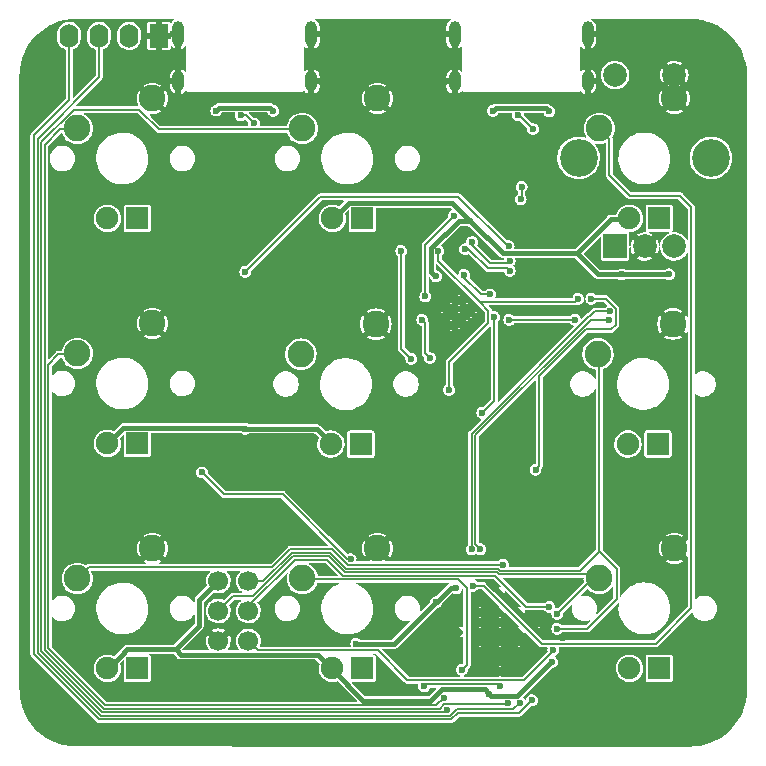
<source format=gbr>
%TF.GenerationSoftware,KiCad,Pcbnew,(5.99.0-11145-g173c9a974c)*%
%TF.CreationDate,2021-06-26T14:33:24+02:00*%
%TF.ProjectId,1337-v3.0,31333337-2d76-4332-9e30-2e6b69636164,3.0*%
%TF.SameCoordinates,Original*%
%TF.FileFunction,Copper,L1,Top*%
%TF.FilePolarity,Positive*%
%FSLAX46Y46*%
G04 Gerber Fmt 4.6, Leading zero omitted, Abs format (unit mm)*
G04 Created by KiCad (PCBNEW (5.99.0-11145-g173c9a974c)) date 2021-06-26 14:33:24*
%MOMM*%
%LPD*%
G01*
G04 APERTURE LIST*
%TA.AperFunction,ComponentPad*%
%ADD10C,2.250000*%
%TD*%
%TA.AperFunction,ComponentPad*%
%ADD11C,1.905000*%
%TD*%
%TA.AperFunction,ComponentPad*%
%ADD12R,1.905000X1.905000*%
%TD*%
%TA.AperFunction,ComponentPad*%
%ADD13R,2.000000X2.000000*%
%TD*%
%TA.AperFunction,ComponentPad*%
%ADD14C,2.000000*%
%TD*%
%TA.AperFunction,ComponentPad*%
%ADD15C,3.200000*%
%TD*%
%TA.AperFunction,ComponentPad*%
%ADD16O,1.000000X1.800000*%
%TD*%
%TA.AperFunction,ComponentPad*%
%ADD17O,1.000000X2.200000*%
%TD*%
%TA.AperFunction,ComponentPad*%
%ADD18C,0.500000*%
%TD*%
%TA.AperFunction,ComponentPad*%
%ADD19R,1.600000X2.000000*%
%TD*%
%TA.AperFunction,ComponentPad*%
%ADD20O,1.600000X2.000000*%
%TD*%
%TA.AperFunction,ComponentPad*%
%ADD21C,1.700000*%
%TD*%
%TA.AperFunction,ViaPad*%
%ADD22C,0.600000*%
%TD*%
%TA.AperFunction,Conductor*%
%ADD23C,0.200000*%
%TD*%
%TA.AperFunction,Conductor*%
%ADD24C,0.381000*%
%TD*%
G04 APERTURE END LIST*
D10*
%TO.P,MX3,1,COL*%
%TO.N,S3*%
X170190000Y-79030000D03*
%TO.P,MX3,2,ROW*%
%TO.N,GND*%
X176540000Y-76490000D03*
D11*
%TO.P,MX3,3,LED*%
%TO.N,VCC*%
X172730000Y-86650000D03*
D12*
%TO.P,MX3,4,LEDGND*%
%TO.N,Net-(MX3-Pad4)*%
X175270000Y-86650000D03*
%TD*%
D10*
%TO.P,MX5,1,COL*%
%TO.N,S5*%
X144920000Y-98140000D03*
%TO.P,MX5,2,ROW*%
%TO.N,GND*%
X151270000Y-95600000D03*
D11*
%TO.P,MX5,3,LED*%
%TO.N,VCC*%
X147460000Y-105760000D03*
D12*
%TO.P,MX5,4,LEDGND*%
%TO.N,Net-(MX5-Pad4)*%
X150000000Y-105760000D03*
%TD*%
D10*
%TO.P,MX2,1,COL*%
%TO.N,S2*%
X145040000Y-79040000D03*
%TO.P,MX2,2,ROW*%
%TO.N,GND*%
X151390000Y-76500000D03*
D11*
%TO.P,MX2,3,LED*%
%TO.N,VCC*%
X147580000Y-86660000D03*
D12*
%TO.P,MX2,4,LEDGND*%
%TO.N,Net-(MX2-Pad4)*%
X150120000Y-86660000D03*
%TD*%
D10*
%TO.P,MX6,1,COL*%
%TO.N,S6*%
X170070000Y-98130000D03*
%TO.P,MX6,2,ROW*%
%TO.N,GND*%
X176420000Y-95590000D03*
D11*
%TO.P,MX6,3,LED*%
%TO.N,VCC*%
X172610000Y-105750000D03*
D12*
%TO.P,MX6,4,LEDGND*%
%TO.N,Net-(MX6-Pad4)*%
X175150000Y-105750000D03*
%TD*%
D10*
%TO.P,MX4,1,COL*%
%TO.N,S4*%
X125990000Y-98090000D03*
%TO.P,MX4,2,ROW*%
%TO.N,GND*%
X132340000Y-95550000D03*
D11*
%TO.P,MX4,3,LED*%
%TO.N,VCC*%
X128530000Y-105710000D03*
D12*
%TO.P,MX4,4,LEDGND*%
%TO.N,Net-(MX4-Pad4)*%
X131070000Y-105710000D03*
%TD*%
D10*
%TO.P,MX1,1,COL*%
%TO.N,S1*%
X125990000Y-79040000D03*
%TO.P,MX1,2,ROW*%
%TO.N,GND*%
X132340000Y-76500000D03*
D11*
%TO.P,MX1,3,LED*%
%TO.N,VCC*%
X128530000Y-86660000D03*
D12*
%TO.P,MX1,4,LEDGND*%
%TO.N,Net-(MX1-Pad4)*%
X131070000Y-86660000D03*
%TD*%
D10*
%TO.P,MX7,1,COL*%
%TO.N,S7*%
X125990000Y-117140000D03*
%TO.P,MX7,2,ROW*%
%TO.N,GND*%
X132340000Y-114600000D03*
D11*
%TO.P,MX7,3,LED*%
%TO.N,VCC*%
X128530000Y-124760000D03*
D12*
%TO.P,MX7,4,LEDGND*%
%TO.N,Net-(MX7-Pad4)*%
X131070000Y-124760000D03*
%TD*%
D10*
%TO.P,MX8,1,COL*%
%TO.N,S8*%
X145040000Y-117140000D03*
%TO.P,MX8,2,ROW*%
%TO.N,GND*%
X151390000Y-114600000D03*
D11*
%TO.P,MX8,3,LED*%
%TO.N,VCC*%
X147580000Y-124760000D03*
D12*
%TO.P,MX8,4,LEDGND*%
%TO.N,Net-(MX8-Pad4)*%
X150120000Y-124760000D03*
%TD*%
D10*
%TO.P,MX9,1,COL*%
%TO.N,S9*%
X170190000Y-117130000D03*
%TO.P,MX9,2,ROW*%
%TO.N,GND*%
X176540000Y-114590000D03*
D11*
%TO.P,MX9,3,LED*%
%TO.N,VCC*%
X172730000Y-124750000D03*
D12*
%TO.P,MX9,4,LEDGND*%
%TO.N,Net-(MX9-Pad4)*%
X175270000Y-124750000D03*
%TD*%
D13*
%TO.P,SW2,A,A*%
%TO.N,Net-(RN2-Pad2)*%
X171528000Y-89026000D03*
D14*
%TO.P,SW2,B,B*%
%TO.N,Net-(RN2-Pad3)*%
X176528000Y-89026000D03*
%TO.P,SW2,C,C*%
%TO.N,GND*%
X174028000Y-89026000D03*
D15*
%TO.P,SW2,MP*%
%TO.N,N/C*%
X179628000Y-81526000D03*
X168428000Y-81526000D03*
D14*
%TO.P,SW2,S1,S1*%
%TO.N,GND*%
X176528000Y-74526000D03*
%TO.P,SW2,S2,S2*%
%TO.N,S3*%
X171528000Y-74526000D03*
%TD*%
D16*
%TO.P,J1,S1,SHIELD*%
%TO.N,GND*%
X157942000Y-75061500D03*
D17*
X157942000Y-71061500D03*
X169182000Y-71061500D03*
D16*
X169182000Y-75061500D03*
%TD*%
%TO.P,J3,S1,SHIELD*%
%TO.N,GND*%
X145792000Y-75054000D03*
D17*
X134552000Y-71054000D03*
D16*
X134552000Y-75054000D03*
D17*
X145792000Y-71054000D03*
%TD*%
D18*
%TO.P,U3,45,EP*%
%TO.N,GND*%
X163412301Y-120004299D03*
X163412301Y-121666000D03*
X163412301Y-123327701D03*
X161750600Y-120004299D03*
X161750600Y-124989402D03*
X160088899Y-121666000D03*
X158427198Y-121666000D03*
X161750600Y-123327701D03*
X160088899Y-120004299D03*
X165074002Y-121666000D03*
X161750600Y-118342598D03*
X161750600Y-121666000D03*
X160088899Y-123327701D03*
%TD*%
D19*
%TO.P,U5,1,GND*%
%TO.N,GND*%
X132906000Y-71188000D03*
D20*
%TO.P,U5,2,VCC*%
%TO.N,VCC*%
X130366000Y-71188000D03*
%TO.P,U5,3,SCL*%
%TO.N,SCL*%
X127826000Y-71188000D03*
%TO.P,U5,4,SDA*%
%TO.N,SDA*%
X125286000Y-71188000D03*
%TD*%
D21*
%TO.P,J2,1,MISO*%
%TO.N,S6*%
X140462000Y-117348000D03*
%TO.P,J2,2,VCC*%
%TO.N,VCC*%
X137922000Y-117348000D03*
%TO.P,J2,3,SCK*%
%TO.N,S5*%
X140462000Y-119888000D03*
%TO.P,J2,4,MOSI*%
%TO.N,S9*%
X137922000Y-119888000D03*
%TO.P,J2,5,~RST*%
%TO.N,RST*%
X140462000Y-122428000D03*
%TO.P,J2,6,GND*%
%TO.N,GND*%
X137922000Y-122428000D03*
%TD*%
D18*
%TO.P,U1,29,GND*%
%TO.N,GND*%
X158310000Y-94990000D03*
X159724214Y-94990000D03*
X159017107Y-94282893D03*
X158310000Y-96404214D03*
X159017107Y-95697107D03*
X156895786Y-94990000D03*
X158310000Y-93575786D03*
X157602893Y-95697107D03*
X157602893Y-94282893D03*
%TD*%
D22*
%TO.N,+3.3VA*%
X162560000Y-95250000D03*
X157460000Y-101170000D03*
X168122913Y-95238869D03*
X156560000Y-89408000D03*
X168402000Y-93472000D03*
X160912906Y-93094906D03*
X158750000Y-91440000D03*
%TO.N,GND*%
X161990000Y-92680000D03*
X170190000Y-118980000D03*
X153162000Y-125984000D03*
X162860000Y-87870000D03*
X158990000Y-87680000D03*
X167132000Y-118110000D03*
X167132000Y-122174000D03*
X145616999Y-124302747D03*
X146812000Y-116332000D03*
X138430000Y-77978000D03*
X161055989Y-86639943D03*
X164610000Y-94590000D03*
X161281880Y-80256968D03*
X174170000Y-92350000D03*
%TO.N,/VBUS*%
X161170000Y-77550000D03*
X165960000Y-77590000D03*
%TO.N,VCC*%
X158085598Y-117966777D03*
X156360000Y-119150000D03*
X176080000Y-91390000D03*
X156360000Y-91560000D03*
X172100000Y-91400000D03*
X160880000Y-126920469D03*
X166170000Y-124206000D03*
X159258000Y-86868000D03*
X140210000Y-104460000D03*
X149606000Y-122682000D03*
%TO.N,+3V3*%
X155194000Y-95250000D03*
X153416000Y-89408000D03*
X154270000Y-98540000D03*
X155830000Y-98470000D03*
%TO.N,/VBUS1*%
X142580000Y-77550000D03*
X137760000Y-77520000D03*
%TO.N,EA*%
X159380000Y-114670000D03*
X171054500Y-94531484D03*
%TO.N,EB*%
X171040000Y-95250000D03*
X160110000Y-114660000D03*
%TO.N,RGB*%
X136560000Y-108160000D03*
X149119993Y-115499011D03*
X161760000Y-126239500D03*
X155350000Y-126260000D03*
%TO.N,Net-(D2-Pad2)*%
X140208000Y-91186000D03*
X162510000Y-89010000D03*
%TO.N,Net-(D3-Pad2)*%
X164780000Y-107940000D03*
X169500000Y-93460000D03*
%TO.N,Net-(J1-PadA6)*%
X163311500Y-77910000D03*
X164560000Y-79080000D03*
%TO.N,S6*%
X166624000Y-121412000D03*
%TO.N,S9*%
X166624000Y-120142000D03*
%TO.N,S5*%
X165960000Y-119540000D03*
%TO.N,RST*%
X166293806Y-123193806D03*
%TO.N,Net-(J3-PadA6)*%
X139810000Y-77910000D03*
X140930000Y-78614500D03*
%TO.N,S1*%
X162480000Y-127720000D03*
%TO.N,S2*%
X157300000Y-128269500D03*
%TO.N,S3*%
X159472706Y-117757028D03*
%TO.N,S4*%
X157010000Y-127220000D03*
%TO.N,S7*%
X162030000Y-115980000D03*
%TO.N,S8*%
X158550000Y-124870000D03*
%TO.N,1D-*%
X163596790Y-83976810D03*
X163520000Y-85030000D03*
%TO.N,Net-(R12-Pad2)*%
X155445378Y-93255365D03*
X157859954Y-86438742D03*
%TO.N,Net-(R13-Pad1)*%
X160274000Y-103124000D03*
X161290000Y-94996000D03*
%TO.N,2D+*%
X162600000Y-90235028D03*
X159416021Y-88649479D03*
%TO.N,2D-*%
X162600000Y-91085028D03*
X158814979Y-89250521D03*
%TO.N,SDA*%
X164470000Y-127450000D03*
%TO.N,SCL*%
X163460000Y-127650000D03*
%TD*%
D23*
%TO.N,+3.3VA*%
X162560000Y-95250000D02*
X168111782Y-95250000D01*
X158750000Y-91694000D02*
X160150906Y-93094906D01*
X158750000Y-91440000D02*
X158750000Y-91694000D01*
X156560000Y-89408000D02*
X156560000Y-90230000D01*
X160150906Y-93094906D02*
X160912906Y-93094906D01*
X168402000Y-93472000D02*
X168164000Y-93710000D01*
X160072000Y-93710000D02*
X160056000Y-93726000D01*
X157460000Y-98826000D02*
X160782000Y-95504000D01*
X168164000Y-93710000D02*
X160072000Y-93710000D01*
X160782000Y-94452000D02*
X160056000Y-93726000D01*
X157460000Y-101170000D02*
X157460000Y-98826000D01*
X160782000Y-95504000D02*
X160782000Y-94452000D01*
X168111782Y-95250000D02*
X168122913Y-95238869D01*
X156560000Y-90230000D02*
X160056000Y-93726000D01*
D24*
%TO.N,/VBUS*%
X165960000Y-77590000D02*
X165690000Y-77320000D01*
X161400000Y-77320000D02*
X161170000Y-77550000D01*
X165690000Y-77320000D02*
X161400000Y-77320000D01*
%TO.N,VCC*%
X158264723Y-86868000D02*
X159258000Y-86868000D01*
X170080000Y-91400000D02*
X172100000Y-91400000D01*
X160469531Y-126510000D02*
X156846783Y-126510000D01*
X149686000Y-122710000D02*
X152800000Y-122710000D01*
X134299999Y-123140000D02*
X136300000Y-121139999D01*
X155964489Y-91164489D02*
X155964489Y-89168234D01*
X157613223Y-117966777D02*
X156430000Y-119150000D01*
X166170000Y-124206000D02*
X166124000Y-124206000D01*
X171176000Y-86724000D02*
X172712000Y-86724000D01*
X129896000Y-104400000D02*
X128512000Y-105784000D01*
X136300000Y-118970000D02*
X137922000Y-117348000D01*
X168290000Y-89610000D02*
X170080000Y-91400000D01*
X163240000Y-127090000D02*
X161049531Y-127090000D01*
X129664011Y-123681989D02*
X130206000Y-123140000D01*
X140210000Y-104460000D02*
X146238000Y-104460000D01*
X152800000Y-122710000D02*
X156360000Y-119150000D01*
X130206000Y-123140000D02*
X134299999Y-123140000D01*
X161049531Y-127090000D02*
X160880000Y-126920469D01*
X168290000Y-89610000D02*
X171176000Y-86724000D01*
X155964489Y-89168234D02*
X158264723Y-86868000D01*
X176070000Y-91400000D02*
X176080000Y-91390000D01*
X146238000Y-104460000D02*
X147562000Y-105784000D01*
X166124000Y-124206000D02*
X163240000Y-127090000D01*
X159258000Y-86868000D02*
X157730000Y-85340000D01*
X130206000Y-123140000D02*
X134310000Y-123140000D01*
X156846783Y-126510000D02*
X155876352Y-127480431D01*
X149634000Y-122710000D02*
X149606000Y-122682000D01*
X157730000Y-85340000D02*
X148956000Y-85340000D01*
X140150000Y-104400000D02*
X129896000Y-104400000D01*
X128512000Y-124834000D02*
X129664011Y-123681989D01*
X148956000Y-85340000D02*
X147562000Y-86734000D01*
X156360000Y-91560000D02*
X155964489Y-91164489D01*
X155876352Y-127480431D02*
X150208431Y-127480431D01*
X134310000Y-123140000D02*
X134769520Y-123599520D01*
X172100000Y-91400000D02*
X176070000Y-91400000D01*
X134769520Y-123599520D02*
X146327520Y-123599520D01*
X149686000Y-122710000D02*
X149634000Y-122710000D01*
X136300000Y-121139999D02*
X136300000Y-118970000D01*
X159258000Y-86868000D02*
X162000000Y-89610000D01*
X160880000Y-126920469D02*
X160469531Y-126510000D01*
X162000000Y-89610000D02*
X168290000Y-89610000D01*
X146327520Y-123599520D02*
X147562000Y-124834000D01*
X158085598Y-117966777D02*
X157613223Y-117966777D01*
X140210000Y-104460000D02*
X140150000Y-104400000D01*
X156430000Y-119150000D02*
X156360000Y-119150000D01*
X150208431Y-127480431D02*
X147562000Y-124834000D01*
D23*
%TO.N,+3V3*%
X155448000Y-98088000D02*
X155448000Y-95504000D01*
X155448000Y-95504000D02*
X155194000Y-95250000D01*
X155830000Y-98470000D02*
X155448000Y-98088000D01*
X154270000Y-98540000D02*
X153416000Y-97686000D01*
X153416000Y-97686000D02*
X153416000Y-89408000D01*
D24*
%TO.N,/VBUS1*%
X142300000Y-77270000D02*
X138010000Y-77270000D01*
X142580000Y-77550000D02*
X142300000Y-77270000D01*
X138010000Y-77270000D02*
X137760000Y-77520000D01*
D23*
%TO.N,EA*%
X171054500Y-94531484D02*
X169788516Y-94531484D01*
X169150480Y-95095935D02*
X159380000Y-104866414D01*
X169399520Y-94920480D02*
X169325934Y-94920480D01*
X169325934Y-94920480D02*
X169150480Y-95095935D01*
X159380000Y-104866414D02*
X159380000Y-114670000D01*
X169788516Y-94531484D02*
X169399520Y-94920480D01*
%TO.N,EB*%
X159679520Y-114229520D02*
X160110000Y-114660000D01*
X159679520Y-104990480D02*
X159679520Y-114229520D01*
X169450000Y-95220000D02*
X159679520Y-104990480D01*
X171010000Y-95220000D02*
X169450000Y-95220000D01*
X171040000Y-95250000D02*
X171010000Y-95220000D01*
%TO.N,RGB*%
X149119993Y-115499011D02*
X148859011Y-115499011D01*
X155520000Y-126090000D02*
X155350000Y-126260000D01*
X148859011Y-115499011D02*
X143360000Y-110000000D01*
X161610500Y-126090000D02*
X155520000Y-126090000D01*
X138400000Y-110000000D02*
X136560000Y-108160000D01*
X161760000Y-126239500D02*
X161610500Y-126090000D01*
X143360000Y-110000000D02*
X138400000Y-110000000D01*
%TO.N,Net-(D2-Pad2)*%
X158246000Y-84836000D02*
X146558000Y-84836000D01*
X162420000Y-89010000D02*
X158246000Y-84836000D01*
X146558000Y-84836000D02*
X140208000Y-91186000D01*
X162510000Y-89010000D02*
X162420000Y-89010000D01*
%TO.N,Net-(D3-Pad2)*%
X171150000Y-96050000D02*
X169043586Y-96050000D01*
X169043586Y-96050000D02*
X165080609Y-100012977D01*
X165080609Y-100012977D02*
X165080609Y-107639391D01*
X165080609Y-107639391D02*
X164780000Y-107940000D01*
X169500000Y-93460000D02*
X170722293Y-93460000D01*
X171554011Y-95645989D02*
X171150000Y-96050000D01*
X171554011Y-94291718D02*
X171554011Y-95645989D01*
X170722293Y-93460000D02*
X171554011Y-94291718D01*
%TO.N,Net-(J1-PadA6)*%
X163390000Y-77910000D02*
X164560000Y-79080000D01*
X163311500Y-77910000D02*
X163390000Y-77910000D01*
%TO.N,S6*%
X168550489Y-116479511D02*
X170115000Y-114915000D01*
X170172000Y-114832000D02*
X171660000Y-116320000D01*
X141738414Y-117348000D02*
X144136415Y-114950000D01*
X147410000Y-114950000D02*
X148758031Y-116298031D01*
X161608754Y-116298031D02*
X161790234Y-116479511D01*
X170172000Y-98154000D02*
X169866200Y-98154000D01*
X144136415Y-114950000D02*
X147410000Y-114950000D01*
X140462000Y-117348000D02*
X141738414Y-117348000D01*
X148758031Y-116298031D02*
X161608754Y-116298031D01*
X171660000Y-116320000D02*
X171660000Y-118916000D01*
X170172000Y-98154000D02*
X170172000Y-114832000D01*
X169626000Y-98154000D02*
X170172000Y-98154000D01*
X161790234Y-116479511D02*
X168550489Y-116479511D01*
X171660000Y-118916000D02*
X169164000Y-121412000D01*
X169164000Y-121412000D02*
X166624000Y-121412000D01*
%TO.N,S9*%
X166624000Y-120142000D02*
X169562000Y-117204000D01*
X169562000Y-117204000D02*
X170172000Y-117204000D01*
X170172000Y-117204000D02*
X169747031Y-116779031D01*
X148633965Y-116597551D02*
X147285934Y-115249520D01*
X139180000Y-118630000D02*
X137922000Y-119888000D01*
X161666168Y-116779031D02*
X161484688Y-116597551D01*
X147285934Y-115249520D02*
X144260480Y-115249520D01*
X140880000Y-118630000D02*
X139180000Y-118630000D01*
X161484688Y-116597551D02*
X148633965Y-116597551D01*
X170172000Y-117204000D02*
X169146000Y-117204000D01*
X144260480Y-115249520D02*
X140880000Y-118630000D01*
X169747031Y-116779031D02*
X161666168Y-116779031D01*
%TO.N,S5*%
X164003551Y-119540000D02*
X161360622Y-116897071D01*
X165960000Y-119540000D02*
X164003551Y-119540000D01*
X140462000Y-119471586D02*
X140462000Y-119888000D01*
X147161868Y-115549040D02*
X144384546Y-115549040D01*
X144384546Y-115549040D02*
X140462000Y-119471586D01*
X148509899Y-116897071D02*
X147161868Y-115549040D01*
X161360622Y-116897071D02*
X148509899Y-116897071D01*
%TO.N,RST*%
X166293806Y-123266194D02*
X163820000Y-125740000D01*
X153934000Y-125740000D02*
X151403500Y-123209500D01*
X163820000Y-125740000D02*
X153934000Y-125740000D01*
X166293806Y-123193806D02*
X166293806Y-123266194D01*
X141243500Y-123209500D02*
X140462000Y-122428000D01*
X151403500Y-123209500D02*
X141243500Y-123209500D01*
%TO.N,Net-(J3-PadA6)*%
X140225500Y-77910000D02*
X139810000Y-77910000D01*
X140930000Y-78614500D02*
X140225500Y-77910000D01*
%TO.N,S1*%
X123220480Y-80449520D02*
X124556000Y-79114000D01*
X162480000Y-127720000D02*
X162430011Y-127769989D01*
X123220480Y-123184065D02*
X123220480Y-80449520D01*
X162430011Y-127769989D02*
X157060234Y-127769989D01*
X156660252Y-128169971D02*
X128206386Y-128169971D01*
X157060234Y-127769989D02*
X156660252Y-128169971D01*
X128206386Y-128169971D02*
X123220480Y-123184065D01*
X124556000Y-79114000D02*
X125972000Y-79114000D01*
%TO.N,S2*%
X131237723Y-77450000D02*
X132901723Y-79114000D01*
X128082321Y-128469491D02*
X122920960Y-123308130D01*
X132901723Y-79114000D02*
X145022000Y-79114000D01*
X125675723Y-77450000D02*
X131237723Y-77450000D01*
X157300000Y-128269500D02*
X157100009Y-128469491D01*
X157100009Y-128469491D02*
X128082321Y-128469491D01*
X122920960Y-123308130D02*
X122920960Y-80204763D01*
X122920960Y-80204763D02*
X125675723Y-77450000D01*
%TO.N,S3*%
X176980000Y-84720000D02*
X172790000Y-84720000D01*
X167385277Y-122660000D02*
X174940000Y-122660000D01*
X172790000Y-84720000D02*
X171040000Y-82970000D01*
X165293511Y-122673511D02*
X167371766Y-122673511D01*
X160377028Y-117757028D02*
X165293511Y-122673511D01*
X167371766Y-122673511D02*
X167385277Y-122660000D01*
X171040000Y-79972000D02*
X170172000Y-79104000D01*
X177970000Y-119630000D02*
X177970000Y-85710000D01*
X177970000Y-85710000D02*
X176980000Y-84720000D01*
X159472706Y-117757028D02*
X160377028Y-117757028D01*
X171040000Y-82970000D02*
X171040000Y-79972000D01*
X174940000Y-122660000D02*
X177970000Y-119630000D01*
%TO.N,S4*%
X124381010Y-98164000D02*
X125972000Y-98164000D01*
X123520000Y-123060000D02*
X123520000Y-99025010D01*
X157010000Y-127220000D02*
X156359549Y-127870451D01*
X128330451Y-127870451D02*
X123520000Y-123060000D01*
X156359549Y-127870451D02*
X128330451Y-127870451D01*
X123520000Y-99025010D02*
X124381010Y-98164000D01*
%TO.N,S7*%
X147534066Y-114650480D02*
X144012348Y-114650480D01*
X148882097Y-115998511D02*
X147534066Y-114650480D01*
X162011489Y-115998511D02*
X148882097Y-115998511D01*
X144012348Y-114650480D02*
X142462828Y-116200000D01*
X126986000Y-116200000D02*
X125972000Y-117214000D01*
X162030000Y-115980000D02*
X162011489Y-115998511D01*
X142462828Y-116200000D02*
X126986000Y-116200000D01*
%TO.N,S8*%
X158980000Y-124440000D02*
X158980000Y-117970723D01*
X158550000Y-124870000D02*
X158980000Y-124440000D01*
X158223277Y-117214000D02*
X145022000Y-117214000D01*
X158980000Y-117970723D02*
X158223277Y-117214000D01*
%TO.N,1D-*%
X163520000Y-85030000D02*
X163596790Y-84953210D01*
X163596790Y-84953210D02*
X163596790Y-83976810D01*
%TO.N,Net-(R12-Pad2)*%
X157859954Y-86438742D02*
X157859954Y-86488046D01*
X157859954Y-86488046D02*
X155445378Y-88902622D01*
X155445378Y-88902622D02*
X155445378Y-93255365D01*
%TO.N,Net-(R13-Pad1)*%
X161290000Y-94996000D02*
X161290000Y-102108000D01*
X161290000Y-102108000D02*
X160274000Y-103124000D01*
%TO.N,2D+*%
X162400001Y-90435027D02*
X160918726Y-90435027D01*
X162600000Y-90235028D02*
X162400001Y-90435027D01*
X160918726Y-90435027D02*
X159416021Y-88932322D01*
X159416021Y-88932322D02*
X159416021Y-88649479D01*
%TO.N,2D-*%
X160732330Y-90885029D02*
X159097822Y-89250521D01*
X162600000Y-91085028D02*
X162400001Y-90885029D01*
X159097822Y-89250521D02*
X158814979Y-89250521D01*
X162400001Y-90885029D02*
X160732330Y-90885029D01*
%TO.N,SDA*%
X157663831Y-129068531D02*
X127834190Y-129068531D01*
X122321920Y-123556261D02*
X122321920Y-79628080D01*
X158182363Y-128550000D02*
X157663831Y-129068531D01*
X127658736Y-128893076D02*
X127315657Y-128550000D01*
X125286000Y-76664000D02*
X125286000Y-71188000D01*
X127834190Y-129068531D02*
X127658736Y-128893076D01*
X163370000Y-128550000D02*
X158182363Y-128550000D01*
X127315657Y-128550000D02*
X122321920Y-123556261D01*
X122321920Y-79628080D02*
X125286000Y-76664000D01*
X164470000Y-127450000D02*
X163370000Y-128550000D01*
%TO.N,SCL*%
X158098777Y-128210000D02*
X157539766Y-128769011D01*
X122621440Y-123432195D02*
X122621440Y-79908560D01*
X162890489Y-128219511D02*
X162240234Y-128219511D01*
X122621440Y-79908560D02*
X127826000Y-74704000D01*
X127826000Y-74704000D02*
X127826000Y-71188000D01*
X157539766Y-128769011D02*
X127958256Y-128769011D01*
X163460000Y-127650000D02*
X162890489Y-128219511D01*
X162240234Y-128219511D02*
X162230723Y-128210000D01*
X162230723Y-128210000D02*
X158098777Y-128210000D01*
X127958256Y-128769011D02*
X122621440Y-123432195D01*
%TD*%
%TA.AperFunction,Conductor*%
%TO.N,GND*%
G36*
X134163232Y-69762918D02*
G01*
X134197867Y-69777301D01*
X134212188Y-69811962D01*
X134197805Y-69846597D01*
X134185661Y-69855461D01*
X134158349Y-69869557D01*
X134153509Y-69872846D01*
X134030308Y-69980322D01*
X134026384Y-69984680D01*
X133957574Y-70082587D01*
X133925909Y-70102682D01*
X133889310Y-70094501D01*
X133876743Y-70081635D01*
X133853637Y-70047054D01*
X133846946Y-70040363D01*
X133788462Y-70001286D01*
X133779717Y-69997664D01*
X133708366Y-69983471D01*
X133703590Y-69983000D01*
X133169747Y-69983000D01*
X133162855Y-69985855D01*
X133160000Y-69992747D01*
X133160000Y-70924253D01*
X133162855Y-70931145D01*
X133169747Y-70934000D01*
X133802253Y-70934000D01*
X133809145Y-70931145D01*
X133812000Y-70924253D01*
X133812000Y-70849000D01*
X133826352Y-70814352D01*
X133861000Y-70800000D01*
X134757000Y-70800000D01*
X134791648Y-70814352D01*
X134806000Y-70849000D01*
X134806000Y-72300775D01*
X134808855Y-72307667D01*
X134809977Y-72308132D01*
X134811212Y-72307832D01*
X134945648Y-72238445D01*
X134950491Y-72235154D01*
X135073692Y-72127678D01*
X135077613Y-72123323D01*
X135089939Y-72105785D01*
X135121604Y-72085691D01*
X135158204Y-72093872D01*
X135178298Y-72125537D01*
X135179028Y-72133900D01*
X135181574Y-74176495D01*
X135167265Y-74211161D01*
X135132635Y-74225556D01*
X135097969Y-74211247D01*
X135092192Y-74204310D01*
X135082502Y-74190211D01*
X135078620Y-74185807D01*
X134956562Y-74077058D01*
X134951742Y-74073708D01*
X134814614Y-74001102D01*
X134807187Y-74000400D01*
X134806361Y-74001083D01*
X134806000Y-74002535D01*
X134806000Y-76100775D01*
X134808855Y-76107667D01*
X134809977Y-76108132D01*
X134811212Y-76107832D01*
X134945648Y-76038445D01*
X134950491Y-76035154D01*
X135073692Y-75927678D01*
X135077616Y-75923320D01*
X135123229Y-75858419D01*
X135154894Y-75838324D01*
X135191493Y-75846505D01*
X135201602Y-75856011D01*
X135209823Y-75866302D01*
X135215688Y-75875627D01*
X135219148Y-75882812D01*
X135223252Y-75891336D01*
X135227565Y-75894778D01*
X135227566Y-75894779D01*
X135237092Y-75902380D01*
X135244812Y-75910096D01*
X135255859Y-75923924D01*
X135260833Y-75926315D01*
X135260836Y-75926318D01*
X135271570Y-75931479D01*
X135280898Y-75937338D01*
X135283499Y-75939413D01*
X135294524Y-75948211D01*
X135311783Y-75952161D01*
X135322085Y-75955765D01*
X135333063Y-75961044D01*
X135333065Y-75961045D01*
X135338037Y-75963435D01*
X135360373Y-75963427D01*
X135361217Y-75963475D01*
X135361661Y-75963576D01*
X135363003Y-75963575D01*
X135363010Y-75963575D01*
X145014117Y-75953532D01*
X145014124Y-75953532D01*
X145015681Y-75953530D01*
X145016201Y-75953411D01*
X145017119Y-75953357D01*
X145039673Y-75953298D01*
X145055301Y-75945725D01*
X145065716Y-75942061D01*
X145082646Y-75938181D01*
X145096532Y-75927092D01*
X145105739Y-75921287D01*
X145121733Y-75913538D01*
X145130592Y-75902380D01*
X145132532Y-75899937D01*
X145140330Y-75892117D01*
X145149590Y-75884722D01*
X145153899Y-75881281D01*
X145156265Y-75876362D01*
X145189052Y-75858219D01*
X145225094Y-75868583D01*
X145234945Y-75879154D01*
X145261497Y-75917789D01*
X145265380Y-75922193D01*
X145387438Y-76030942D01*
X145392258Y-76034292D01*
X145529386Y-76106898D01*
X145536813Y-76107600D01*
X145537639Y-76106917D01*
X145538000Y-76105465D01*
X145538000Y-75317747D01*
X146046000Y-75317747D01*
X146046000Y-76100775D01*
X146048855Y-76107667D01*
X146049977Y-76108132D01*
X146051212Y-76107832D01*
X146185648Y-76038445D01*
X146190491Y-76035154D01*
X146313692Y-75927678D01*
X146317616Y-75923320D01*
X146411620Y-75789565D01*
X146414392Y-75784397D01*
X146473779Y-75632076D01*
X146475236Y-75626401D01*
X146491791Y-75500651D01*
X146492000Y-75497466D01*
X146492000Y-75401440D01*
X150653924Y-75401440D01*
X150654857Y-75405647D01*
X151383107Y-76133897D01*
X151390000Y-76136752D01*
X151396893Y-76133897D01*
X152123159Y-75407631D01*
X152126014Y-75400738D01*
X152124365Y-75396756D01*
X152056751Y-75349412D01*
X152053064Y-75347283D01*
X152005807Y-75325247D01*
X157242000Y-75325247D01*
X157242000Y-75501345D01*
X157242177Y-75504281D01*
X157256995Y-75626732D01*
X157258394Y-75632430D01*
X157316181Y-75785359D01*
X157318901Y-75790561D01*
X157411497Y-75925288D01*
X157415380Y-75929693D01*
X157537438Y-76038442D01*
X157542258Y-76041792D01*
X157679386Y-76114398D01*
X157686813Y-76115100D01*
X157687639Y-76114417D01*
X157688000Y-76112965D01*
X157688000Y-75325247D01*
X157685145Y-75318355D01*
X157678253Y-75315500D01*
X157251747Y-75315500D01*
X157244855Y-75318355D01*
X157242000Y-75325247D01*
X152005807Y-75325247D01*
X151846825Y-75251113D01*
X151842820Y-75249655D01*
X151623024Y-75190761D01*
X151618820Y-75190019D01*
X151392126Y-75170186D01*
X151387874Y-75170186D01*
X151161180Y-75190019D01*
X151156976Y-75190761D01*
X150937180Y-75249655D01*
X150933175Y-75251113D01*
X150726936Y-75347283D01*
X150723249Y-75349412D01*
X150657934Y-75395146D01*
X150653924Y-75401440D01*
X146492000Y-75401440D01*
X146492000Y-75317747D01*
X146489145Y-75310855D01*
X146482253Y-75308000D01*
X146055747Y-75308000D01*
X146048855Y-75310855D01*
X146046000Y-75317747D01*
X145538000Y-75317747D01*
X145538000Y-74007225D01*
X145536057Y-74002535D01*
X146046000Y-74002535D01*
X146046000Y-74790253D01*
X146048855Y-74797145D01*
X146055747Y-74800000D01*
X146482253Y-74800000D01*
X146489145Y-74797145D01*
X146492000Y-74790253D01*
X146492000Y-74618034D01*
X157242000Y-74618034D01*
X157242000Y-74797753D01*
X157244855Y-74804645D01*
X157251747Y-74807500D01*
X157678253Y-74807500D01*
X157685145Y-74804645D01*
X157688000Y-74797753D01*
X157688000Y-74014725D01*
X157685145Y-74007833D01*
X157684023Y-74007368D01*
X157682788Y-74007668D01*
X157548352Y-74077055D01*
X157543509Y-74080346D01*
X157420308Y-74187822D01*
X157416384Y-74192180D01*
X157322380Y-74325935D01*
X157319608Y-74331103D01*
X157260221Y-74483424D01*
X157258764Y-74489099D01*
X157242209Y-74614849D01*
X157242000Y-74618034D01*
X146492000Y-74618034D01*
X146492000Y-74614155D01*
X146491823Y-74611219D01*
X146477005Y-74488768D01*
X146475606Y-74483070D01*
X146417819Y-74330141D01*
X146415099Y-74324939D01*
X146322503Y-74190212D01*
X146318620Y-74185807D01*
X146196562Y-74077058D01*
X146191742Y-74073708D01*
X146054614Y-74001102D01*
X146047187Y-74000400D01*
X146046361Y-74001083D01*
X146046000Y-74002535D01*
X145536057Y-74002535D01*
X145535145Y-74000333D01*
X145534023Y-73999868D01*
X145532788Y-74000168D01*
X145398352Y-74069555D01*
X145393509Y-74072846D01*
X145269110Y-74181367D01*
X145233566Y-74193329D01*
X145199974Y-74176653D01*
X145187900Y-74144615D01*
X145180911Y-72156228D01*
X145195141Y-72121530D01*
X145229739Y-72107056D01*
X145261993Y-72121548D01*
X145263172Y-72120225D01*
X145387438Y-72230942D01*
X145392258Y-72234292D01*
X145529386Y-72306898D01*
X145536813Y-72307600D01*
X145537639Y-72306917D01*
X145538000Y-72305465D01*
X145538000Y-71317747D01*
X146046000Y-71317747D01*
X146046000Y-72300775D01*
X146048855Y-72307667D01*
X146049977Y-72308132D01*
X146051212Y-72307832D01*
X146185648Y-72238445D01*
X146190491Y-72235154D01*
X146313692Y-72127678D01*
X146317616Y-72123320D01*
X146411620Y-71989565D01*
X146414392Y-71984397D01*
X146473779Y-71832076D01*
X146475236Y-71826401D01*
X146491791Y-71700651D01*
X146492000Y-71697466D01*
X146492000Y-71325247D01*
X157242000Y-71325247D01*
X157242000Y-71701345D01*
X157242177Y-71704281D01*
X157256995Y-71826732D01*
X157258394Y-71832430D01*
X157316181Y-71985359D01*
X157318901Y-71990561D01*
X157411497Y-72125288D01*
X157415380Y-72129693D01*
X157537438Y-72238442D01*
X157542258Y-72241792D01*
X157679386Y-72314398D01*
X157686813Y-72315100D01*
X157687639Y-72314417D01*
X157688000Y-72312965D01*
X157688000Y-71325247D01*
X157685145Y-71318355D01*
X157678253Y-71315500D01*
X157251747Y-71315500D01*
X157244855Y-71318355D01*
X157242000Y-71325247D01*
X146492000Y-71325247D01*
X146492000Y-71317747D01*
X146489145Y-71310855D01*
X146482253Y-71308000D01*
X146055747Y-71308000D01*
X146048855Y-71310855D01*
X146046000Y-71317747D01*
X145538000Y-71317747D01*
X145538000Y-70849000D01*
X145552352Y-70814352D01*
X145587000Y-70800000D01*
X146482253Y-70800000D01*
X146489145Y-70797145D01*
X146492000Y-70790253D01*
X146492000Y-70414148D01*
X146491823Y-70411219D01*
X146477005Y-70288768D01*
X146475606Y-70283070D01*
X146417819Y-70130141D01*
X146415099Y-70124939D01*
X146322503Y-69990212D01*
X146318620Y-69985807D01*
X146196562Y-69877058D01*
X146191742Y-69873708D01*
X146158032Y-69855859D01*
X146134127Y-69826962D01*
X146137656Y-69789625D01*
X146166553Y-69765720D01*
X146180961Y-69763554D01*
X157566486Y-69763554D01*
X157601134Y-69777906D01*
X157615486Y-69812554D01*
X157601134Y-69847202D01*
X157588960Y-69856096D01*
X157548352Y-69877055D01*
X157543509Y-69880346D01*
X157420308Y-69987822D01*
X157416384Y-69992180D01*
X157322380Y-70125935D01*
X157319608Y-70131103D01*
X157260221Y-70283424D01*
X157258764Y-70289099D01*
X157242209Y-70414849D01*
X157242000Y-70418034D01*
X157242000Y-70797753D01*
X157244855Y-70804645D01*
X157251747Y-70807500D01*
X158147000Y-70807500D01*
X158181648Y-70821852D01*
X158196000Y-70856500D01*
X158196000Y-72308275D01*
X158198855Y-72315167D01*
X158199977Y-72315632D01*
X158201212Y-72315332D01*
X158335648Y-72245945D01*
X158340491Y-72242654D01*
X158463692Y-72135178D01*
X158467613Y-72130823D01*
X158478655Y-72115112D01*
X158510320Y-72095018D01*
X158546920Y-72103199D01*
X158567014Y-72134864D01*
X158567743Y-72143248D01*
X158569014Y-74180302D01*
X158554685Y-74214959D01*
X158520046Y-74229332D01*
X158485388Y-74215002D01*
X158479633Y-74208086D01*
X158472503Y-74197712D01*
X158468620Y-74193307D01*
X158346562Y-74084558D01*
X158341742Y-74081208D01*
X158204614Y-74008602D01*
X158197187Y-74007900D01*
X158196361Y-74008583D01*
X158196000Y-74010035D01*
X158196000Y-76108275D01*
X158198855Y-76115167D01*
X158199977Y-76115632D01*
X158201212Y-76115332D01*
X158335648Y-76045945D01*
X158340491Y-76042654D01*
X158463692Y-75935178D01*
X158467616Y-75930820D01*
X158515711Y-75862388D01*
X158547376Y-75842293D01*
X158583975Y-75850474D01*
X158594100Y-75860000D01*
X158596256Y-75862702D01*
X158602101Y-75872004D01*
X158607304Y-75882812D01*
X158607306Y-75882814D01*
X158609698Y-75887783D01*
X158615129Y-75892117D01*
X158623476Y-75898778D01*
X158631214Y-75906517D01*
X158642205Y-75920292D01*
X158647174Y-75922685D01*
X158647178Y-75922688D01*
X158657983Y-75927891D01*
X158667284Y-75933737D01*
X158680970Y-75944658D01*
X158696142Y-75948130D01*
X158698154Y-75948591D01*
X158708481Y-75952208D01*
X158719389Y-75957461D01*
X158719390Y-75957461D01*
X158724359Y-75959854D01*
X158741893Y-75959859D01*
X158746721Y-75959860D01*
X158747614Y-75959910D01*
X158748107Y-75960023D01*
X168402127Y-75949977D01*
X168402596Y-75949870D01*
X168403465Y-75949820D01*
X168414353Y-75949798D01*
X168425995Y-75949774D01*
X168430961Y-75947372D01*
X168430964Y-75947371D01*
X168441705Y-75942175D01*
X168452095Y-75938524D01*
X168463713Y-75935861D01*
X168469092Y-75934628D01*
X168473403Y-75931186D01*
X168473404Y-75931185D01*
X168482914Y-75923590D01*
X168492151Y-75917770D01*
X168508079Y-75910065D01*
X168511511Y-75905748D01*
X168511513Y-75905746D01*
X168518933Y-75896411D01*
X168526711Y-75888615D01*
X168540345Y-75877728D01*
X168541714Y-75874883D01*
X168573328Y-75857390D01*
X168609370Y-75867754D01*
X168619220Y-75878325D01*
X168651497Y-75925288D01*
X168655380Y-75929693D01*
X168777438Y-76038442D01*
X168782258Y-76041792D01*
X168919386Y-76114398D01*
X168926813Y-76115100D01*
X168927639Y-76114417D01*
X168928000Y-76112965D01*
X168928000Y-75325247D01*
X169436000Y-75325247D01*
X169436000Y-76108275D01*
X169438855Y-76115167D01*
X169439977Y-76115632D01*
X169441212Y-76115332D01*
X169575648Y-76045945D01*
X169580491Y-76042654D01*
X169703692Y-75935178D01*
X169707616Y-75930820D01*
X169801620Y-75797065D01*
X169804392Y-75791897D01*
X169863779Y-75639576D01*
X169865236Y-75633901D01*
X169881791Y-75508151D01*
X169882000Y-75504966D01*
X169882000Y-75325247D01*
X169879145Y-75318355D01*
X169872253Y-75315500D01*
X169445747Y-75315500D01*
X169438855Y-75318355D01*
X169436000Y-75325247D01*
X168928000Y-75325247D01*
X168928000Y-74014725D01*
X168926057Y-74010035D01*
X169436000Y-74010035D01*
X169436000Y-74797753D01*
X169438855Y-74804645D01*
X169445747Y-74807500D01*
X169872253Y-74807500D01*
X169879145Y-74804645D01*
X169882000Y-74797753D01*
X169882000Y-74621655D01*
X169881823Y-74618719D01*
X169867005Y-74496268D01*
X169866557Y-74494444D01*
X170322913Y-74494444D01*
X170337342Y-74714582D01*
X170391646Y-74928404D01*
X170392582Y-74930434D01*
X170392584Y-74930440D01*
X170433078Y-75018278D01*
X170484006Y-75128750D01*
X170611331Y-75308910D01*
X170612939Y-75310476D01*
X170612942Y-75310480D01*
X170680913Y-75376694D01*
X170769354Y-75462849D01*
X170771216Y-75464093D01*
X170771217Y-75464094D01*
X170914439Y-75559792D01*
X170952785Y-75585414D01*
X170954846Y-75586300D01*
X170954847Y-75586300D01*
X171061393Y-75632076D01*
X171155480Y-75672499D01*
X171157669Y-75672994D01*
X171157668Y-75672994D01*
X171368461Y-75720692D01*
X171368467Y-75720693D01*
X171370651Y-75721187D01*
X171463516Y-75724836D01*
X171588844Y-75729760D01*
X171588847Y-75729760D01*
X171591091Y-75729848D01*
X171593310Y-75729526D01*
X171593315Y-75729526D01*
X171706096Y-75713173D01*
X171809418Y-75698192D01*
X171811540Y-75697472D01*
X171811543Y-75697471D01*
X171982095Y-75639576D01*
X172018321Y-75627279D01*
X172091494Y-75586300D01*
X172208841Y-75520583D01*
X172208843Y-75520582D01*
X172210803Y-75519484D01*
X172223538Y-75508893D01*
X172231826Y-75502000D01*
X175915248Y-75502000D01*
X175918103Y-75508893D01*
X176533107Y-76123897D01*
X176540000Y-76126752D01*
X176546893Y-76123897D01*
X177149897Y-75520893D01*
X177152752Y-75514000D01*
X177149897Y-75507107D01*
X176534893Y-74892103D01*
X176528000Y-74889248D01*
X176521107Y-74892103D01*
X175918103Y-75495107D01*
X175915248Y-75502000D01*
X172231826Y-75502000D01*
X172378694Y-75379850D01*
X172380417Y-75378417D01*
X172438226Y-75308910D01*
X172520048Y-75210530D01*
X172520050Y-75210528D01*
X172521484Y-75208803D01*
X172542055Y-75172072D01*
X172628183Y-75018278D01*
X172629279Y-75016321D01*
X172663697Y-74914929D01*
X172699471Y-74809543D01*
X172699472Y-74809540D01*
X172700192Y-74807418D01*
X172718487Y-74681237D01*
X172731641Y-74590521D01*
X172731641Y-74590515D01*
X172731848Y-74589091D01*
X172732099Y-74579529D01*
X172733462Y-74527453D01*
X172733462Y-74527452D01*
X172733500Y-74526000D01*
X172730808Y-74496699D01*
X175323560Y-74496699D01*
X175337689Y-74712266D01*
X175338389Y-74716680D01*
X175391563Y-74926055D01*
X175393059Y-74930279D01*
X175483496Y-75126455D01*
X175485740Y-75130340D01*
X175512706Y-75168496D01*
X175519016Y-75172478D01*
X175523275Y-75171514D01*
X176161897Y-74532893D01*
X176164752Y-74526000D01*
X176891248Y-74526000D01*
X176894103Y-74532893D01*
X177531647Y-75170436D01*
X177538540Y-75173291D01*
X177541484Y-75172072D01*
X177627726Y-75018075D01*
X177629541Y-75013999D01*
X177698985Y-74809427D01*
X177700028Y-74805078D01*
X177731142Y-74590494D01*
X177731387Y-74587619D01*
X177732962Y-74527452D01*
X177732867Y-74524551D01*
X177713028Y-74308651D01*
X177712210Y-74304237D01*
X177653573Y-74096328D01*
X177651972Y-74092155D01*
X177556424Y-73898403D01*
X177554087Y-73894589D01*
X177544757Y-73882094D01*
X177538347Y-73878280D01*
X177533768Y-73879443D01*
X176894103Y-74519107D01*
X176891248Y-74526000D01*
X176164752Y-74526000D01*
X176161897Y-74519107D01*
X175522605Y-73879816D01*
X175515712Y-73876961D01*
X175512996Y-73878086D01*
X175415774Y-74062872D01*
X175414058Y-74067014D01*
X175349999Y-74273318D01*
X175349067Y-74277702D01*
X175323677Y-74492225D01*
X175323560Y-74496699D01*
X172730808Y-74496699D01*
X172730807Y-74496686D01*
X172726726Y-74452279D01*
X172713314Y-74306315D01*
X172653431Y-74093987D01*
X172643006Y-74072846D01*
X172601236Y-73988147D01*
X172555858Y-73896128D01*
X172423861Y-73719363D01*
X172422207Y-73717834D01*
X172263513Y-73571139D01*
X172263512Y-73571138D01*
X172261862Y-73569613D01*
X172179390Y-73517577D01*
X175881708Y-73517577D01*
X175882203Y-73520992D01*
X176521107Y-74159897D01*
X176528000Y-74162752D01*
X176534893Y-74159897D01*
X177170801Y-73523988D01*
X177173656Y-73517095D01*
X177172228Y-73513646D01*
X177076960Y-73453537D01*
X177072971Y-73451504D01*
X176872322Y-73371453D01*
X176868033Y-73370183D01*
X176656163Y-73328040D01*
X176651712Y-73327572D01*
X176435705Y-73324744D01*
X176431239Y-73325096D01*
X176218336Y-73361679D01*
X176214016Y-73362836D01*
X176011341Y-73437608D01*
X176007307Y-73439532D01*
X175886171Y-73511601D01*
X175881708Y-73517577D01*
X172179390Y-73517577D01*
X172075286Y-73451892D01*
X172043175Y-73439081D01*
X171872464Y-73370974D01*
X171872460Y-73370973D01*
X171870380Y-73370143D01*
X171868179Y-73369705D01*
X171868175Y-73369704D01*
X171726756Y-73341574D01*
X171654009Y-73327104D01*
X171548873Y-73325728D01*
X171435666Y-73324245D01*
X171435661Y-73324245D01*
X171433418Y-73324216D01*
X171431201Y-73324597D01*
X171431200Y-73324597D01*
X171413887Y-73327572D01*
X171215994Y-73361576D01*
X171213890Y-73362352D01*
X171213887Y-73362353D01*
X171011127Y-73437155D01*
X171011124Y-73437156D01*
X171009019Y-73437933D01*
X171007091Y-73439080D01*
X171007089Y-73439081D01*
X170864374Y-73523988D01*
X170819425Y-73550730D01*
X170653561Y-73696189D01*
X170652173Y-73697950D01*
X170518373Y-73867674D01*
X170518370Y-73867678D01*
X170516983Y-73869438D01*
X170414263Y-74064675D01*
X170348843Y-74275362D01*
X170348579Y-74277594D01*
X170348578Y-74277598D01*
X170323177Y-74492212D01*
X170322913Y-74494444D01*
X169866557Y-74494444D01*
X169865606Y-74490570D01*
X169807819Y-74337641D01*
X169805099Y-74332439D01*
X169712503Y-74197712D01*
X169708620Y-74193307D01*
X169586562Y-74084558D01*
X169581742Y-74081208D01*
X169444614Y-74008602D01*
X169437187Y-74007900D01*
X169436361Y-74008583D01*
X169436000Y-74010035D01*
X168926057Y-74010035D01*
X168925145Y-74007833D01*
X168924023Y-74007368D01*
X168922788Y-74007668D01*
X168788352Y-74077055D01*
X168783509Y-74080346D01*
X168658083Y-74189763D01*
X168657349Y-74188922D01*
X168626948Y-74203420D01*
X168591597Y-74190899D01*
X168575387Y-74154629D01*
X168569625Y-72162239D01*
X168583877Y-72127549D01*
X168618483Y-72113097D01*
X168652552Y-72128421D01*
X168653172Y-72127725D01*
X168777438Y-72238442D01*
X168782258Y-72241792D01*
X168919386Y-72314398D01*
X168926813Y-72315100D01*
X168927639Y-72314417D01*
X168928000Y-72312965D01*
X168928000Y-71325247D01*
X169436000Y-71325247D01*
X169436000Y-72308275D01*
X169438855Y-72315167D01*
X169439977Y-72315632D01*
X169441212Y-72315332D01*
X169575648Y-72245945D01*
X169580491Y-72242654D01*
X169703692Y-72135178D01*
X169707616Y-72130820D01*
X169801620Y-71997065D01*
X169804392Y-71991897D01*
X169863779Y-71839576D01*
X169865236Y-71833901D01*
X169881791Y-71708151D01*
X169882000Y-71704966D01*
X169882000Y-71325247D01*
X169879145Y-71318355D01*
X169872253Y-71315500D01*
X169445747Y-71315500D01*
X169438855Y-71318355D01*
X169436000Y-71325247D01*
X168928000Y-71325247D01*
X168928000Y-70856500D01*
X168942352Y-70821852D01*
X168977000Y-70807500D01*
X169872253Y-70807500D01*
X169879145Y-70804645D01*
X169882000Y-70797753D01*
X169882000Y-70421655D01*
X169881823Y-70418719D01*
X169867005Y-70296268D01*
X169865606Y-70290570D01*
X169807819Y-70137641D01*
X169805099Y-70132439D01*
X169712503Y-69997712D01*
X169708620Y-69993307D01*
X169586562Y-69884558D01*
X169581739Y-69881206D01*
X169533353Y-69855587D01*
X169509447Y-69826690D01*
X169512976Y-69789354D01*
X169541873Y-69765448D01*
X169556262Y-69763282D01*
X177877610Y-69760005D01*
X177890000Y-69762499D01*
X177890000Y-69765000D01*
X177899619Y-69765095D01*
X177922676Y-69765323D01*
X178097373Y-69767047D01*
X178101146Y-69767231D01*
X178216248Y-69777301D01*
X178514068Y-69803358D01*
X178518306Y-69803916D01*
X178763795Y-69847202D01*
X178926277Y-69875852D01*
X178930439Y-69876776D01*
X179129961Y-69930238D01*
X179330564Y-69983990D01*
X179334641Y-69985275D01*
X179500282Y-70045563D01*
X179721103Y-70125935D01*
X179723916Y-70126959D01*
X179727865Y-70128595D01*
X180103300Y-70303664D01*
X180107092Y-70305638D01*
X180465844Y-70512764D01*
X180469449Y-70515061D01*
X180808775Y-70752660D01*
X180812167Y-70755262D01*
X181129508Y-71021543D01*
X181132659Y-71024431D01*
X181425571Y-71317344D01*
X181428458Y-71320494D01*
X181690988Y-71633365D01*
X181694740Y-71637837D01*
X181697342Y-71641228D01*
X181741971Y-71704966D01*
X181934940Y-71980554D01*
X181937237Y-71984159D01*
X182144363Y-72342913D01*
X182146337Y-72346705D01*
X182321405Y-72722140D01*
X182323041Y-72726089D01*
X182464725Y-73115364D01*
X182466009Y-73119439D01*
X182572690Y-73517577D01*
X182573221Y-73519560D01*
X182574146Y-73523728D01*
X182578907Y-73550730D01*
X182646081Y-73931699D01*
X182646639Y-73935937D01*
X182658986Y-74077058D01*
X182682539Y-74346267D01*
X182682765Y-74348853D01*
X182682949Y-74352633D01*
X182684996Y-74560006D01*
X182685077Y-74560006D01*
X182685306Y-74561016D01*
X182688788Y-74576406D01*
X182689996Y-74587220D01*
X182689998Y-94073045D01*
X182690000Y-120051922D01*
X182690000Y-126542353D01*
X182688754Y-126553334D01*
X182686277Y-126564107D01*
X182685003Y-126569646D01*
X182685084Y-126570004D01*
X182685003Y-126570004D01*
X182684974Y-126572905D01*
X182684974Y-126572907D01*
X182684343Y-126636838D01*
X182683011Y-126771831D01*
X182682956Y-126777370D01*
X182682772Y-126781150D01*
X182672287Y-126901000D01*
X182646645Y-127194072D01*
X182646087Y-127198310D01*
X182606973Y-127420140D01*
X182574393Y-127604911D01*
X182574152Y-127606276D01*
X182573226Y-127610449D01*
X182466013Y-128010568D01*
X182464728Y-128014645D01*
X182323044Y-128403920D01*
X182321408Y-128407869D01*
X182146339Y-128783304D01*
X182144365Y-128787096D01*
X181937239Y-129145848D01*
X181934942Y-129149453D01*
X181697343Y-129488779D01*
X181694741Y-129492171D01*
X181428460Y-129809512D01*
X181425572Y-129812663D01*
X181132659Y-130105575D01*
X181129508Y-130108463D01*
X180812166Y-130374744D01*
X180808774Y-130377346D01*
X180469449Y-130614944D01*
X180465844Y-130617241D01*
X180107090Y-130824367D01*
X180103298Y-130826341D01*
X179739729Y-130995876D01*
X179727863Y-131001409D01*
X179723914Y-131003045D01*
X179334639Y-131144729D01*
X179330564Y-131146013D01*
X178930437Y-131253226D01*
X178926275Y-131254150D01*
X178744540Y-131286194D01*
X178518304Y-131326085D01*
X178514066Y-131326643D01*
X178279219Y-131347190D01*
X178101143Y-131362769D01*
X178097370Y-131362953D01*
X177889997Y-131365000D01*
X177889997Y-131367506D01*
X177877776Y-131369999D01*
X152571566Y-131367307D01*
X125902370Y-131364469D01*
X125889996Y-131361975D01*
X125889996Y-131359471D01*
X125880376Y-131359376D01*
X125863344Y-131359208D01*
X125682623Y-131357424D01*
X125678850Y-131357240D01*
X125522401Y-131343552D01*
X125265928Y-131321113D01*
X125261690Y-131320555D01*
X124990476Y-131272733D01*
X124853719Y-131248619D01*
X124849557Y-131247695D01*
X124470081Y-131146014D01*
X124449432Y-131140481D01*
X124445355Y-131139196D01*
X124071282Y-131003045D01*
X124056077Y-130997511D01*
X124052131Y-130995876D01*
X123676696Y-130820807D01*
X123672904Y-130818833D01*
X123314152Y-130611707D01*
X123310547Y-130609410D01*
X122971221Y-130371811D01*
X122967829Y-130369209D01*
X122650488Y-130102928D01*
X122647337Y-130100040D01*
X122354425Y-129807127D01*
X122351537Y-129803976D01*
X122085256Y-129486634D01*
X122082654Y-129483242D01*
X121845056Y-129143917D01*
X121842759Y-129140312D01*
X121635633Y-128781558D01*
X121633659Y-128777766D01*
X121524173Y-128542972D01*
X121458590Y-128402329D01*
X121456955Y-128398382D01*
X121351152Y-128107688D01*
X121315270Y-128009105D01*
X121313986Y-128005030D01*
X121289086Y-127912100D01*
X121206774Y-127604905D01*
X121205849Y-127600738D01*
X121188476Y-127502206D01*
X121167136Y-127381182D01*
X121133915Y-127192772D01*
X121133357Y-127188534D01*
X121099115Y-126797152D01*
X121097231Y-126775611D01*
X121097047Y-126771831D01*
X121096921Y-126758997D01*
X121095000Y-126564465D01*
X121094418Y-126561912D01*
X121094417Y-126561907D01*
X121091225Y-126547914D01*
X121089998Y-126537021D01*
X121087747Y-100340747D01*
X121085965Y-79613157D01*
X122016784Y-79613157D01*
X122017395Y-79617644D01*
X122020972Y-79643929D01*
X122021420Y-79650537D01*
X122021420Y-123502036D01*
X122020992Y-123507861D01*
X122019697Y-123511633D01*
X122020963Y-123545352D01*
X122021386Y-123556620D01*
X122021420Y-123558458D01*
X122021420Y-123583107D01*
X122021834Y-123585329D01*
X122021964Y-123586029D01*
X122022758Y-123593162D01*
X122023642Y-123616702D01*
X122023894Y-123623423D01*
X122025680Y-123627579D01*
X122025680Y-123627581D01*
X122030628Y-123639099D01*
X122033778Y-123649467D01*
X122036073Y-123661791D01*
X122036076Y-123661798D01*
X122036903Y-123666240D01*
X122052792Y-123692017D01*
X122056100Y-123698384D01*
X122068054Y-123726209D01*
X122070252Y-123728885D01*
X122072595Y-123731737D01*
X122073375Y-123732687D01*
X122081013Y-123740325D01*
X122088077Y-123749261D01*
X122093229Y-123757620D01*
X122093231Y-123757622D01*
X122095604Y-123761472D01*
X122099206Y-123764211D01*
X122099207Y-123764212D01*
X122120326Y-123780271D01*
X122125315Y-123784627D01*
X127122154Y-128781469D01*
X127122157Y-128781471D01*
X127122163Y-128781476D01*
X127410190Y-129069501D01*
X127583357Y-129242669D01*
X127587177Y-129247094D01*
X127588929Y-129250678D01*
X127592241Y-129253750D01*
X127592243Y-129253753D01*
X127621938Y-129281298D01*
X127623262Y-129282574D01*
X127640687Y-129299999D01*
X127642954Y-129301554D01*
X127643142Y-129301683D01*
X127648748Y-129306167D01*
X127670945Y-129326758D01*
X127675146Y-129328434D01*
X127686791Y-129333080D01*
X127696350Y-129338184D01*
X127706691Y-129345278D01*
X127706692Y-129345279D01*
X127710419Y-129347835D01*
X127739883Y-129354827D01*
X127746725Y-129356992D01*
X127771639Y-129366932D01*
X127771642Y-129366933D01*
X127774851Y-129368213D01*
X127778972Y-129368617D01*
X127782008Y-129368915D01*
X127782014Y-129368915D01*
X127783194Y-129369031D01*
X127793996Y-129369031D01*
X127805311Y-129370355D01*
X127814862Y-129372622D01*
X127814863Y-129372622D01*
X127819266Y-129373667D01*
X127850038Y-129369479D01*
X127856646Y-129369031D01*
X157609605Y-129369031D01*
X157615430Y-129369459D01*
X157619202Y-129370754D01*
X157664191Y-129369065D01*
X157666028Y-129369031D01*
X157690677Y-129369031D01*
X157693260Y-129368550D01*
X157693599Y-129368487D01*
X157700732Y-129367693D01*
X157726474Y-129366727D01*
X157726476Y-129366727D01*
X157730993Y-129366557D01*
X157735149Y-129364771D01*
X157735151Y-129364771D01*
X157746669Y-129359823D01*
X157757037Y-129356673D01*
X157769361Y-129354378D01*
X157769368Y-129354375D01*
X157773810Y-129353548D01*
X157799587Y-129337659D01*
X157805955Y-129334351D01*
X157833779Y-129322397D01*
X157840257Y-129317076D01*
X157847895Y-129309438D01*
X157856831Y-129302374D01*
X157865190Y-129297222D01*
X157865192Y-129297220D01*
X157869042Y-129294847D01*
X157878375Y-129282574D01*
X157887840Y-129270126D01*
X157892196Y-129265137D01*
X158292482Y-128864852D01*
X158327130Y-128850500D01*
X163315775Y-128850500D01*
X163321600Y-128850928D01*
X163325372Y-128852223D01*
X163370360Y-128850534D01*
X163372197Y-128850500D01*
X163396846Y-128850500D01*
X163399345Y-128850035D01*
X163399768Y-128849956D01*
X163406901Y-128849162D01*
X163432643Y-128848196D01*
X163432645Y-128848196D01*
X163437162Y-128848026D01*
X163441318Y-128846240D01*
X163441320Y-128846240D01*
X163452838Y-128841292D01*
X163463206Y-128838142D01*
X163475530Y-128835847D01*
X163475537Y-128835844D01*
X163479979Y-128835017D01*
X163505756Y-128819128D01*
X163512124Y-128815820D01*
X163539948Y-128803866D01*
X163546426Y-128798545D01*
X163554064Y-128790907D01*
X163563000Y-128783843D01*
X163571359Y-128778691D01*
X163571361Y-128778689D01*
X163575211Y-128776316D01*
X163594010Y-128751594D01*
X163598366Y-128746605D01*
X164381126Y-127963845D01*
X164416672Y-127949501D01*
X164502430Y-127951073D01*
X164532481Y-127951624D01*
X164670758Y-127913925D01*
X164673729Y-127912101D01*
X164673731Y-127912100D01*
X164789923Y-127840757D01*
X164792897Y-127838931D01*
X164889078Y-127732672D01*
X164951570Y-127603689D01*
X164955986Y-127577444D01*
X164975036Y-127464212D01*
X164975036Y-127464209D01*
X164975349Y-127462350D01*
X164975500Y-127450000D01*
X164955182Y-127308123D01*
X164895860Y-127177651D01*
X164802303Y-127069074D01*
X164799375Y-127067176D01*
X164684963Y-126993017D01*
X164684962Y-126993017D01*
X164682033Y-126991118D01*
X164544718Y-126950052D01*
X164474388Y-126949623D01*
X164404888Y-126949198D01*
X164404886Y-126949198D01*
X164401396Y-126949177D01*
X164398041Y-126950136D01*
X164398040Y-126950136D01*
X164266944Y-126987603D01*
X164266943Y-126987603D01*
X164263589Y-126988562D01*
X164142375Y-127065042D01*
X164047499Y-127172469D01*
X163986588Y-127302206D01*
X163986052Y-127305651D01*
X163986051Y-127305653D01*
X163977228Y-127362321D01*
X163957716Y-127394348D01*
X163921272Y-127403199D01*
X163887531Y-127381182D01*
X163887304Y-127380828D01*
X163885860Y-127377651D01*
X163792303Y-127269074D01*
X163734872Y-127231848D01*
X163713604Y-127200959D01*
X163720406Y-127164078D01*
X163726876Y-127156082D01*
X166161637Y-124721321D01*
X166165686Y-124719687D01*
X171572397Y-124719687D01*
X171572544Y-124721929D01*
X171585181Y-124914730D01*
X171586257Y-124931151D01*
X171638421Y-125136548D01*
X171727143Y-125329000D01*
X171781489Y-125405898D01*
X171848149Y-125500221D01*
X171848153Y-125500225D01*
X171849450Y-125502061D01*
X171851058Y-125503627D01*
X171851061Y-125503631D01*
X171911745Y-125562746D01*
X172001247Y-125649935D01*
X172003109Y-125651179D01*
X172003110Y-125651180D01*
X172175582Y-125766422D01*
X172177450Y-125767670D01*
X172372158Y-125851323D01*
X172433576Y-125865221D01*
X172576661Y-125897598D01*
X172576667Y-125897599D01*
X172578851Y-125898093D01*
X172668263Y-125901606D01*
X172788358Y-125906325D01*
X172788361Y-125906325D01*
X172790605Y-125906413D01*
X172792824Y-125906091D01*
X172792829Y-125906091D01*
X172998111Y-125876326D01*
X172998114Y-125876325D01*
X173000330Y-125876004D01*
X173002449Y-125875285D01*
X173002452Y-125875284D01*
X173198878Y-125808607D01*
X173198881Y-125808606D01*
X173201001Y-125807886D01*
X173385898Y-125704338D01*
X173548830Y-125568830D01*
X173684338Y-125405898D01*
X173703533Y-125371624D01*
X173786790Y-125222958D01*
X173787886Y-125221001D01*
X173810203Y-125155259D01*
X173855284Y-125022452D01*
X173855285Y-125022449D01*
X173856004Y-125020330D01*
X173856326Y-125018111D01*
X173886206Y-124812035D01*
X173886206Y-124812029D01*
X173886413Y-124810605D01*
X173888000Y-124750000D01*
X173886340Y-124731929D01*
X173877070Y-124631047D01*
X173868609Y-124538971D01*
X173811086Y-124335010D01*
X173810094Y-124332998D01*
X173718353Y-124146966D01*
X173718351Y-124146963D01*
X173717357Y-124144947D01*
X173590562Y-123975147D01*
X173588916Y-123973625D01*
X173588912Y-123973621D01*
X173436597Y-123832823D01*
X173436596Y-123832822D01*
X173434946Y-123831297D01*
X173420226Y-123822009D01*
X173381381Y-123797500D01*
X174112000Y-123797500D01*
X174112000Y-125702500D01*
X174127643Y-125781141D01*
X174172190Y-125847810D01*
X174238859Y-125892357D01*
X174317500Y-125908000D01*
X176222500Y-125908000D01*
X176301141Y-125892357D01*
X176367810Y-125847810D01*
X176412357Y-125781141D01*
X176428000Y-125702500D01*
X176428000Y-123797500D01*
X176412357Y-123718859D01*
X176367810Y-123652190D01*
X176301141Y-123607643D01*
X176222500Y-123592000D01*
X174317500Y-123592000D01*
X174238859Y-123607643D01*
X174172190Y-123652190D01*
X174127643Y-123718859D01*
X174112000Y-123797500D01*
X173381381Y-123797500D01*
X173330463Y-123765373D01*
X173255721Y-123718214D01*
X173195599Y-123694228D01*
X173060974Y-123640518D01*
X173060970Y-123640517D01*
X173058890Y-123639687D01*
X173056689Y-123639249D01*
X173056685Y-123639248D01*
X172911272Y-123610324D01*
X172851044Y-123598344D01*
X172750073Y-123597022D01*
X172641392Y-123595599D01*
X172641387Y-123595599D01*
X172639144Y-123595570D01*
X172636927Y-123595951D01*
X172636926Y-123595951D01*
X172580947Y-123605570D01*
X172430288Y-123631458D01*
X172428184Y-123632234D01*
X172428181Y-123632235D01*
X172233576Y-123704028D01*
X172233573Y-123704029D01*
X172231468Y-123704806D01*
X172229540Y-123705953D01*
X172229538Y-123705954D01*
X172071613Y-123799910D01*
X172049345Y-123813158D01*
X172047657Y-123814638D01*
X172047656Y-123814639D01*
X172017258Y-123841297D01*
X171890016Y-123952885D01*
X171758819Y-124119308D01*
X171716768Y-124199234D01*
X171666262Y-124295233D01*
X171660148Y-124306853D01*
X171597305Y-124509238D01*
X171597041Y-124511470D01*
X171597040Y-124511474D01*
X171573933Y-124706707D01*
X171572397Y-124719687D01*
X166165686Y-124719687D01*
X166197183Y-124706977D01*
X166221007Y-124707414D01*
X166232481Y-124707624D01*
X166370758Y-124669925D01*
X166373729Y-124668101D01*
X166373731Y-124668100D01*
X166489923Y-124596757D01*
X166492897Y-124594931D01*
X166589078Y-124488672D01*
X166651570Y-124359689D01*
X166654125Y-124344507D01*
X166675036Y-124220212D01*
X166675036Y-124220209D01*
X166675349Y-124218350D01*
X166675500Y-124206000D01*
X166655182Y-124064123D01*
X166595860Y-123933651D01*
X166584004Y-123919891D01*
X166516282Y-123841297D01*
X166502303Y-123825074D01*
X166499347Y-123823158D01*
X166410197Y-123765373D01*
X166388929Y-123734484D01*
X166395731Y-123697603D01*
X166423960Y-123676980D01*
X166449239Y-123670088D01*
X166494564Y-123657731D01*
X166497535Y-123655907D01*
X166497537Y-123655906D01*
X166605592Y-123589559D01*
X166616703Y-123582737D01*
X166712884Y-123476478D01*
X166775376Y-123347495D01*
X166777547Y-123334594D01*
X166798842Y-123208018D01*
X166798842Y-123208015D01*
X166799155Y-123206156D01*
X166799306Y-123193806D01*
X166778988Y-123051929D01*
X166775061Y-123043292D01*
X166773785Y-123005811D01*
X166799386Y-122978405D01*
X166819667Y-122974011D01*
X167317541Y-122974011D01*
X167323366Y-122974439D01*
X167327138Y-122975734D01*
X167372126Y-122974045D01*
X167373963Y-122974011D01*
X167398612Y-122974011D01*
X167401195Y-122973530D01*
X167401534Y-122973467D01*
X167408667Y-122972673D01*
X167434409Y-122971707D01*
X167434411Y-122971707D01*
X167438928Y-122971537D01*
X167443084Y-122969751D01*
X167443086Y-122969751D01*
X167454604Y-122964803D01*
X167464970Y-122961653D01*
X167466709Y-122961329D01*
X167475684Y-122960500D01*
X174885775Y-122960500D01*
X174891600Y-122960928D01*
X174895372Y-122962223D01*
X174940360Y-122960534D01*
X174942197Y-122960500D01*
X174966846Y-122960500D01*
X174969345Y-122960035D01*
X174969768Y-122959956D01*
X174976901Y-122959162D01*
X175002643Y-122958196D01*
X175002645Y-122958196D01*
X175007162Y-122958026D01*
X175011318Y-122956240D01*
X175011320Y-122956240D01*
X175022838Y-122951292D01*
X175033206Y-122948142D01*
X175045530Y-122945847D01*
X175045537Y-122945844D01*
X175049979Y-122945017D01*
X175075756Y-122929128D01*
X175082124Y-122925820D01*
X175109948Y-122913866D01*
X175116426Y-122908545D01*
X175124064Y-122900907D01*
X175133000Y-122893843D01*
X175141359Y-122888691D01*
X175141361Y-122888689D01*
X175145211Y-122886316D01*
X175164010Y-122861594D01*
X175168366Y-122856605D01*
X177992866Y-120032106D01*
X178027514Y-120017754D01*
X178062162Y-120032106D01*
X178073056Y-120048674D01*
X178091770Y-120095821D01*
X178115003Y-120154350D01*
X178118125Y-120162216D01*
X178228554Y-120335222D01*
X178260050Y-120368470D01*
X178336201Y-120448856D01*
X178369706Y-120484225D01*
X178371597Y-120485581D01*
X178371600Y-120485584D01*
X178530142Y-120599298D01*
X178536487Y-120603849D01*
X178538605Y-120604825D01*
X178538606Y-120604826D01*
X178637796Y-120650553D01*
X178722879Y-120689777D01*
X178922157Y-120738909D01*
X179127131Y-120749472D01*
X179129436Y-120749150D01*
X179129438Y-120749150D01*
X179201908Y-120739029D01*
X179330404Y-120721084D01*
X179448300Y-120680834D01*
X179522439Y-120655523D01*
X179522441Y-120655522D01*
X179524641Y-120654771D01*
X179582439Y-120621737D01*
X179700810Y-120554083D01*
X179700815Y-120554080D01*
X179702835Y-120552925D01*
X179771065Y-120494342D01*
X179856780Y-120420745D01*
X179858555Y-120419221D01*
X179986184Y-120258482D01*
X180081114Y-120076510D01*
X180139922Y-119879870D01*
X180145233Y-119827127D01*
X180160364Y-119676861D01*
X180160364Y-119676856D01*
X180160485Y-119675657D01*
X180160500Y-119670000D01*
X180142722Y-119483668D01*
X180141228Y-119468007D01*
X180141228Y-119468005D01*
X180141006Y-119465682D01*
X180136669Y-119450896D01*
X180083887Y-119270980D01*
X180083229Y-119268737D01*
X180081308Y-119265007D01*
X179990320Y-119088343D01*
X179990318Y-119088340D01*
X179989252Y-119086270D01*
X179953733Y-119041052D01*
X179863913Y-118926705D01*
X179863910Y-118926702D01*
X179862468Y-118924866D01*
X179845876Y-118910468D01*
X179709204Y-118791870D01*
X179707450Y-118790348D01*
X179529791Y-118687570D01*
X179527585Y-118686804D01*
X179527583Y-118686803D01*
X179440093Y-118656421D01*
X179335904Y-118620241D01*
X179132782Y-118590790D01*
X179130465Y-118590897D01*
X179130460Y-118590897D01*
X178930086Y-118600171D01*
X178930084Y-118600171D01*
X178927756Y-118600279D01*
X178925487Y-118600826D01*
X178925486Y-118600826D01*
X178730492Y-118647820D01*
X178730488Y-118647821D01*
X178728224Y-118648367D01*
X178541384Y-118733318D01*
X178373979Y-118852067D01*
X178372364Y-118853755D01*
X178372363Y-118853755D01*
X178354896Y-118872001D01*
X178320568Y-118887105D01*
X178285616Y-118873513D01*
X178270500Y-118838117D01*
X178270500Y-101594586D01*
X178284852Y-101559938D01*
X178319500Y-101545586D01*
X178348059Y-101554769D01*
X178416487Y-101603849D01*
X178418605Y-101604825D01*
X178418606Y-101604826D01*
X178467352Y-101627298D01*
X178602879Y-101689777D01*
X178802157Y-101738909D01*
X179007131Y-101749472D01*
X179009436Y-101749150D01*
X179009438Y-101749150D01*
X179081908Y-101739029D01*
X179210404Y-101721084D01*
X179327568Y-101681084D01*
X179402439Y-101655523D01*
X179402441Y-101655522D01*
X179404641Y-101654771D01*
X179452709Y-101627298D01*
X179580810Y-101554083D01*
X179580815Y-101554080D01*
X179582835Y-101552925D01*
X179587669Y-101548775D01*
X179736780Y-101420745D01*
X179738555Y-101419221D01*
X179866184Y-101258482D01*
X179961114Y-101076510D01*
X180019922Y-100879870D01*
X180030236Y-100777440D01*
X180040364Y-100676861D01*
X180040364Y-100676856D01*
X180040485Y-100675657D01*
X180040500Y-100670000D01*
X180021006Y-100465682D01*
X180011212Y-100432295D01*
X179963887Y-100270980D01*
X179963229Y-100268737D01*
X179952619Y-100248137D01*
X179870320Y-100088343D01*
X179870318Y-100088340D01*
X179869252Y-100086270D01*
X179836389Y-100044433D01*
X179743913Y-99926705D01*
X179743910Y-99926702D01*
X179742468Y-99924866D01*
X179587450Y-99790348D01*
X179409791Y-99687570D01*
X179407585Y-99686804D01*
X179407583Y-99686803D01*
X179298522Y-99648931D01*
X179215904Y-99620241D01*
X179012782Y-99590790D01*
X179010465Y-99590897D01*
X179010460Y-99590897D01*
X178810086Y-99600171D01*
X178810084Y-99600171D01*
X178807756Y-99600279D01*
X178805487Y-99600826D01*
X178805486Y-99600826D01*
X178610492Y-99647820D01*
X178610488Y-99647821D01*
X178608224Y-99648367D01*
X178421384Y-99733318D01*
X178347849Y-99785480D01*
X178311286Y-99793821D01*
X178279534Y-99773864D01*
X178270500Y-99745514D01*
X178270500Y-85764222D01*
X178270927Y-85758403D01*
X178272223Y-85754628D01*
X178270535Y-85709677D01*
X178270500Y-85707838D01*
X178270500Y-85683154D01*
X178269955Y-85680228D01*
X178269161Y-85673099D01*
X178268195Y-85647355D01*
X178268195Y-85647353D01*
X178268025Y-85642837D01*
X178266241Y-85638684D01*
X178266240Y-85638681D01*
X178261292Y-85627165D01*
X178258141Y-85616795D01*
X178255845Y-85604469D01*
X178255017Y-85600021D01*
X178239128Y-85574244D01*
X178235819Y-85567874D01*
X178225233Y-85543233D01*
X178225232Y-85543231D01*
X178223866Y-85540052D01*
X178218545Y-85533574D01*
X178210907Y-85525936D01*
X178203843Y-85517000D01*
X178198691Y-85508641D01*
X178198689Y-85508639D01*
X178196316Y-85504789D01*
X178192649Y-85502000D01*
X178171594Y-85485990D01*
X178166605Y-85481634D01*
X177230827Y-84545855D01*
X177227012Y-84541436D01*
X177225261Y-84537853D01*
X177192266Y-84507246D01*
X177190942Y-84505970D01*
X177173503Y-84488531D01*
X177171639Y-84487252D01*
X177171046Y-84486845D01*
X177165444Y-84482364D01*
X177146564Y-84464851D01*
X177146562Y-84464849D01*
X177143245Y-84461773D01*
X177127397Y-84455450D01*
X177117838Y-84450346D01*
X177107503Y-84443256D01*
X177107502Y-84443256D01*
X177103771Y-84440696D01*
X177074305Y-84433703D01*
X177067471Y-84431541D01*
X177039339Y-84420318D01*
X177034449Y-84419839D01*
X177032182Y-84419616D01*
X177032176Y-84419616D01*
X177030996Y-84419500D01*
X177020193Y-84419500D01*
X177008879Y-84418176D01*
X176999327Y-84415909D01*
X176999326Y-84415909D01*
X176994923Y-84414864D01*
X176964151Y-84419052D01*
X176957543Y-84419500D01*
X172934767Y-84419500D01*
X172900119Y-84405148D01*
X171354852Y-82859880D01*
X171340500Y-82825232D01*
X171340500Y-81662101D01*
X171802529Y-81662101D01*
X171802705Y-81663720D01*
X171802705Y-81663723D01*
X171805282Y-81687440D01*
X171834014Y-81951922D01*
X171834401Y-81953496D01*
X171834402Y-81953504D01*
X171863561Y-82072216D01*
X171903552Y-82235032D01*
X171904141Y-82236536D01*
X171904143Y-82236541D01*
X171939747Y-82327391D01*
X172009923Y-82506459D01*
X172010709Y-82507878D01*
X172010710Y-82507879D01*
X172123034Y-82710515D01*
X172151258Y-82761433D01*
X172152223Y-82762733D01*
X172152226Y-82762737D01*
X172198639Y-82825232D01*
X172325073Y-82995475D01*
X172528314Y-83204473D01*
X172757412Y-83384755D01*
X173008340Y-83533153D01*
X173009836Y-83533788D01*
X173009838Y-83533789D01*
X173142242Y-83589991D01*
X173276691Y-83647061D01*
X173557749Y-83724478D01*
X173559346Y-83724697D01*
X173559352Y-83724698D01*
X173720556Y-83746779D01*
X173846578Y-83764042D01*
X173848199Y-83764048D01*
X173848204Y-83764048D01*
X173986351Y-83764530D01*
X174138101Y-83765060D01*
X174427199Y-83727513D01*
X174428768Y-83727093D01*
X174428771Y-83727092D01*
X174707213Y-83652483D01*
X174707215Y-83652482D01*
X174708791Y-83652060D01*
X174719763Y-83647493D01*
X174976423Y-83540656D01*
X174976427Y-83540654D01*
X174977931Y-83540028D01*
X174989744Y-83533153D01*
X175228475Y-83394208D01*
X175229889Y-83393385D01*
X175231173Y-83392389D01*
X175231179Y-83392385D01*
X175349244Y-83300804D01*
X175460239Y-83214707D01*
X175664935Y-83007133D01*
X175840379Y-82774311D01*
X175938724Y-82599777D01*
X175982697Y-82521737D01*
X175982699Y-82521733D01*
X175983490Y-82520329D01*
X175985038Y-82516459D01*
X176091150Y-82251163D01*
X176091152Y-82251158D01*
X176091754Y-82249652D01*
X176163267Y-81967034D01*
X176163676Y-81963504D01*
X176196645Y-81678557D01*
X176196645Y-81678552D01*
X176196774Y-81677440D01*
X176196905Y-81672101D01*
X176199373Y-81571113D01*
X176199373Y-81571109D01*
X176199400Y-81570000D01*
X176193338Y-81478738D01*
X177823119Y-81478738D01*
X177835958Y-81746035D01*
X177888165Y-82008499D01*
X177928653Y-82121266D01*
X177977773Y-82258075D01*
X177978594Y-82260363D01*
X178105257Y-82496094D01*
X178265372Y-82710515D01*
X178455422Y-82898913D01*
X178671231Y-83057151D01*
X178672842Y-83057998D01*
X178672841Y-83057998D01*
X178906439Y-83180900D01*
X178906443Y-83180902D01*
X178908059Y-83181752D01*
X179160702Y-83269979D01*
X179162487Y-83270318D01*
X179162491Y-83270319D01*
X179360688Y-83307947D01*
X179423612Y-83319894D01*
X179572121Y-83325729D01*
X179689196Y-83330329D01*
X179689200Y-83330329D01*
X179691011Y-83330400D01*
X179692808Y-83330203D01*
X179692813Y-83330203D01*
X179955220Y-83301465D01*
X179955223Y-83301464D01*
X179957026Y-83301267D01*
X180215813Y-83233134D01*
X180217487Y-83232415D01*
X180460010Y-83128219D01*
X180460016Y-83128216D01*
X180461687Y-83127498D01*
X180640035Y-83017133D01*
X180687700Y-82987637D01*
X180687703Y-82987635D01*
X180689246Y-82986680D01*
X180893492Y-82813774D01*
X181069936Y-82612577D01*
X181077811Y-82600335D01*
X181167175Y-82461402D01*
X181214704Y-82387510D01*
X181324615Y-82143517D01*
X181345337Y-82070045D01*
X181396761Y-81887708D01*
X181396762Y-81887705D01*
X181397254Y-81885959D01*
X181424668Y-81670471D01*
X181430871Y-81621713D01*
X181430871Y-81621709D01*
X181431026Y-81620493D01*
X181433500Y-81526000D01*
X181422078Y-81372295D01*
X181413803Y-81260941D01*
X181413802Y-81260935D01*
X181413668Y-81259130D01*
X181402711Y-81210707D01*
X181355011Y-80999903D01*
X181355010Y-80999900D01*
X181354608Y-80998123D01*
X181283359Y-80814904D01*
X181258276Y-80750404D01*
X181257618Y-80748712D01*
X181124827Y-80516377D01*
X180959154Y-80306222D01*
X180764238Y-80122863D01*
X180544361Y-79970329D01*
X180472922Y-79935099D01*
X180358748Y-79878795D01*
X180304352Y-79851970D01*
X180302614Y-79851414D01*
X180302610Y-79851412D01*
X180051217Y-79770940D01*
X180051216Y-79770940D01*
X180049486Y-79770386D01*
X180047699Y-79770095D01*
X180047695Y-79770094D01*
X179787159Y-79727663D01*
X179785360Y-79727370D01*
X179783540Y-79727346D01*
X179783538Y-79727346D01*
X179687983Y-79726096D01*
X179517777Y-79723868D01*
X179515977Y-79724113D01*
X179515976Y-79724113D01*
X179254419Y-79759709D01*
X179254413Y-79759710D01*
X179252615Y-79759955D01*
X178995701Y-79834838D01*
X178994054Y-79835597D01*
X178994052Y-79835598D01*
X178868518Y-79893470D01*
X178752676Y-79946874D01*
X178528881Y-80093601D01*
X178329232Y-80271794D01*
X178158114Y-80477541D01*
X178019288Y-80706320D01*
X178018586Y-80707994D01*
X178018584Y-80707998D01*
X177977948Y-80804904D01*
X177915802Y-80953106D01*
X177849930Y-81212478D01*
X177849747Y-81214297D01*
X177823540Y-81474562D01*
X177823119Y-81478738D01*
X176193338Y-81478738D01*
X176180079Y-81279115D01*
X176179332Y-81275410D01*
X176122780Y-80994941D01*
X176122779Y-80994936D01*
X176122457Y-80993341D01*
X176121928Y-80991806D01*
X176121926Y-80991797D01*
X176028076Y-80719236D01*
X176028074Y-80719230D01*
X176027546Y-80717698D01*
X175897013Y-80457029D01*
X175799223Y-80313136D01*
X175734064Y-80217257D01*
X175734062Y-80217254D01*
X175733151Y-80215914D01*
X175538840Y-79998589D01*
X175317493Y-79808871D01*
X175316136Y-79807990D01*
X175316131Y-79807986D01*
X175074359Y-79650978D01*
X175074357Y-79650977D01*
X175072999Y-79650095D01*
X175071537Y-79649401D01*
X175071532Y-79649398D01*
X174829178Y-79534321D01*
X174809653Y-79525050D01*
X174758766Y-79508712D01*
X174533629Y-79436428D01*
X174533624Y-79436427D01*
X174532083Y-79435932D01*
X174530495Y-79435646D01*
X174530490Y-79435645D01*
X174367663Y-79406348D01*
X174245165Y-79384307D01*
X174243546Y-79384233D01*
X174243542Y-79384233D01*
X173955552Y-79371155D01*
X173955548Y-79371155D01*
X173953939Y-79371082D01*
X173846405Y-79380490D01*
X173665142Y-79396348D01*
X173665137Y-79396349D01*
X173663523Y-79396490D01*
X173661937Y-79396845D01*
X173661934Y-79396845D01*
X173592346Y-79412400D01*
X173379018Y-79460085D01*
X173377498Y-79460644D01*
X173377492Y-79460646D01*
X173106944Y-79560188D01*
X173106939Y-79560190D01*
X173105423Y-79560748D01*
X173103994Y-79561501D01*
X173103986Y-79561505D01*
X172935123Y-79650537D01*
X172847545Y-79696712D01*
X172846215Y-79697657D01*
X172846212Y-79697659D01*
X172614933Y-79862021D01*
X172609915Y-79865587D01*
X172535372Y-79935099D01*
X172397900Y-80063293D01*
X172397896Y-80063298D01*
X172396706Y-80064407D01*
X172395671Y-80065667D01*
X172226357Y-80271794D01*
X172211666Y-80289679D01*
X172167870Y-80360314D01*
X172070131Y-80517952D01*
X172058045Y-80537444D01*
X172009857Y-80644668D01*
X171971851Y-80729236D01*
X171938542Y-80803351D01*
X171938079Y-80804904D01*
X171879948Y-80999903D01*
X171855257Y-81082726D01*
X171809652Y-81370663D01*
X171809612Y-81372293D01*
X171809612Y-81372295D01*
X171809368Y-81382295D01*
X171802529Y-81662101D01*
X171340500Y-81662101D01*
X171340500Y-80026222D01*
X171340927Y-80020403D01*
X171342223Y-80016628D01*
X171340535Y-79971677D01*
X171340500Y-79969838D01*
X171340500Y-79945154D01*
X171339955Y-79942228D01*
X171339161Y-79935099D01*
X171338195Y-79909355D01*
X171338195Y-79909353D01*
X171338025Y-79904837D01*
X171336241Y-79900684D01*
X171336240Y-79900681D01*
X171331292Y-79889165D01*
X171328141Y-79878795D01*
X171327751Y-79876699D01*
X171325017Y-79862021D01*
X171319319Y-79852777D01*
X171309128Y-79836244D01*
X171305819Y-79829875D01*
X171301110Y-79818914D01*
X171294602Y-79803765D01*
X171294111Y-79766267D01*
X171299481Y-79756325D01*
X171342247Y-79695250D01*
X171440261Y-79485058D01*
X171444368Y-79469731D01*
X171499732Y-79263111D01*
X171499732Y-79263109D01*
X171500287Y-79261039D01*
X171502406Y-79236828D01*
X171520314Y-79032126D01*
X171520500Y-79030000D01*
X171517169Y-78991924D01*
X171500474Y-78801093D01*
X171500473Y-78801088D01*
X171500287Y-78798961D01*
X171443495Y-78587009D01*
X171440815Y-78577009D01*
X171440814Y-78577007D01*
X171440261Y-78574942D01*
X171346910Y-78374750D01*
X171343150Y-78366686D01*
X171343149Y-78366684D01*
X171342247Y-78364750D01*
X171285819Y-78284163D01*
X171210454Y-78176530D01*
X171210452Y-78176528D01*
X171209222Y-78174771D01*
X171045229Y-78010778D01*
X171040260Y-78007298D01*
X170857001Y-77878979D01*
X170857000Y-77878979D01*
X170855250Y-77877753D01*
X170816746Y-77859798D01*
X170725235Y-77817126D01*
X170645058Y-77779739D01*
X170642993Y-77779186D01*
X170642991Y-77779185D01*
X170423111Y-77720268D01*
X170423109Y-77720268D01*
X170421039Y-77719713D01*
X170418912Y-77719527D01*
X170418907Y-77719526D01*
X170192126Y-77699686D01*
X170190000Y-77699500D01*
X170187874Y-77699686D01*
X169961093Y-77719526D01*
X169961088Y-77719527D01*
X169958961Y-77719713D01*
X169956891Y-77720268D01*
X169956889Y-77720268D01*
X169737009Y-77779185D01*
X169737007Y-77779186D01*
X169734942Y-77779739D01*
X169654765Y-77817126D01*
X169563255Y-77859798D01*
X169524750Y-77877753D01*
X169523000Y-77878979D01*
X169522999Y-77878979D01*
X169339741Y-78007298D01*
X169334771Y-78010778D01*
X169170778Y-78174771D01*
X169169548Y-78176528D01*
X169169546Y-78176530D01*
X169094181Y-78284163D01*
X169037753Y-78364750D01*
X169036851Y-78366684D01*
X169036850Y-78366686D01*
X169033090Y-78374750D01*
X168939739Y-78574942D01*
X168939186Y-78577007D01*
X168939185Y-78577009D01*
X168936506Y-78587009D01*
X168879713Y-78798961D01*
X168879527Y-78801088D01*
X168879526Y-78801093D01*
X168862831Y-78991924D01*
X168859500Y-79030000D01*
X168859686Y-79032126D01*
X168877595Y-79236828D01*
X168879713Y-79261039D01*
X168880268Y-79263109D01*
X168880268Y-79263111D01*
X168935632Y-79469731D01*
X168939739Y-79485058D01*
X169037753Y-79695250D01*
X169076561Y-79750673D01*
X169084678Y-79787284D01*
X169064528Y-79818914D01*
X169027914Y-79827032D01*
X169021484Y-79825443D01*
X168851217Y-79770940D01*
X168851216Y-79770940D01*
X168849486Y-79770386D01*
X168847699Y-79770095D01*
X168847695Y-79770094D01*
X168587159Y-79727663D01*
X168585360Y-79727370D01*
X168583540Y-79727346D01*
X168583538Y-79727346D01*
X168487983Y-79726096D01*
X168317777Y-79723868D01*
X168315977Y-79724113D01*
X168315976Y-79724113D01*
X168054419Y-79759709D01*
X168054413Y-79759710D01*
X168052615Y-79759955D01*
X167795701Y-79834838D01*
X167794054Y-79835597D01*
X167794052Y-79835598D01*
X167668518Y-79893470D01*
X167552676Y-79946874D01*
X167328881Y-80093601D01*
X167129232Y-80271794D01*
X166958114Y-80477541D01*
X166819288Y-80706320D01*
X166818586Y-80707994D01*
X166818584Y-80707998D01*
X166777948Y-80804904D01*
X166715802Y-80953106D01*
X166649930Y-81212478D01*
X166649747Y-81214297D01*
X166623540Y-81474562D01*
X166623119Y-81478738D01*
X166635958Y-81746035D01*
X166688165Y-82008499D01*
X166728653Y-82121266D01*
X166777773Y-82258075D01*
X166778594Y-82260363D01*
X166905257Y-82496094D01*
X167065372Y-82710515D01*
X167255422Y-82898913D01*
X167471231Y-83057151D01*
X167472842Y-83057998D01*
X167472841Y-83057998D01*
X167706439Y-83180900D01*
X167706443Y-83180902D01*
X167708059Y-83181752D01*
X167960702Y-83269979D01*
X167962487Y-83270318D01*
X167962491Y-83270319D01*
X168160688Y-83307947D01*
X168223612Y-83319894D01*
X168372121Y-83325729D01*
X168489196Y-83330329D01*
X168489200Y-83330329D01*
X168491011Y-83330400D01*
X168492808Y-83330203D01*
X168492813Y-83330203D01*
X168755220Y-83301465D01*
X168755223Y-83301464D01*
X168757026Y-83301267D01*
X169015813Y-83233134D01*
X169017487Y-83232415D01*
X169260010Y-83128219D01*
X169260016Y-83128216D01*
X169261687Y-83127498D01*
X169440035Y-83017133D01*
X169487700Y-82987637D01*
X169487703Y-82987635D01*
X169489246Y-82986680D01*
X169693492Y-82813774D01*
X169869936Y-82612577D01*
X169877811Y-82600335D01*
X169967175Y-82461402D01*
X170014704Y-82387510D01*
X170124615Y-82143517D01*
X170145337Y-82070045D01*
X170196761Y-81887708D01*
X170196762Y-81887705D01*
X170197254Y-81885959D01*
X170224668Y-81670471D01*
X170230871Y-81621713D01*
X170230871Y-81621709D01*
X170231026Y-81620493D01*
X170233500Y-81526000D01*
X170222078Y-81372295D01*
X170213803Y-81260941D01*
X170213802Y-81260935D01*
X170213668Y-81259130D01*
X170202711Y-81210707D01*
X170155011Y-80999903D01*
X170155010Y-80999900D01*
X170154608Y-80998123D01*
X170083359Y-80814904D01*
X170058276Y-80750404D01*
X170057618Y-80748712D01*
X169924827Y-80516377D01*
X169894211Y-80477541D01*
X169831017Y-80397379D01*
X169820838Y-80361284D01*
X169839162Y-80328562D01*
X169875257Y-80318383D01*
X169882173Y-80319712D01*
X169935860Y-80334097D01*
X169956889Y-80339732D01*
X169956891Y-80339732D01*
X169958961Y-80340287D01*
X169961088Y-80340473D01*
X169961093Y-80340474D01*
X170187874Y-80360314D01*
X170190000Y-80360500D01*
X170192126Y-80360314D01*
X170418907Y-80340474D01*
X170418912Y-80340473D01*
X170421039Y-80340287D01*
X170423109Y-80339732D01*
X170423111Y-80339732D01*
X170642991Y-80280815D01*
X170642993Y-80280814D01*
X170645058Y-80280261D01*
X170669793Y-80268727D01*
X170707258Y-80267091D01*
X170734909Y-80292427D01*
X170739500Y-80313136D01*
X170739500Y-82915775D01*
X170739072Y-82921600D01*
X170737777Y-82925372D01*
X170737947Y-82929890D01*
X170739466Y-82970359D01*
X170739500Y-82972197D01*
X170739500Y-82996846D01*
X170739914Y-82999068D01*
X170740044Y-82999768D01*
X170740838Y-83006901D01*
X170741974Y-83037162D01*
X170743760Y-83041318D01*
X170743760Y-83041320D01*
X170748708Y-83052838D01*
X170751858Y-83063206D01*
X170754153Y-83075530D01*
X170754156Y-83075537D01*
X170754983Y-83079979D01*
X170757355Y-83083827D01*
X170770872Y-83105756D01*
X170774180Y-83112123D01*
X170786134Y-83139948D01*
X170791455Y-83146426D01*
X170799093Y-83154064D01*
X170806157Y-83163000D01*
X170811309Y-83171359D01*
X170811311Y-83171361D01*
X170813684Y-83175211D01*
X170817286Y-83177950D01*
X170817287Y-83177951D01*
X170838406Y-83194010D01*
X170843395Y-83198366D01*
X172539170Y-84894141D01*
X172542987Y-84898563D01*
X172544739Y-84902147D01*
X172548056Y-84905224D01*
X172577747Y-84932766D01*
X172579071Y-84934042D01*
X172596498Y-84951469D01*
X172598365Y-84952750D01*
X172598370Y-84952754D01*
X172598952Y-84953153D01*
X172604549Y-84957629D01*
X172622456Y-84974239D01*
X172626755Y-84978227D01*
X172642602Y-84984549D01*
X172652163Y-84989655D01*
X172666230Y-84999305D01*
X172670630Y-85000349D01*
X172670632Y-85000350D01*
X172695697Y-85006298D01*
X172702529Y-85008458D01*
X172730661Y-85019682D01*
X172734106Y-85020020D01*
X172734107Y-85020020D01*
X172737818Y-85020384D01*
X172737824Y-85020384D01*
X172739004Y-85020500D01*
X172749807Y-85020500D01*
X172761121Y-85021824D01*
X172770673Y-85024091D01*
X172770674Y-85024091D01*
X172775077Y-85025136D01*
X172805849Y-85020948D01*
X172812457Y-85020500D01*
X176835233Y-85020500D01*
X176869881Y-85034852D01*
X177655148Y-85820119D01*
X177669500Y-85854767D01*
X177669500Y-88416421D01*
X177655148Y-88451069D01*
X177620500Y-88465421D01*
X177585852Y-88451069D01*
X177576553Y-88438093D01*
X177556852Y-88398144D01*
X177555858Y-88396128D01*
X177423861Y-88219363D01*
X177402647Y-88199753D01*
X177263513Y-88071139D01*
X177263512Y-88071138D01*
X177261862Y-88069613D01*
X177075286Y-87951892D01*
X177043175Y-87939081D01*
X176872464Y-87870974D01*
X176872460Y-87870973D01*
X176870380Y-87870143D01*
X176868179Y-87869705D01*
X176868175Y-87869704D01*
X176699451Y-87836143D01*
X176654009Y-87827104D01*
X176548873Y-87825728D01*
X176435666Y-87824245D01*
X176435661Y-87824245D01*
X176433418Y-87824216D01*
X176431203Y-87824597D01*
X176431198Y-87824597D01*
X176412336Y-87827838D01*
X176375758Y-87819561D01*
X176355747Y-87787843D01*
X176364024Y-87751265D01*
X176365810Y-87749147D01*
X176367810Y-87747810D01*
X176412357Y-87681141D01*
X176428000Y-87602500D01*
X176428000Y-85697500D01*
X176412357Y-85618859D01*
X176367810Y-85552190D01*
X176301141Y-85507643D01*
X176222500Y-85492000D01*
X174317500Y-85492000D01*
X174238859Y-85507643D01*
X174172190Y-85552190D01*
X174127643Y-85618859D01*
X174112000Y-85697500D01*
X174112000Y-87602500D01*
X174127643Y-87681141D01*
X174134325Y-87691141D01*
X174172190Y-87747810D01*
X174171345Y-87748374D01*
X174183760Y-87778345D01*
X174169408Y-87812993D01*
X174134119Y-87827341D01*
X173935705Y-87824744D01*
X173931239Y-87825096D01*
X173718336Y-87861679D01*
X173714016Y-87862836D01*
X173511341Y-87937608D01*
X173507307Y-87939532D01*
X173386171Y-88011601D01*
X173381708Y-88017577D01*
X173382203Y-88020992D01*
X174021107Y-88659897D01*
X174028000Y-88662752D01*
X174034893Y-88659897D01*
X174670801Y-88023988D01*
X174673656Y-88017095D01*
X174672228Y-88013646D01*
X174576960Y-87953537D01*
X174572971Y-87951504D01*
X174450171Y-87902512D01*
X174423307Y-87876343D01*
X174422816Y-87838843D01*
X174448985Y-87811979D01*
X174468328Y-87808000D01*
X176086828Y-87808000D01*
X176121476Y-87822352D01*
X176135828Y-87857000D01*
X176121476Y-87891648D01*
X176103788Y-87902971D01*
X176011127Y-87937155D01*
X176011124Y-87937156D01*
X176009019Y-87937933D01*
X176007091Y-87939080D01*
X176007089Y-87939081D01*
X175881757Y-88013646D01*
X175819425Y-88050730D01*
X175653561Y-88196189D01*
X175639437Y-88214105D01*
X175518373Y-88367674D01*
X175518370Y-88367678D01*
X175516983Y-88369438D01*
X175414263Y-88564675D01*
X175348843Y-88775362D01*
X175348579Y-88777594D01*
X175348578Y-88777598D01*
X175325460Y-88972925D01*
X175307136Y-89005647D01*
X175271041Y-89015826D01*
X175238319Y-88997502D01*
X175228006Y-88971650D01*
X175213028Y-88808651D01*
X175212210Y-88804237D01*
X175153573Y-88596328D01*
X175151972Y-88592155D01*
X175056424Y-88398403D01*
X175054087Y-88394589D01*
X175044757Y-88382094D01*
X175038347Y-88378280D01*
X175033768Y-88379443D01*
X174394103Y-89019107D01*
X174391248Y-89026000D01*
X174394103Y-89032893D01*
X175031647Y-89670436D01*
X175038540Y-89673291D01*
X175041484Y-89672072D01*
X175127726Y-89518075D01*
X175129541Y-89513999D01*
X175198985Y-89309427D01*
X175200028Y-89305078D01*
X175231143Y-89090489D01*
X175231374Y-89087770D01*
X175248613Y-89054464D01*
X175284353Y-89043103D01*
X175317659Y-89060342D01*
X175329092Y-89088721D01*
X175337342Y-89214582D01*
X175344026Y-89240900D01*
X175389601Y-89420350D01*
X175391646Y-89428404D01*
X175392582Y-89430434D01*
X175392584Y-89430440D01*
X175482948Y-89626455D01*
X175484006Y-89628750D01*
X175611331Y-89808910D01*
X175612939Y-89810476D01*
X175612942Y-89810480D01*
X175646082Y-89842763D01*
X175769354Y-89962849D01*
X175771216Y-89964093D01*
X175771217Y-89964094D01*
X175950917Y-90084166D01*
X175952785Y-90085414D01*
X175954846Y-90086300D01*
X175954847Y-90086300D01*
X176153420Y-90171614D01*
X176155480Y-90172499D01*
X176188028Y-90179864D01*
X176368461Y-90220692D01*
X176368467Y-90220693D01*
X176370651Y-90221187D01*
X176463516Y-90224836D01*
X176588844Y-90229760D01*
X176588847Y-90229760D01*
X176591091Y-90229848D01*
X176593310Y-90229526D01*
X176593315Y-90229526D01*
X176706075Y-90213176D01*
X176809418Y-90198192D01*
X176811540Y-90197472D01*
X176811543Y-90197471D01*
X176919712Y-90160752D01*
X177018321Y-90127279D01*
X177058744Y-90104641D01*
X177208841Y-90020583D01*
X177208843Y-90020582D01*
X177210803Y-90019484D01*
X177215772Y-90015352D01*
X177378694Y-89879850D01*
X177380417Y-89878417D01*
X177445480Y-89800188D01*
X177520048Y-89710530D01*
X177520050Y-89710528D01*
X177521484Y-89708803D01*
X177532782Y-89688630D01*
X177577748Y-89608336D01*
X177607199Y-89585118D01*
X177644442Y-89589526D01*
X177667660Y-89618977D01*
X177669500Y-89632278D01*
X177669500Y-94913464D01*
X177655148Y-94948112D01*
X177620500Y-94962464D01*
X177585852Y-94948112D01*
X177576091Y-94934172D01*
X177572717Y-94926936D01*
X177570588Y-94923249D01*
X177524854Y-94857934D01*
X177518560Y-94853924D01*
X177514353Y-94854857D01*
X176786103Y-95583107D01*
X176783248Y-95590000D01*
X176786103Y-95596893D01*
X177512369Y-96323159D01*
X177519262Y-96326014D01*
X177523244Y-96324365D01*
X177570588Y-96256751D01*
X177572717Y-96253064D01*
X177576091Y-96245828D01*
X177603741Y-96220491D01*
X177641208Y-96222127D01*
X177666545Y-96249777D01*
X177669500Y-96266536D01*
X177669500Y-113807738D01*
X177655148Y-113842386D01*
X177636704Y-113852506D01*
X176906103Y-114583107D01*
X176903248Y-114590000D01*
X176906103Y-114596893D01*
X177632370Y-115323160D01*
X177639251Y-115326010D01*
X177665770Y-115352528D01*
X177669500Y-115371280D01*
X177669500Y-119485233D01*
X177655148Y-119519881D01*
X174829880Y-122345148D01*
X174795232Y-122359500D01*
X167439499Y-122359500D01*
X167433680Y-122359073D01*
X167429905Y-122357777D01*
X167406418Y-122358659D01*
X167384954Y-122359465D01*
X167383115Y-122359500D01*
X167358431Y-122359500D01*
X167355505Y-122360045D01*
X167348378Y-122360839D01*
X167341294Y-122361105D01*
X167322632Y-122361805D01*
X167322630Y-122361805D01*
X167318114Y-122361975D01*
X167313961Y-122363759D01*
X167313958Y-122363760D01*
X167302442Y-122368708D01*
X167292075Y-122371858D01*
X167290336Y-122372182D01*
X167281361Y-122373011D01*
X165438278Y-122373011D01*
X165403630Y-122358659D01*
X165173137Y-122128166D01*
X165164754Y-122116955D01*
X165156800Y-122102351D01*
X164720449Y-121666000D01*
X165431593Y-121666000D01*
X165434448Y-121672893D01*
X165508605Y-121747050D01*
X165515042Y-121749717D01*
X165516756Y-121746386D01*
X165528629Y-121675054D01*
X165528961Y-121671211D01*
X165528987Y-121667936D01*
X165528714Y-121664086D01*
X165517193Y-121587449D01*
X165513676Y-121581608D01*
X165510186Y-121583369D01*
X165434448Y-121659107D01*
X165431593Y-121666000D01*
X164720449Y-121666000D01*
X164637424Y-121582975D01*
X164630247Y-121580002D01*
X164614351Y-121569380D01*
X164268360Y-121223389D01*
X164987253Y-121223389D01*
X164989191Y-121227636D01*
X165067109Y-121305554D01*
X165074002Y-121308409D01*
X165080895Y-121305554D01*
X165155045Y-121231404D01*
X165157900Y-121224511D01*
X165157860Y-121224412D01*
X165155239Y-121222958D01*
X165113273Y-121213231D01*
X165106046Y-121212662D01*
X164992655Y-121220690D01*
X164987253Y-121223389D01*
X164268360Y-121223389D01*
X163511436Y-120466465D01*
X163503053Y-120455254D01*
X163495099Y-120440650D01*
X162975723Y-119921274D01*
X162968546Y-119918301D01*
X162952651Y-119907679D01*
X161849733Y-118804761D01*
X161841352Y-118793553D01*
X161833398Y-118778949D01*
X161314022Y-118259573D01*
X161306845Y-118256600D01*
X161290950Y-118245978D01*
X160627855Y-117582883D01*
X160624040Y-117578464D01*
X160622289Y-117574881D01*
X160589294Y-117544274D01*
X160587970Y-117542998D01*
X160570531Y-117525559D01*
X160568667Y-117524280D01*
X160568074Y-117523873D01*
X160562472Y-117519392D01*
X160543592Y-117501879D01*
X160543590Y-117501877D01*
X160540273Y-117498801D01*
X160524425Y-117492478D01*
X160514866Y-117487374D01*
X160504531Y-117480284D01*
X160504530Y-117480284D01*
X160500799Y-117477724D01*
X160471333Y-117470731D01*
X160464499Y-117468569D01*
X160436367Y-117457346D01*
X160431477Y-117456867D01*
X160429210Y-117456644D01*
X160429204Y-117456644D01*
X160428024Y-117456528D01*
X160417221Y-117456528D01*
X160405907Y-117455204D01*
X160396355Y-117452937D01*
X160396354Y-117452937D01*
X160391951Y-117451892D01*
X160361179Y-117456080D01*
X160354571Y-117456528D01*
X159896769Y-117456528D01*
X159859648Y-117439513D01*
X159807287Y-117378746D01*
X159805009Y-117376102D01*
X159800395Y-117373111D01*
X159687669Y-117300045D01*
X159687668Y-117300045D01*
X159684739Y-117298146D01*
X159681396Y-117297146D01*
X159681389Y-117297143D01*
X159669261Y-117293516D01*
X159640178Y-117269839D01*
X159636356Y-117232531D01*
X159660033Y-117203448D01*
X159683301Y-117197571D01*
X161215855Y-117197571D01*
X161250503Y-117211923D01*
X161849176Y-117810597D01*
X161863528Y-117845245D01*
X161849176Y-117879893D01*
X161814528Y-117894245D01*
X161803463Y-117892979D01*
X161789869Y-117889828D01*
X161782648Y-117889259D01*
X161669253Y-117897288D01*
X161663851Y-117899987D01*
X161665789Y-117904234D01*
X162185203Y-118423648D01*
X162191640Y-118426315D01*
X162193354Y-118422984D01*
X162205227Y-118351652D01*
X162205559Y-118347809D01*
X162205585Y-118344534D01*
X162205312Y-118340684D01*
X162196657Y-118283113D01*
X162205698Y-118246716D01*
X162237827Y-118227373D01*
X162274224Y-118236414D01*
X162279757Y-118241177D01*
X162899294Y-118860715D01*
X163510877Y-119472298D01*
X163525229Y-119506946D01*
X163510877Y-119541594D01*
X163476229Y-119555946D01*
X163465164Y-119554680D01*
X163451570Y-119551529D01*
X163444349Y-119550960D01*
X163330954Y-119558989D01*
X163325552Y-119561688D01*
X163327490Y-119565935D01*
X163846904Y-120085349D01*
X163853341Y-120088016D01*
X163855055Y-120084685D01*
X163866928Y-120013353D01*
X163867260Y-120009510D01*
X163867286Y-120006235D01*
X163867013Y-120002385D01*
X163848778Y-119881092D01*
X163857819Y-119844695D01*
X163889948Y-119825352D01*
X163908550Y-119826132D01*
X163909246Y-119826297D01*
X163916086Y-119828461D01*
X163941000Y-119838401D01*
X163941003Y-119838402D01*
X163944212Y-119839682D01*
X163949102Y-119840161D01*
X163951369Y-119840384D01*
X163951375Y-119840384D01*
X163952555Y-119840500D01*
X163963357Y-119840500D01*
X163974672Y-119841824D01*
X163984223Y-119844091D01*
X163984224Y-119844091D01*
X163988627Y-119845136D01*
X164019399Y-119840948D01*
X164026007Y-119840500D01*
X165536076Y-119840500D01*
X165570724Y-119854852D01*
X165573585Y-119857971D01*
X165590040Y-119877546D01*
X165623068Y-119916838D01*
X165742377Y-119996257D01*
X165879180Y-120038997D01*
X165882670Y-120039061D01*
X165907622Y-120039518D01*
X166022481Y-120041624D01*
X166025845Y-120040707D01*
X166065178Y-120029984D01*
X166102381Y-120034718D01*
X166125341Y-120064371D01*
X166126483Y-120084798D01*
X166120715Y-120121844D01*
X166118538Y-120135824D01*
X166118990Y-120139281D01*
X166118990Y-120139284D01*
X166136124Y-120270314D01*
X166137121Y-120277939D01*
X166194845Y-120409126D01*
X166197091Y-120411798D01*
X166266379Y-120494225D01*
X166287068Y-120518838D01*
X166406377Y-120598257D01*
X166543180Y-120640997D01*
X166546670Y-120641061D01*
X166571622Y-120641518D01*
X166686481Y-120643624D01*
X166824758Y-120605925D01*
X166827729Y-120604101D01*
X166827731Y-120604100D01*
X166943923Y-120532757D01*
X166946897Y-120530931D01*
X167043078Y-120424672D01*
X167105570Y-120295689D01*
X167108557Y-120277939D01*
X167129036Y-120156212D01*
X167129036Y-120156209D01*
X167129349Y-120154350D01*
X167129500Y-120142000D01*
X167122887Y-120095821D01*
X167132182Y-120059488D01*
X167136744Y-120054227D01*
X167784114Y-119406857D01*
X167818762Y-119392505D01*
X167853410Y-119406857D01*
X167867762Y-119441505D01*
X167866854Y-119450896D01*
X167844657Y-119564562D01*
X167844119Y-119769806D01*
X167844553Y-119772091D01*
X167844553Y-119772093D01*
X167846452Y-119782093D01*
X167882403Y-119971450D01*
X167883263Y-119973617D01*
X167883264Y-119973620D01*
X167955742Y-120156212D01*
X167958125Y-120162216D01*
X168068554Y-120335222D01*
X168100050Y-120368470D01*
X168176201Y-120448856D01*
X168209706Y-120484225D01*
X168211597Y-120485581D01*
X168211600Y-120485584D01*
X168370142Y-120599298D01*
X168376487Y-120603849D01*
X168378605Y-120604825D01*
X168378606Y-120604826D01*
X168477796Y-120650553D01*
X168562879Y-120689777D01*
X168762157Y-120738909D01*
X168967131Y-120749472D01*
X168969436Y-120749150D01*
X168969438Y-120749150D01*
X169041908Y-120739029D01*
X169170404Y-120721084D01*
X169364641Y-120654771D01*
X169365149Y-120656258D01*
X169397955Y-120655191D01*
X169425322Y-120680834D01*
X169426541Y-120718317D01*
X169415333Y-120735695D01*
X169053880Y-121097148D01*
X169019232Y-121111500D01*
X167048063Y-121111500D01*
X167010942Y-121094485D01*
X166958581Y-121033718D01*
X166956303Y-121031074D01*
X166953375Y-121029176D01*
X166838963Y-120955017D01*
X166838962Y-120955017D01*
X166836033Y-120953118D01*
X166698718Y-120912052D01*
X166628388Y-120911623D01*
X166558888Y-120911198D01*
X166558886Y-120911198D01*
X166555396Y-120911177D01*
X166552041Y-120912136D01*
X166552040Y-120912136D01*
X166420944Y-120949603D01*
X166420943Y-120949603D01*
X166417589Y-120950562D01*
X166296375Y-121027042D01*
X166201499Y-121134469D01*
X166140588Y-121264206D01*
X166140051Y-121267653D01*
X166140051Y-121267654D01*
X166120184Y-121395255D01*
X166118538Y-121405824D01*
X166118990Y-121409281D01*
X166118990Y-121409284D01*
X166135312Y-121534104D01*
X166137121Y-121547939D01*
X166194845Y-121679126D01*
X166197091Y-121681798D01*
X166264559Y-121762060D01*
X166287068Y-121788838D01*
X166406377Y-121868257D01*
X166543180Y-121910997D01*
X166546670Y-121911061D01*
X166571622Y-121911518D01*
X166686481Y-121913624D01*
X166824758Y-121875925D01*
X166827729Y-121874101D01*
X166827731Y-121874100D01*
X166943923Y-121802757D01*
X166946897Y-121800931D01*
X166957843Y-121788838D01*
X167012353Y-121728617D01*
X167048681Y-121712500D01*
X169109775Y-121712500D01*
X169115600Y-121712928D01*
X169119372Y-121714223D01*
X169164360Y-121712534D01*
X169166197Y-121712500D01*
X169190846Y-121712500D01*
X169193345Y-121712035D01*
X169193768Y-121711956D01*
X169200901Y-121711162D01*
X169226643Y-121710196D01*
X169226645Y-121710196D01*
X169231162Y-121710026D01*
X169235318Y-121708240D01*
X169235320Y-121708240D01*
X169246838Y-121703292D01*
X169257206Y-121700142D01*
X169269530Y-121697847D01*
X169269537Y-121697844D01*
X169273979Y-121697017D01*
X169299756Y-121681128D01*
X169306124Y-121677820D01*
X169310523Y-121675930D01*
X169333948Y-121665866D01*
X169340426Y-121660545D01*
X169348064Y-121652907D01*
X169357000Y-121645843D01*
X169365359Y-121640691D01*
X169365361Y-121640689D01*
X169369211Y-121638316D01*
X169372654Y-121633789D01*
X169388010Y-121613594D01*
X169392366Y-121608605D01*
X171755586Y-119245386D01*
X171790234Y-119231034D01*
X171824882Y-119245386D01*
X171839234Y-119280034D01*
X171838631Y-119287697D01*
X171809652Y-119470663D01*
X171809612Y-119472293D01*
X171809612Y-119472295D01*
X171809226Y-119488073D01*
X171802529Y-119762101D01*
X171802705Y-119763720D01*
X171802705Y-119763723D01*
X171832796Y-120040707D01*
X171834014Y-120051922D01*
X171834401Y-120053496D01*
X171834402Y-120053504D01*
X171874863Y-120218231D01*
X171903552Y-120335032D01*
X171904141Y-120336536D01*
X171904143Y-120336541D01*
X171939695Y-120427259D01*
X172009923Y-120606459D01*
X172010709Y-120607878D01*
X172010710Y-120607879D01*
X172148225Y-120855961D01*
X172151258Y-120861433D01*
X172152223Y-120862733D01*
X172152226Y-120862737D01*
X172248518Y-120992394D01*
X172325073Y-121095475D01*
X172528314Y-121304473D01*
X172757412Y-121484755D01*
X173008340Y-121633153D01*
X173009836Y-121633788D01*
X173009838Y-121633789D01*
X173113569Y-121677820D01*
X173276691Y-121747061D01*
X173557749Y-121824478D01*
X173559346Y-121824697D01*
X173559352Y-121824698D01*
X173714961Y-121846013D01*
X173846578Y-121864042D01*
X173848199Y-121864048D01*
X173848204Y-121864048D01*
X173986351Y-121864530D01*
X174138101Y-121865060D01*
X174427199Y-121827513D01*
X174428768Y-121827093D01*
X174428771Y-121827092D01*
X174707213Y-121752483D01*
X174707215Y-121752482D01*
X174708791Y-121752060D01*
X174710300Y-121751432D01*
X174976423Y-121640656D01*
X174976427Y-121640654D01*
X174977931Y-121640028D01*
X174989744Y-121633153D01*
X175228475Y-121494208D01*
X175229889Y-121493385D01*
X175231173Y-121492389D01*
X175231179Y-121492385D01*
X175385395Y-121372762D01*
X175460239Y-121314707D01*
X175664935Y-121107133D01*
X175840379Y-120874311D01*
X175938724Y-120699777D01*
X175982697Y-120621737D01*
X175982699Y-120621733D01*
X175983490Y-120620329D01*
X175985038Y-120616459D01*
X176091150Y-120351163D01*
X176091152Y-120351158D01*
X176091754Y-120349652D01*
X176163267Y-120067034D01*
X176163676Y-120063504D01*
X176196645Y-119778557D01*
X176196645Y-119778552D01*
X176196774Y-119777440D01*
X176196830Y-119775188D01*
X176199373Y-119671113D01*
X176199373Y-119671109D01*
X176199400Y-119670000D01*
X176180079Y-119379115D01*
X176179332Y-119375410D01*
X176122780Y-119094941D01*
X176122779Y-119094936D01*
X176122457Y-119093341D01*
X176121928Y-119091806D01*
X176121926Y-119091797D01*
X176028076Y-118819236D01*
X176028074Y-118819230D01*
X176027546Y-118817698D01*
X175897013Y-118557029D01*
X175782314Y-118388255D01*
X175734064Y-118317257D01*
X175734062Y-118317254D01*
X175733151Y-118315914D01*
X175538840Y-118098589D01*
X175317493Y-117908871D01*
X175316136Y-117907990D01*
X175316131Y-117907986D01*
X175074359Y-117750978D01*
X175074357Y-117750977D01*
X175072999Y-117750095D01*
X175071537Y-117749401D01*
X175071532Y-117749398D01*
X174829664Y-117634552D01*
X174809653Y-117625050D01*
X174782107Y-117616206D01*
X174533629Y-117536428D01*
X174533624Y-117536427D01*
X174532083Y-117535932D01*
X174530495Y-117535646D01*
X174530490Y-117535645D01*
X174342825Y-117501879D01*
X174245165Y-117484307D01*
X174243546Y-117484233D01*
X174243542Y-117484233D01*
X173955552Y-117471155D01*
X173955548Y-117471155D01*
X173953939Y-117471082D01*
X173857755Y-117479497D01*
X173665142Y-117496348D01*
X173665137Y-117496349D01*
X173663523Y-117496490D01*
X173661937Y-117496845D01*
X173661934Y-117496845D01*
X173606711Y-117509189D01*
X173379018Y-117560085D01*
X173377498Y-117560644D01*
X173377492Y-117560646D01*
X173106944Y-117660188D01*
X173106939Y-117660190D01*
X173105423Y-117660748D01*
X173103994Y-117661501D01*
X173103986Y-117661505D01*
X172893471Y-117772498D01*
X172847545Y-117796712D01*
X172846215Y-117797657D01*
X172846212Y-117797659D01*
X172611243Y-117964643D01*
X172609915Y-117965587D01*
X172532949Y-118037359D01*
X172397900Y-118163293D01*
X172397896Y-118163298D01*
X172396706Y-118164407D01*
X172395671Y-118165667D01*
X172212836Y-118388255D01*
X172211666Y-118389679D01*
X172058045Y-118637444D01*
X172057377Y-118638931D01*
X172054194Y-118646013D01*
X172026901Y-118671733D01*
X171989414Y-118670621D01*
X171963694Y-118643328D01*
X171960500Y-118625927D01*
X171960500Y-116374225D01*
X171960928Y-116368400D01*
X171962223Y-116364628D01*
X171960534Y-116319640D01*
X171960500Y-116317803D01*
X171960500Y-116293154D01*
X171959956Y-116290232D01*
X171959162Y-116283099D01*
X171958196Y-116257357D01*
X171958196Y-116257355D01*
X171958026Y-116252838D01*
X171956240Y-116248680D01*
X171951292Y-116237162D01*
X171948142Y-116226794D01*
X171945847Y-116214470D01*
X171945844Y-116214463D01*
X171945017Y-116210021D01*
X171929128Y-116184244D01*
X171925820Y-116177876D01*
X171913866Y-116150052D01*
X171908545Y-116143574D01*
X171900907Y-116135936D01*
X171893843Y-116127000D01*
X171888691Y-116118641D01*
X171888689Y-116118639D01*
X171886316Y-116114789D01*
X171861594Y-116095990D01*
X171856605Y-116091634D01*
X171454233Y-115689262D01*
X175803986Y-115689262D01*
X175805635Y-115693244D01*
X175873249Y-115740588D01*
X175876936Y-115742717D01*
X176083175Y-115838887D01*
X176087180Y-115840345D01*
X176306976Y-115899239D01*
X176311180Y-115899981D01*
X176537874Y-115919814D01*
X176542126Y-115919814D01*
X176768820Y-115899981D01*
X176773024Y-115899239D01*
X176992820Y-115840345D01*
X176996825Y-115838887D01*
X177203064Y-115742717D01*
X177206751Y-115740588D01*
X177272066Y-115694854D01*
X177276076Y-115688560D01*
X177275143Y-115684353D01*
X176546893Y-114956103D01*
X176540000Y-114953248D01*
X176533107Y-114956103D01*
X175806841Y-115682369D01*
X175803986Y-115689262D01*
X171454233Y-115689262D01*
X170486852Y-114721880D01*
X170472500Y-114687232D01*
X170472500Y-114587874D01*
X175210186Y-114587874D01*
X175210186Y-114592126D01*
X175230019Y-114818820D01*
X175230761Y-114823024D01*
X175289655Y-115042820D01*
X175291113Y-115046825D01*
X175387283Y-115253064D01*
X175389412Y-115256751D01*
X175435146Y-115322066D01*
X175441440Y-115326076D01*
X175445647Y-115325143D01*
X176173897Y-114596893D01*
X176176752Y-114590000D01*
X176173897Y-114583107D01*
X175447631Y-113856841D01*
X175440738Y-113853986D01*
X175436756Y-113855635D01*
X175389412Y-113923249D01*
X175387283Y-113926936D01*
X175291113Y-114133175D01*
X175289655Y-114137180D01*
X175230761Y-114356976D01*
X175230019Y-114361180D01*
X175210186Y-114587874D01*
X170472500Y-114587874D01*
X170472500Y-113491440D01*
X175803924Y-113491440D01*
X175804857Y-113495647D01*
X176533107Y-114223897D01*
X176540000Y-114226752D01*
X176546893Y-114223897D01*
X177273159Y-113497631D01*
X177276014Y-113490738D01*
X177274365Y-113486756D01*
X177206751Y-113439412D01*
X177203064Y-113437283D01*
X176996825Y-113341113D01*
X176992820Y-113339655D01*
X176773024Y-113280761D01*
X176768820Y-113280019D01*
X176542126Y-113260186D01*
X176537874Y-113260186D01*
X176311180Y-113280019D01*
X176306976Y-113280761D01*
X176087180Y-113339655D01*
X176083175Y-113341113D01*
X175876936Y-113437283D01*
X175873249Y-113439412D01*
X175807934Y-113485146D01*
X175803924Y-113491440D01*
X170472500Y-113491440D01*
X170472500Y-105719687D01*
X171452397Y-105719687D01*
X171452544Y-105721929D01*
X171463489Y-105888913D01*
X171466257Y-105931151D01*
X171518421Y-106136548D01*
X171607143Y-106329000D01*
X171633220Y-106365898D01*
X171728149Y-106500221D01*
X171728153Y-106500225D01*
X171729450Y-106502061D01*
X171731058Y-106503627D01*
X171731061Y-106503631D01*
X171755154Y-106527101D01*
X171881247Y-106649935D01*
X171883109Y-106651179D01*
X171883110Y-106651180D01*
X172023751Y-106745153D01*
X172057450Y-106767670D01*
X172252158Y-106851323D01*
X172313576Y-106865221D01*
X172456661Y-106897598D01*
X172456667Y-106897599D01*
X172458851Y-106898093D01*
X172548263Y-106901606D01*
X172668358Y-106906325D01*
X172668361Y-106906325D01*
X172670605Y-106906413D01*
X172672824Y-106906091D01*
X172672829Y-106906091D01*
X172878111Y-106876326D01*
X172878114Y-106876325D01*
X172880330Y-106876004D01*
X172882449Y-106875285D01*
X172882452Y-106875284D01*
X173078878Y-106808607D01*
X173078881Y-106808606D01*
X173081001Y-106807886D01*
X173224236Y-106727670D01*
X173263943Y-106705433D01*
X173263944Y-106705432D01*
X173265898Y-106704338D01*
X173428830Y-106568830D01*
X173564338Y-106405898D01*
X173600773Y-106340840D01*
X173666790Y-106222958D01*
X173667886Y-106221001D01*
X173697295Y-106134366D01*
X173735284Y-106022452D01*
X173735285Y-106022449D01*
X173736004Y-106020330D01*
X173748619Y-105933327D01*
X173766206Y-105812035D01*
X173766206Y-105812029D01*
X173766413Y-105810605D01*
X173767461Y-105770605D01*
X173767962Y-105751453D01*
X173767962Y-105751452D01*
X173768000Y-105750000D01*
X173766340Y-105731929D01*
X173749528Y-105548971D01*
X173748609Y-105538971D01*
X173691086Y-105335010D01*
X173678258Y-105308998D01*
X173598353Y-105146966D01*
X173598351Y-105146963D01*
X173597357Y-105144947D01*
X173470562Y-104975147D01*
X173468916Y-104973625D01*
X173468912Y-104973621D01*
X173316597Y-104832823D01*
X173316596Y-104832822D01*
X173314946Y-104831297D01*
X173306900Y-104826220D01*
X173261382Y-104797500D01*
X173992000Y-104797500D01*
X173992000Y-106702500D01*
X174007643Y-106781141D01*
X174052190Y-106847810D01*
X174118859Y-106892357D01*
X174197500Y-106908000D01*
X176102500Y-106908000D01*
X176181141Y-106892357D01*
X176247810Y-106847810D01*
X176292357Y-106781141D01*
X176308000Y-106702500D01*
X176308000Y-104797500D01*
X176292357Y-104718859D01*
X176247810Y-104652190D01*
X176181141Y-104607643D01*
X176102500Y-104592000D01*
X174197500Y-104592000D01*
X174118859Y-104607643D01*
X174052190Y-104652190D01*
X174007643Y-104718859D01*
X173992000Y-104797500D01*
X173261382Y-104797500D01*
X173225149Y-104774639D01*
X173135721Y-104718214D01*
X173044290Y-104681737D01*
X172940974Y-104640518D01*
X172940970Y-104640517D01*
X172938890Y-104639687D01*
X172936689Y-104639249D01*
X172936685Y-104639248D01*
X172791272Y-104610324D01*
X172731044Y-104598344D01*
X172630073Y-104597022D01*
X172521392Y-104595599D01*
X172521387Y-104595599D01*
X172519144Y-104595570D01*
X172516927Y-104595951D01*
X172516926Y-104595951D01*
X172460947Y-104605570D01*
X172310288Y-104631458D01*
X172308184Y-104632234D01*
X172308181Y-104632235D01*
X172113576Y-104704028D01*
X172113573Y-104704029D01*
X172111468Y-104704806D01*
X172109540Y-104705953D01*
X172109538Y-104705954D01*
X171938855Y-104807500D01*
X171929345Y-104813158D01*
X171927657Y-104814638D01*
X171927656Y-104814639D01*
X171897258Y-104841297D01*
X171770016Y-104952885D01*
X171638819Y-105119308D01*
X171596768Y-105199234D01*
X171546379Y-105295010D01*
X171540148Y-105306853D01*
X171477305Y-105509238D01*
X171477041Y-105511470D01*
X171477040Y-105511474D01*
X171452661Y-105717455D01*
X171452397Y-105719687D01*
X170472500Y-105719687D01*
X170472500Y-100762101D01*
X171682529Y-100762101D01*
X171682705Y-100763720D01*
X171682705Y-100763723D01*
X171712340Y-101036510D01*
X171714014Y-101051922D01*
X171714401Y-101053496D01*
X171714402Y-101053504D01*
X171743484Y-101171902D01*
X171783552Y-101335032D01*
X171784141Y-101336536D01*
X171784143Y-101336541D01*
X171819747Y-101427391D01*
X171889923Y-101606459D01*
X171890709Y-101607878D01*
X171890710Y-101607879D01*
X172015440Y-101832896D01*
X172031258Y-101861433D01*
X172032223Y-101862733D01*
X172032226Y-101862737D01*
X172132593Y-101997881D01*
X172205073Y-102095475D01*
X172408314Y-102304473D01*
X172637412Y-102484755D01*
X172888340Y-102633153D01*
X172889836Y-102633788D01*
X172889838Y-102633789D01*
X172955364Y-102661603D01*
X173156691Y-102747061D01*
X173437749Y-102824478D01*
X173439346Y-102824697D01*
X173439352Y-102824698D01*
X173598290Y-102846469D01*
X173726578Y-102864042D01*
X173728199Y-102864048D01*
X173728204Y-102864048D01*
X173866351Y-102864530D01*
X174018101Y-102865060D01*
X174307199Y-102827513D01*
X174308768Y-102827093D01*
X174308771Y-102827092D01*
X174587213Y-102752483D01*
X174587215Y-102752482D01*
X174588791Y-102752060D01*
X174599763Y-102747493D01*
X174856423Y-102640656D01*
X174856427Y-102640654D01*
X174857931Y-102640028D01*
X174869744Y-102633153D01*
X175108475Y-102494208D01*
X175109889Y-102493385D01*
X175111173Y-102492389D01*
X175111179Y-102492385D01*
X175223382Y-102405351D01*
X175340239Y-102314707D01*
X175544935Y-102107133D01*
X175720379Y-101874311D01*
X175819213Y-101698909D01*
X175862697Y-101621737D01*
X175862699Y-101621733D01*
X175863490Y-101620329D01*
X175865038Y-101616459D01*
X175971150Y-101351163D01*
X175971152Y-101351158D01*
X175971754Y-101349652D01*
X176043267Y-101067034D01*
X176043676Y-101063504D01*
X176076645Y-100778557D01*
X176076645Y-100778552D01*
X176076774Y-100777440D01*
X176076821Y-100775554D01*
X176079373Y-100671113D01*
X176079373Y-100671109D01*
X176079400Y-100670000D01*
X176060079Y-100379115D01*
X176059332Y-100375410D01*
X176002780Y-100094941D01*
X176002779Y-100094936D01*
X176002457Y-100093341D01*
X176001928Y-100091806D01*
X176001926Y-100091797D01*
X175908076Y-99819236D01*
X175908074Y-99819230D01*
X175907546Y-99817698D01*
X175905572Y-99813755D01*
X175803952Y-99610826D01*
X175777013Y-99557029D01*
X175696987Y-99439274D01*
X175614064Y-99317257D01*
X175614062Y-99317254D01*
X175613151Y-99315914D01*
X175418840Y-99098589D01*
X175197493Y-98908871D01*
X175196136Y-98907990D01*
X175196131Y-98907986D01*
X174954359Y-98750978D01*
X174954357Y-98750977D01*
X174952999Y-98750095D01*
X174951537Y-98749401D01*
X174951532Y-98749398D01*
X174691125Y-98625749D01*
X174691126Y-98625749D01*
X174689653Y-98625050D01*
X174654408Y-98613734D01*
X174413629Y-98536428D01*
X174413624Y-98536427D01*
X174412083Y-98535932D01*
X174410495Y-98535646D01*
X174410490Y-98535645D01*
X174247663Y-98506348D01*
X174125165Y-98484307D01*
X174123546Y-98484233D01*
X174123542Y-98484233D01*
X173835552Y-98471155D01*
X173835548Y-98471155D01*
X173833939Y-98471082D01*
X173726759Y-98480459D01*
X173545142Y-98496348D01*
X173545137Y-98496349D01*
X173543523Y-98496490D01*
X173541937Y-98496845D01*
X173541934Y-98496845D01*
X173467158Y-98513560D01*
X173259018Y-98560085D01*
X173257498Y-98560644D01*
X173257492Y-98560646D01*
X172986944Y-98660188D01*
X172986939Y-98660190D01*
X172985423Y-98660748D01*
X172983994Y-98661501D01*
X172983986Y-98661505D01*
X172778019Y-98770100D01*
X172727545Y-98796712D01*
X172726215Y-98797657D01*
X172726212Y-98797659D01*
X172518561Y-98945229D01*
X172489915Y-98965587D01*
X172447819Y-99004842D01*
X172277900Y-99163293D01*
X172277896Y-99163298D01*
X172276706Y-99164407D01*
X172275671Y-99165667D01*
X172098949Y-99380813D01*
X172091666Y-99389679D01*
X172046761Y-99462104D01*
X171956074Y-99608367D01*
X171938045Y-99637444D01*
X171889857Y-99744668D01*
X171823584Y-99892133D01*
X171818542Y-99903351D01*
X171818079Y-99904904D01*
X171747644Y-100141176D01*
X171735257Y-100182726D01*
X171689652Y-100470663D01*
X171689612Y-100472293D01*
X171689612Y-100472295D01*
X171689368Y-100482295D01*
X171682529Y-100762101D01*
X170472500Y-100762101D01*
X170472500Y-99431943D01*
X170486852Y-99397295D01*
X170508816Y-99384613D01*
X170525058Y-99380261D01*
X170665650Y-99314702D01*
X170733314Y-99283150D01*
X170733316Y-99283149D01*
X170735250Y-99282247D01*
X170737001Y-99281021D01*
X170923470Y-99150454D01*
X170923472Y-99150452D01*
X170925229Y-99149222D01*
X171089222Y-98985229D01*
X171095974Y-98975587D01*
X171221021Y-98797001D01*
X171221021Y-98797000D01*
X171222247Y-98795250D01*
X171226651Y-98785807D01*
X171276641Y-98678602D01*
X171320261Y-98585058D01*
X171326953Y-98560085D01*
X171379732Y-98363111D01*
X171379732Y-98363109D01*
X171380287Y-98361039D01*
X171382865Y-98331580D01*
X171400314Y-98132126D01*
X171400500Y-98130000D01*
X171399174Y-98114846D01*
X171380474Y-97901093D01*
X171380473Y-97901088D01*
X171380287Y-97898961D01*
X171379192Y-97894872D01*
X171320815Y-97677009D01*
X171320814Y-97677007D01*
X171320261Y-97674942D01*
X171222247Y-97464750D01*
X171089222Y-97274771D01*
X170925229Y-97110778D01*
X170868104Y-97070778D01*
X170737001Y-96978979D01*
X170737000Y-96978979D01*
X170735250Y-96977753D01*
X170525058Y-96879739D01*
X170522993Y-96879186D01*
X170522991Y-96879185D01*
X170303111Y-96820268D01*
X170303109Y-96820268D01*
X170301039Y-96819713D01*
X170298912Y-96819527D01*
X170298907Y-96819526D01*
X170072126Y-96799686D01*
X170070000Y-96799500D01*
X170067874Y-96799686D01*
X169841093Y-96819526D01*
X169841088Y-96819527D01*
X169838961Y-96819713D01*
X169836891Y-96820268D01*
X169836889Y-96820268D01*
X169617009Y-96879185D01*
X169617007Y-96879186D01*
X169614942Y-96879739D01*
X169404750Y-96977753D01*
X169403000Y-96978979D01*
X169402999Y-96978979D01*
X169271897Y-97070778D01*
X169214771Y-97110778D01*
X169050778Y-97274771D01*
X168917753Y-97464750D01*
X168819739Y-97674942D01*
X168819186Y-97677007D01*
X168819185Y-97677009D01*
X168760809Y-97894872D01*
X168759713Y-97898961D01*
X168759527Y-97901088D01*
X168759526Y-97901093D01*
X168740826Y-98114846D01*
X168739500Y-98130000D01*
X168739686Y-98132126D01*
X168757136Y-98331580D01*
X168759713Y-98361039D01*
X168760268Y-98363109D01*
X168760268Y-98363111D01*
X168813047Y-98560085D01*
X168819739Y-98585058D01*
X168863359Y-98678602D01*
X168913350Y-98785807D01*
X168917753Y-98795250D01*
X168918979Y-98797000D01*
X168918979Y-98797001D01*
X169044027Y-98975587D01*
X169050778Y-98985229D01*
X169214771Y-99149222D01*
X169216528Y-99150452D01*
X169216530Y-99150454D01*
X169402999Y-99281021D01*
X169404750Y-99282247D01*
X169406684Y-99283149D01*
X169406686Y-99283150D01*
X169474350Y-99314702D01*
X169614942Y-99380261D01*
X169617007Y-99380814D01*
X169617009Y-99380815D01*
X169667500Y-99394344D01*
X169835183Y-99439275D01*
X169864935Y-99462104D01*
X169871500Y-99486604D01*
X169871500Y-100199137D01*
X169857148Y-100233785D01*
X169822500Y-100248137D01*
X169787852Y-100233785D01*
X169778938Y-100221573D01*
X169710320Y-100088343D01*
X169710318Y-100088340D01*
X169709252Y-100086270D01*
X169676389Y-100044433D01*
X169583913Y-99926705D01*
X169583910Y-99926702D01*
X169582468Y-99924866D01*
X169427450Y-99790348D01*
X169249791Y-99687570D01*
X169247585Y-99686804D01*
X169247583Y-99686803D01*
X169138522Y-99648931D01*
X169055904Y-99620241D01*
X168852782Y-99590790D01*
X168850465Y-99590897D01*
X168850460Y-99590897D01*
X168650086Y-99600171D01*
X168650084Y-99600171D01*
X168647756Y-99600279D01*
X168645487Y-99600826D01*
X168645486Y-99600826D01*
X168450492Y-99647820D01*
X168450488Y-99647821D01*
X168448224Y-99648367D01*
X168261384Y-99733318D01*
X168093979Y-99852067D01*
X168092364Y-99853755D01*
X168092363Y-99853755D01*
X167990341Y-99960329D01*
X167952049Y-100000329D01*
X167950790Y-100002278D01*
X167950789Y-100002280D01*
X167872779Y-100123096D01*
X167840715Y-100172754D01*
X167839845Y-100174913D01*
X167764867Y-100360956D01*
X167764866Y-100360961D01*
X167763995Y-100363121D01*
X167724657Y-100564562D01*
X167724384Y-100668521D01*
X167724166Y-100752054D01*
X167724119Y-100769806D01*
X167724553Y-100772091D01*
X167724553Y-100772093D01*
X167727012Y-100785042D01*
X167762403Y-100971450D01*
X167763263Y-100973617D01*
X167763264Y-100973620D01*
X167837263Y-101160045D01*
X167838125Y-101162216D01*
X167839380Y-101164183D01*
X167839381Y-101164184D01*
X167874039Y-101218482D01*
X167948554Y-101335222D01*
X167950158Y-101336915D01*
X168059816Y-101452672D01*
X168089706Y-101484225D01*
X168091597Y-101485581D01*
X168091600Y-101485584D01*
X168204357Y-101566459D01*
X168256487Y-101603849D01*
X168258605Y-101604825D01*
X168258606Y-101604826D01*
X168307352Y-101627298D01*
X168442879Y-101689777D01*
X168642157Y-101738909D01*
X168847131Y-101749472D01*
X168849436Y-101749150D01*
X168849438Y-101749150D01*
X168921908Y-101739029D01*
X169050404Y-101721084D01*
X169167568Y-101681084D01*
X169242439Y-101655523D01*
X169242441Y-101655522D01*
X169244641Y-101654771D01*
X169292709Y-101627298D01*
X169420810Y-101554083D01*
X169420815Y-101554080D01*
X169422835Y-101552925D01*
X169427669Y-101548775D01*
X169576780Y-101420745D01*
X169578555Y-101419221D01*
X169706184Y-101258482D01*
X169779056Y-101118793D01*
X169807806Y-101094711D01*
X169845163Y-101098012D01*
X169869245Y-101126762D01*
X169871500Y-101141456D01*
X169871500Y-114713233D01*
X169857148Y-114747881D01*
X168440369Y-116164659D01*
X168405721Y-116179011D01*
X162561878Y-116179011D01*
X162527230Y-116164659D01*
X162512878Y-116130011D01*
X162513557Y-116121882D01*
X162535036Y-115994214D01*
X162535037Y-115994206D01*
X162535349Y-115992350D01*
X162535500Y-115980000D01*
X162515182Y-115838123D01*
X162455860Y-115707651D01*
X162448632Y-115699262D01*
X162364581Y-115601718D01*
X162362303Y-115599074D01*
X162359375Y-115597176D01*
X162244963Y-115523017D01*
X162244962Y-115523017D01*
X162242033Y-115521118D01*
X162104718Y-115480052D01*
X162034388Y-115479623D01*
X161964888Y-115479198D01*
X161964886Y-115479198D01*
X161961396Y-115479177D01*
X161958041Y-115480136D01*
X161958040Y-115480136D01*
X161826944Y-115517603D01*
X161826943Y-115517603D01*
X161823589Y-115518562D01*
X161702375Y-115595042D01*
X161626065Y-115681447D01*
X161589338Y-115698011D01*
X152149097Y-115698011D01*
X152114449Y-115683659D01*
X151396893Y-114966103D01*
X151390000Y-114963248D01*
X151383107Y-114966103D01*
X150665551Y-115683659D01*
X150630903Y-115698011D01*
X149651872Y-115698011D01*
X149617224Y-115683659D01*
X149602872Y-115649011D01*
X149603551Y-115640881D01*
X149611577Y-115593181D01*
X149623381Y-115523017D01*
X149625029Y-115513223D01*
X149625029Y-115513220D01*
X149625342Y-115511361D01*
X149625493Y-115499011D01*
X149605175Y-115357134D01*
X149545853Y-115226662D01*
X149452296Y-115118085D01*
X149359986Y-115058252D01*
X149334956Y-115042028D01*
X149334955Y-115042028D01*
X149332026Y-115040129D01*
X149194711Y-114999063D01*
X149124381Y-114998634D01*
X149054881Y-114998209D01*
X149054879Y-114998209D01*
X149051389Y-114998188D01*
X149048034Y-114999147D01*
X149048033Y-114999147D01*
X148916937Y-115036614D01*
X148916936Y-115036614D01*
X148913582Y-115037573D01*
X148910630Y-115039436D01*
X148910629Y-115039436D01*
X148890875Y-115051900D01*
X148853913Y-115058252D01*
X148830079Y-115045108D01*
X148382845Y-114597874D01*
X150060186Y-114597874D01*
X150060186Y-114602126D01*
X150080019Y-114828820D01*
X150080761Y-114833024D01*
X150139655Y-115052820D01*
X150141113Y-115056825D01*
X150237283Y-115263064D01*
X150239412Y-115266751D01*
X150285146Y-115332066D01*
X150291440Y-115336076D01*
X150295647Y-115335143D01*
X151023897Y-114606893D01*
X151026752Y-114600000D01*
X151753248Y-114600000D01*
X151756103Y-114606893D01*
X152482369Y-115333159D01*
X152489262Y-115336014D01*
X152493244Y-115334365D01*
X152540588Y-115266751D01*
X152542717Y-115263064D01*
X152638887Y-115056825D01*
X152640345Y-115052820D01*
X152699239Y-114833024D01*
X152699981Y-114828820D01*
X152719814Y-114602126D01*
X152719814Y-114597874D01*
X152699981Y-114371180D01*
X152699239Y-114366976D01*
X152640345Y-114147180D01*
X152638887Y-114143175D01*
X152542717Y-113936936D01*
X152540588Y-113933249D01*
X152494854Y-113867934D01*
X152488560Y-113863924D01*
X152484353Y-113864857D01*
X151756103Y-114593107D01*
X151753248Y-114600000D01*
X151026752Y-114600000D01*
X151023897Y-114593107D01*
X150297631Y-113866841D01*
X150290738Y-113863986D01*
X150286756Y-113865635D01*
X150239412Y-113933249D01*
X150237283Y-113936936D01*
X150141113Y-114143175D01*
X150139655Y-114147180D01*
X150080761Y-114366976D01*
X150080019Y-114371180D01*
X150060186Y-114597874D01*
X148382845Y-114597874D01*
X147286411Y-113501440D01*
X150653924Y-113501440D01*
X150654857Y-113505647D01*
X151383107Y-114233897D01*
X151390000Y-114236752D01*
X151396893Y-114233897D01*
X152123159Y-113507631D01*
X152126014Y-113500738D01*
X152124365Y-113496756D01*
X152056751Y-113449412D01*
X152053064Y-113447283D01*
X151846825Y-113351113D01*
X151842820Y-113349655D01*
X151623024Y-113290761D01*
X151618820Y-113290019D01*
X151392126Y-113270186D01*
X151387874Y-113270186D01*
X151161180Y-113290019D01*
X151156976Y-113290761D01*
X150937180Y-113349655D01*
X150933175Y-113351113D01*
X150726936Y-113447283D01*
X150723249Y-113449412D01*
X150657934Y-113495146D01*
X150653924Y-113501440D01*
X147286411Y-113501440D01*
X143610827Y-109825855D01*
X143607012Y-109821436D01*
X143605261Y-109817853D01*
X143572266Y-109787246D01*
X143570942Y-109785970D01*
X143553503Y-109768531D01*
X143551639Y-109767252D01*
X143551046Y-109766845D01*
X143545444Y-109762364D01*
X143526564Y-109744851D01*
X143526562Y-109744849D01*
X143523245Y-109741773D01*
X143507397Y-109735450D01*
X143497838Y-109730346D01*
X143487503Y-109723256D01*
X143487502Y-109723256D01*
X143483771Y-109720696D01*
X143454305Y-109713703D01*
X143447471Y-109711541D01*
X143419339Y-109700318D01*
X143414449Y-109699839D01*
X143412182Y-109699616D01*
X143412176Y-109699616D01*
X143410996Y-109699500D01*
X143400193Y-109699500D01*
X143388879Y-109698176D01*
X143379327Y-109695909D01*
X143379326Y-109695909D01*
X143374923Y-109694864D01*
X143344151Y-109699052D01*
X143337543Y-109699500D01*
X138544767Y-109699500D01*
X138510119Y-109685148D01*
X137073417Y-108248445D01*
X137059065Y-108213797D01*
X137059744Y-108205668D01*
X137065036Y-108174214D01*
X137065037Y-108174206D01*
X137065349Y-108172350D01*
X137065500Y-108160000D01*
X137045182Y-108018123D01*
X136985860Y-107887651D01*
X136892303Y-107779074D01*
X136889375Y-107777176D01*
X136774963Y-107703017D01*
X136774962Y-107703017D01*
X136772033Y-107701118D01*
X136634718Y-107660052D01*
X136564388Y-107659623D01*
X136494888Y-107659198D01*
X136494886Y-107659198D01*
X136491396Y-107659177D01*
X136488041Y-107660136D01*
X136488040Y-107660136D01*
X136356944Y-107697603D01*
X136356943Y-107697603D01*
X136353589Y-107698562D01*
X136232375Y-107775042D01*
X136137499Y-107882469D01*
X136076588Y-108012206D01*
X136076051Y-108015653D01*
X136076051Y-108015654D01*
X136064437Y-108090250D01*
X136054538Y-108153824D01*
X136054990Y-108157281D01*
X136054990Y-108157284D01*
X136072668Y-108292477D01*
X136073121Y-108295939D01*
X136130845Y-108427126D01*
X136223068Y-108536838D01*
X136342377Y-108616257D01*
X136479180Y-108658997D01*
X136482670Y-108659061D01*
X136493034Y-108659251D01*
X136617150Y-108661526D01*
X136650899Y-108675870D01*
X138149173Y-110174145D01*
X138152988Y-110178564D01*
X138154739Y-110182147D01*
X138158056Y-110185224D01*
X138187734Y-110212754D01*
X138189058Y-110214030D01*
X138206497Y-110231469D01*
X138208359Y-110232747D01*
X138208361Y-110232748D01*
X138208954Y-110233155D01*
X138214556Y-110237636D01*
X138233436Y-110255149D01*
X138233438Y-110255151D01*
X138236755Y-110258227D01*
X138252602Y-110264549D01*
X138262162Y-110269654D01*
X138276229Y-110279304D01*
X138305695Y-110286297D01*
X138312529Y-110288459D01*
X138340661Y-110299682D01*
X138345551Y-110300161D01*
X138347818Y-110300384D01*
X138347824Y-110300384D01*
X138349004Y-110300500D01*
X138359807Y-110300500D01*
X138371121Y-110301824D01*
X138380673Y-110304091D01*
X138380674Y-110304091D01*
X138385077Y-110305136D01*
X138415849Y-110300948D01*
X138422457Y-110300500D01*
X143215233Y-110300500D01*
X143249881Y-110314852D01*
X147201360Y-114266332D01*
X147215712Y-114300980D01*
X147201360Y-114335628D01*
X147166712Y-114349980D01*
X144066573Y-114349980D01*
X144060748Y-114349552D01*
X144056976Y-114348257D01*
X144011988Y-114349946D01*
X144010150Y-114349980D01*
X143985502Y-114349980D01*
X143982581Y-114350524D01*
X143975456Y-114351318D01*
X143966888Y-114351639D01*
X143949703Y-114352284D01*
X143949701Y-114352284D01*
X143945185Y-114352454D01*
X143929501Y-114359192D01*
X143919145Y-114362338D01*
X143902369Y-114365463D01*
X143876592Y-114381352D01*
X143870225Y-114384660D01*
X143842400Y-114396614D01*
X143835922Y-114401935D01*
X143828284Y-114409573D01*
X143819348Y-114416637D01*
X143810989Y-114421789D01*
X143810987Y-114421791D01*
X143807137Y-114424164D01*
X143804398Y-114427766D01*
X143804397Y-114427767D01*
X143788338Y-114448886D01*
X143783982Y-114453875D01*
X142352708Y-115885148D01*
X142318060Y-115899500D01*
X132909310Y-115899500D01*
X132874662Y-115885148D01*
X132860310Y-115850500D01*
X132874662Y-115815852D01*
X132888602Y-115806091D01*
X133003064Y-115752717D01*
X133006751Y-115750588D01*
X133072066Y-115704854D01*
X133076076Y-115698560D01*
X133075143Y-115694353D01*
X132346893Y-114966103D01*
X132340000Y-114963248D01*
X132333107Y-114966103D01*
X131606841Y-115692369D01*
X131603986Y-115699262D01*
X131605635Y-115703244D01*
X131673249Y-115750588D01*
X131676936Y-115752717D01*
X131791398Y-115806091D01*
X131816735Y-115833741D01*
X131815099Y-115871208D01*
X131787449Y-115896545D01*
X131770690Y-115899500D01*
X127040226Y-115899500D01*
X127034401Y-115899072D01*
X127030629Y-115897777D01*
X126985641Y-115899466D01*
X126983803Y-115899500D01*
X126959154Y-115899500D01*
X126956655Y-115899965D01*
X126956232Y-115900044D01*
X126949099Y-115900838D01*
X126923357Y-115901804D01*
X126923355Y-115901804D01*
X126918838Y-115901974D01*
X126914682Y-115903760D01*
X126914680Y-115903760D01*
X126903162Y-115908708D01*
X126892794Y-115911858D01*
X126880472Y-115914153D01*
X126880467Y-115914155D01*
X126876021Y-115914983D01*
X126850241Y-115930874D01*
X126843881Y-115934177D01*
X126819233Y-115944766D01*
X126819231Y-115944767D01*
X126816052Y-115946133D01*
X126809574Y-115951454D01*
X126801931Y-115959097D01*
X126793000Y-115966157D01*
X126780789Y-115973684D01*
X126778049Y-115977287D01*
X126778048Y-115977288D01*
X126761993Y-115998402D01*
X126757637Y-116003391D01*
X126753741Y-116007287D01*
X126719093Y-116021639D01*
X126690988Y-116012777D01*
X126657001Y-115988979D01*
X126657000Y-115988979D01*
X126655250Y-115987753D01*
X126642703Y-115981902D01*
X126504283Y-115917356D01*
X126445058Y-115889739D01*
X126442993Y-115889186D01*
X126442991Y-115889185D01*
X126223111Y-115830268D01*
X126223109Y-115830268D01*
X126221039Y-115829713D01*
X126218912Y-115829527D01*
X126218907Y-115829526D01*
X125992126Y-115809686D01*
X125990000Y-115809500D01*
X125987874Y-115809686D01*
X125761093Y-115829526D01*
X125761088Y-115829527D01*
X125758961Y-115829713D01*
X125756891Y-115830268D01*
X125756889Y-115830268D01*
X125537009Y-115889185D01*
X125537007Y-115889186D01*
X125534942Y-115889739D01*
X125475717Y-115917356D01*
X125337298Y-115981902D01*
X125324750Y-115987753D01*
X125323000Y-115988979D01*
X125322999Y-115988979D01*
X125137823Y-116118641D01*
X125134771Y-116120778D01*
X124970778Y-116284771D01*
X124969548Y-116286528D01*
X124969546Y-116286530D01*
X124858955Y-116444471D01*
X124837753Y-116474750D01*
X124836851Y-116476684D01*
X124836850Y-116476686D01*
X124825644Y-116500717D01*
X124739739Y-116684942D01*
X124739186Y-116687007D01*
X124739185Y-116687009D01*
X124718584Y-116763895D01*
X124679713Y-116908961D01*
X124679527Y-116911088D01*
X124679526Y-116911093D01*
X124664790Y-117079531D01*
X124659500Y-117140000D01*
X124659686Y-117142126D01*
X124678651Y-117358897D01*
X124679713Y-117371039D01*
X124680268Y-117373109D01*
X124680268Y-117373111D01*
X124738426Y-117590159D01*
X124739739Y-117595058D01*
X124770110Y-117660188D01*
X124833772Y-117796712D01*
X124837753Y-117805250D01*
X124838979Y-117807000D01*
X124838979Y-117807001D01*
X124944874Y-117958234D01*
X124970778Y-117995229D01*
X125134771Y-118159222D01*
X125136528Y-118160452D01*
X125136530Y-118160454D01*
X125311705Y-118283113D01*
X125324750Y-118292247D01*
X125326684Y-118293149D01*
X125326686Y-118293150D01*
X125411525Y-118332711D01*
X125534942Y-118390261D01*
X125537007Y-118390814D01*
X125537009Y-118390815D01*
X125756889Y-118449732D01*
X125756891Y-118449732D01*
X125758961Y-118450287D01*
X125761088Y-118450473D01*
X125761093Y-118450474D01*
X125987874Y-118470314D01*
X125990000Y-118470500D01*
X125992126Y-118470314D01*
X126218907Y-118450474D01*
X126218912Y-118450473D01*
X126221039Y-118450287D01*
X126223109Y-118449732D01*
X126223111Y-118449732D01*
X126442991Y-118390815D01*
X126442993Y-118390814D01*
X126445058Y-118390261D01*
X126568475Y-118332711D01*
X126653314Y-118293150D01*
X126653316Y-118293149D01*
X126655250Y-118292247D01*
X126668295Y-118283113D01*
X126843470Y-118160454D01*
X126843472Y-118160452D01*
X126845229Y-118159222D01*
X127009222Y-117995229D01*
X127035127Y-117958234D01*
X127141021Y-117807001D01*
X127141021Y-117807000D01*
X127142247Y-117805250D01*
X127146229Y-117796712D01*
X127209890Y-117660188D01*
X127240261Y-117595058D01*
X127241574Y-117590159D01*
X127299732Y-117373111D01*
X127299732Y-117373109D01*
X127300287Y-117371039D01*
X127301350Y-117358897D01*
X127320314Y-117142126D01*
X127320500Y-117140000D01*
X127315210Y-117079531D01*
X127300474Y-116911093D01*
X127300473Y-116911088D01*
X127300287Y-116908961D01*
X127261417Y-116763895D01*
X127240815Y-116687009D01*
X127240814Y-116687007D01*
X127240261Y-116684942D01*
X127186759Y-116570207D01*
X127185123Y-116532741D01*
X127210459Y-116505091D01*
X127231168Y-116500500D01*
X137160495Y-116500500D01*
X137195143Y-116514852D01*
X137209495Y-116549500D01*
X137195143Y-116584148D01*
X137191198Y-116587688D01*
X137185375Y-116592370D01*
X137185372Y-116592373D01*
X137183505Y-116593874D01*
X137051093Y-116751677D01*
X137049938Y-116753778D01*
X136965765Y-116906889D01*
X136951853Y-116932194D01*
X136889565Y-117128549D01*
X136866603Y-117333263D01*
X136866803Y-117335645D01*
X136866803Y-117335649D01*
X136869949Y-117373111D01*
X136883840Y-117538538D01*
X136890998Y-117563500D01*
X136939731Y-117733450D01*
X136940253Y-117735271D01*
X136940621Y-117736555D01*
X136940231Y-117736667D01*
X136939674Y-117772498D01*
X136929349Y-117787693D01*
X136067881Y-118649161D01*
X136067475Y-118649507D01*
X136067237Y-118649629D01*
X135979629Y-118737237D01*
X135977879Y-118740672D01*
X135967230Y-118761571D01*
X135963213Y-118768126D01*
X135947161Y-118790220D01*
X135945969Y-118793889D01*
X135938721Y-118816195D01*
X135935780Y-118823296D01*
X135923382Y-118847629D01*
X135922779Y-118851436D01*
X135919110Y-118874599D01*
X135917315Y-118882074D01*
X135910067Y-118904383D01*
X135908875Y-118908052D01*
X135908875Y-119031948D01*
X135908958Y-119032204D01*
X135909000Y-119032738D01*
X135909000Y-119126619D01*
X135894648Y-119161267D01*
X135860000Y-119175619D01*
X135825352Y-119161267D01*
X135816438Y-119149055D01*
X135814088Y-119144491D01*
X135789252Y-119096270D01*
X135776805Y-119080424D01*
X135663913Y-118936705D01*
X135663910Y-118936702D01*
X135662468Y-118934866D01*
X135537297Y-118826248D01*
X135509204Y-118801870D01*
X135507450Y-118800348D01*
X135329791Y-118697570D01*
X135327585Y-118696804D01*
X135327583Y-118696803D01*
X135215323Y-118657820D01*
X135135904Y-118630241D01*
X134932782Y-118600790D01*
X134930465Y-118600897D01*
X134930460Y-118600897D01*
X134730086Y-118610171D01*
X134730084Y-118610171D01*
X134727756Y-118610279D01*
X134725487Y-118610826D01*
X134725486Y-118610826D01*
X134530492Y-118657820D01*
X134530488Y-118657821D01*
X134528224Y-118658367D01*
X134341384Y-118743318D01*
X134173979Y-118862067D01*
X134172364Y-118863755D01*
X134172363Y-118863755D01*
X134035915Y-119006291D01*
X134032049Y-119010329D01*
X134030790Y-119012278D01*
X134030789Y-119012280D01*
X133937231Y-119157176D01*
X133920715Y-119182754D01*
X133919845Y-119184913D01*
X133844867Y-119370956D01*
X133844866Y-119370961D01*
X133843995Y-119373121D01*
X133804657Y-119574562D01*
X133804119Y-119779806D01*
X133804553Y-119782091D01*
X133804553Y-119782093D01*
X133818367Y-119854852D01*
X133842403Y-119981450D01*
X133843263Y-119983617D01*
X133843264Y-119983620D01*
X133914937Y-120164184D01*
X133918125Y-120172216D01*
X134028554Y-120345222D01*
X134030158Y-120346915D01*
X134126728Y-120448856D01*
X134169706Y-120494225D01*
X134171597Y-120495581D01*
X134171600Y-120495584D01*
X134334592Y-120612490D01*
X134336487Y-120613849D01*
X134338605Y-120614825D01*
X134338606Y-120614826D01*
X134426165Y-120655191D01*
X134522879Y-120699777D01*
X134722157Y-120748909D01*
X134927131Y-120759472D01*
X134929436Y-120759150D01*
X134929438Y-120759150D01*
X134998736Y-120749472D01*
X135130404Y-120731084D01*
X135277591Y-120680834D01*
X135322439Y-120665523D01*
X135322441Y-120665522D01*
X135324641Y-120664771D01*
X135366237Y-120640997D01*
X135500810Y-120564083D01*
X135500815Y-120564080D01*
X135502835Y-120562925D01*
X135516256Y-120551402D01*
X135656780Y-120430745D01*
X135658555Y-120429221D01*
X135786184Y-120268482D01*
X135816557Y-120210260D01*
X135845306Y-120186180D01*
X135882664Y-120189481D01*
X135906745Y-120218231D01*
X135909000Y-120232925D01*
X135909000Y-120957746D01*
X135894648Y-120992394D01*
X134152393Y-122734648D01*
X134117745Y-122749000D01*
X130268738Y-122749000D01*
X130268204Y-122748958D01*
X130267948Y-122748875D01*
X130144052Y-122748875D01*
X130140388Y-122750065D01*
X130140385Y-122750066D01*
X130118076Y-122757315D01*
X130110600Y-122759110D01*
X130087434Y-122762779D01*
X130087432Y-122762780D01*
X130083629Y-122763382D01*
X130059289Y-122775785D01*
X130052194Y-122778723D01*
X130026220Y-122787162D01*
X130023104Y-122789426D01*
X130023098Y-122789429D01*
X130004128Y-122803212D01*
X129997572Y-122807230D01*
X129973237Y-122819629D01*
X129885629Y-122907237D01*
X129885507Y-122907475D01*
X129885161Y-122907881D01*
X129085056Y-123707986D01*
X129050408Y-123722338D01*
X129032251Y-123718850D01*
X128860974Y-123650518D01*
X128860970Y-123650517D01*
X128858890Y-123649687D01*
X128856689Y-123649249D01*
X128856685Y-123649248D01*
X128697793Y-123617643D01*
X128651044Y-123608344D01*
X128550073Y-123607022D01*
X128441392Y-123605599D01*
X128441387Y-123605599D01*
X128439144Y-123605570D01*
X128436927Y-123605951D01*
X128436926Y-123605951D01*
X128423000Y-123608344D01*
X128230288Y-123641458D01*
X128228184Y-123642234D01*
X128228181Y-123642235D01*
X128033576Y-123714028D01*
X128033573Y-123714029D01*
X128031468Y-123714806D01*
X128029540Y-123715953D01*
X128029538Y-123715954D01*
X127866153Y-123813158D01*
X127849345Y-123823158D01*
X127847657Y-123824638D01*
X127847656Y-123824639D01*
X127828661Y-123841297D01*
X127690016Y-123962885D01*
X127558819Y-124129308D01*
X127557776Y-124131291D01*
X127463828Y-124309859D01*
X127460148Y-124316853D01*
X127397305Y-124519238D01*
X127397041Y-124521470D01*
X127397040Y-124521474D01*
X127373387Y-124721321D01*
X127372397Y-124729687D01*
X127372544Y-124731929D01*
X127385602Y-124931151D01*
X127386257Y-124941151D01*
X127438421Y-125146548D01*
X127484656Y-125246838D01*
X127514568Y-125311722D01*
X127527143Y-125339000D01*
X127573040Y-125403943D01*
X127648149Y-125510221D01*
X127648153Y-125510225D01*
X127649450Y-125512061D01*
X127651058Y-125513627D01*
X127651061Y-125513631D01*
X127705950Y-125567101D01*
X127801247Y-125659935D01*
X127803109Y-125661179D01*
X127803110Y-125661180D01*
X127960616Y-125766422D01*
X127977450Y-125777670D01*
X128172158Y-125861323D01*
X128233576Y-125875221D01*
X128376661Y-125907598D01*
X128376667Y-125907599D01*
X128378851Y-125908093D01*
X128468263Y-125911606D01*
X128588358Y-125916325D01*
X128588361Y-125916325D01*
X128590605Y-125916413D01*
X128592824Y-125916091D01*
X128592829Y-125916091D01*
X128798111Y-125886326D01*
X128798114Y-125886325D01*
X128800330Y-125886004D01*
X128802449Y-125885285D01*
X128802452Y-125885284D01*
X128998878Y-125818607D01*
X128998881Y-125818606D01*
X129001001Y-125817886D01*
X129059450Y-125785153D01*
X129183943Y-125715433D01*
X129183944Y-125715432D01*
X129185898Y-125714338D01*
X129348830Y-125578830D01*
X129484338Y-125415898D01*
X129490379Y-125405112D01*
X129586790Y-125232958D01*
X129587886Y-125231001D01*
X129590617Y-125222958D01*
X129655284Y-125032452D01*
X129655285Y-125032449D01*
X129656004Y-125030330D01*
X129656967Y-125023689D01*
X129686206Y-124822035D01*
X129686206Y-124822029D01*
X129686413Y-124820605D01*
X129686638Y-124812035D01*
X129687962Y-124761453D01*
X129687962Y-124761452D01*
X129688000Y-124760000D01*
X129668609Y-124548971D01*
X129611086Y-124345010D01*
X129610094Y-124342998D01*
X129610092Y-124342992D01*
X129607744Y-124338231D01*
X129605293Y-124300808D01*
X129617044Y-124281914D01*
X129828352Y-124070606D01*
X129863000Y-124056254D01*
X129897648Y-124070606D01*
X129912000Y-124105254D01*
X129912000Y-125712500D01*
X129927643Y-125791141D01*
X129972190Y-125857810D01*
X130038859Y-125902357D01*
X130117500Y-125918000D01*
X132022500Y-125918000D01*
X132101141Y-125902357D01*
X132167810Y-125857810D01*
X132212357Y-125791141D01*
X132228000Y-125712500D01*
X132228000Y-123807500D01*
X132212357Y-123728859D01*
X132167810Y-123662190D01*
X132105779Y-123620742D01*
X132084943Y-123589559D01*
X132092260Y-123552777D01*
X132123443Y-123531941D01*
X132133002Y-123531000D01*
X134127746Y-123531000D01*
X134162394Y-123545352D01*
X134448679Y-123831636D01*
X134449027Y-123832043D01*
X134449149Y-123832283D01*
X134536757Y-123919891D01*
X134561104Y-123932296D01*
X134567640Y-123936301D01*
X134589740Y-123952358D01*
X134615721Y-123960800D01*
X134622809Y-123963736D01*
X134647149Y-123976138D01*
X134650956Y-123976741D01*
X134674119Y-123980410D01*
X134681595Y-123982205D01*
X134703904Y-123989454D01*
X134703907Y-123989455D01*
X134707571Y-123990645D01*
X134831468Y-123990645D01*
X134831724Y-123990562D01*
X134832258Y-123990520D01*
X146145266Y-123990520D01*
X146179914Y-124004872D01*
X146484901Y-124309859D01*
X146499253Y-124344507D01*
X146497049Y-124359037D01*
X146447305Y-124519238D01*
X146447041Y-124521470D01*
X146447040Y-124521474D01*
X146423387Y-124721321D01*
X146422397Y-124729687D01*
X146422544Y-124731929D01*
X146435602Y-124931151D01*
X146436257Y-124941151D01*
X146488421Y-125146548D01*
X146534656Y-125246838D01*
X146564568Y-125311722D01*
X146577143Y-125339000D01*
X146623040Y-125403943D01*
X146698149Y-125510221D01*
X146698153Y-125510225D01*
X146699450Y-125512061D01*
X146701058Y-125513627D01*
X146701061Y-125513631D01*
X146755950Y-125567101D01*
X146851247Y-125659935D01*
X146853109Y-125661179D01*
X146853110Y-125661180D01*
X147010616Y-125766422D01*
X147027450Y-125777670D01*
X147222158Y-125861323D01*
X147283576Y-125875221D01*
X147426661Y-125907598D01*
X147426667Y-125907599D01*
X147428851Y-125908093D01*
X147518263Y-125911606D01*
X147638358Y-125916325D01*
X147638361Y-125916325D01*
X147640605Y-125916413D01*
X147642824Y-125916091D01*
X147642829Y-125916091D01*
X147848111Y-125886326D01*
X147848114Y-125886325D01*
X147850330Y-125886004D01*
X147852449Y-125885285D01*
X147852452Y-125885284D01*
X147978793Y-125842397D01*
X148016215Y-125844850D01*
X148029191Y-125854149D01*
X149661345Y-127486303D01*
X149675697Y-127520951D01*
X149661345Y-127555599D01*
X149626697Y-127569951D01*
X128475218Y-127569951D01*
X128440570Y-127555599D01*
X123834852Y-122949880D01*
X123820500Y-122915232D01*
X123820500Y-120417470D01*
X123834852Y-120382822D01*
X123869500Y-120368470D01*
X123905073Y-120383772D01*
X123948127Y-120429221D01*
X123966728Y-120448856D01*
X124009706Y-120494225D01*
X124011597Y-120495581D01*
X124011600Y-120495584D01*
X124174592Y-120612490D01*
X124176487Y-120613849D01*
X124178605Y-120614825D01*
X124178606Y-120614826D01*
X124266165Y-120655191D01*
X124362879Y-120699777D01*
X124562157Y-120748909D01*
X124767131Y-120759472D01*
X124769436Y-120759150D01*
X124769438Y-120759150D01*
X124838736Y-120749472D01*
X124970404Y-120731084D01*
X125117591Y-120680834D01*
X125162439Y-120665523D01*
X125162441Y-120665522D01*
X125164641Y-120664771D01*
X125206237Y-120640997D01*
X125340810Y-120564083D01*
X125340815Y-120564080D01*
X125342835Y-120562925D01*
X125356256Y-120551402D01*
X125496780Y-120430745D01*
X125498555Y-120429221D01*
X125626184Y-120268482D01*
X125721114Y-120086510D01*
X125779922Y-119889870D01*
X125784532Y-119844091D01*
X125791781Y-119772101D01*
X127602529Y-119772101D01*
X127602705Y-119773720D01*
X127602705Y-119773723D01*
X127633750Y-120059488D01*
X127634014Y-120061922D01*
X127634401Y-120063496D01*
X127634402Y-120063504D01*
X127661588Y-120174184D01*
X127703552Y-120345032D01*
X127704141Y-120346536D01*
X127704143Y-120346541D01*
X127741024Y-120440650D01*
X127809923Y-120616459D01*
X127810709Y-120617878D01*
X127810710Y-120617879D01*
X127946438Y-120862737D01*
X127951258Y-120871433D01*
X127952223Y-120872733D01*
X127952226Y-120872737D01*
X128065441Y-121025181D01*
X128125073Y-121105475D01*
X128328314Y-121314473D01*
X128557412Y-121494755D01*
X128808340Y-121643153D01*
X128809836Y-121643788D01*
X128809838Y-121643789D01*
X128893087Y-121679126D01*
X129076691Y-121757061D01*
X129357749Y-121834478D01*
X129359346Y-121834697D01*
X129359352Y-121834698D01*
X129520556Y-121856779D01*
X129646578Y-121874042D01*
X129648199Y-121874048D01*
X129648204Y-121874048D01*
X129786351Y-121874530D01*
X129938101Y-121875060D01*
X130227199Y-121837513D01*
X130228768Y-121837093D01*
X130228771Y-121837092D01*
X130507213Y-121762483D01*
X130507215Y-121762482D01*
X130508791Y-121762060D01*
X130519763Y-121757493D01*
X130776423Y-121650656D01*
X130776427Y-121650654D01*
X130777931Y-121650028D01*
X130779954Y-121648851D01*
X131028475Y-121504208D01*
X131029889Y-121503385D01*
X131031173Y-121502389D01*
X131031179Y-121502385D01*
X131170832Y-121394058D01*
X131260239Y-121324707D01*
X131464935Y-121117133D01*
X131640379Y-120884311D01*
X131732777Y-120720331D01*
X131782697Y-120631737D01*
X131782699Y-120631733D01*
X131783490Y-120630329D01*
X131790625Y-120612490D01*
X131891150Y-120361163D01*
X131891152Y-120361158D01*
X131891754Y-120359652D01*
X131963267Y-120077034D01*
X131963485Y-120075155D01*
X131996645Y-119788557D01*
X131996645Y-119788552D01*
X131996774Y-119787440D01*
X131996992Y-119778557D01*
X131999373Y-119681113D01*
X131999373Y-119681109D01*
X131999400Y-119680000D01*
X131980079Y-119389115D01*
X131978063Y-119379115D01*
X131922780Y-119104941D01*
X131922779Y-119104936D01*
X131922457Y-119103341D01*
X131921928Y-119101806D01*
X131921926Y-119101797D01*
X131828076Y-118829236D01*
X131828074Y-118829230D01*
X131827546Y-118827698D01*
X131810448Y-118793553D01*
X131724043Y-118621007D01*
X131697013Y-118567029D01*
X131629362Y-118467484D01*
X131534064Y-118327257D01*
X131534062Y-118327254D01*
X131533151Y-118325914D01*
X131338840Y-118108589D01*
X131117493Y-117918871D01*
X131116136Y-117917990D01*
X131116131Y-117917986D01*
X130874359Y-117760978D01*
X130874357Y-117760977D01*
X130872999Y-117760095D01*
X130871537Y-117759401D01*
X130871532Y-117759398D01*
X130611125Y-117635749D01*
X130611126Y-117635749D01*
X130609653Y-117635050D01*
X130608102Y-117634552D01*
X130333629Y-117546428D01*
X130333624Y-117546427D01*
X130332083Y-117545932D01*
X130330495Y-117545646D01*
X130330490Y-117545645D01*
X130127875Y-117509189D01*
X130045165Y-117494307D01*
X130043546Y-117494233D01*
X130043542Y-117494233D01*
X129755552Y-117481155D01*
X129755548Y-117481155D01*
X129753939Y-117481082D01*
X129646759Y-117490459D01*
X129465142Y-117506348D01*
X129465137Y-117506349D01*
X129463523Y-117506490D01*
X129461937Y-117506845D01*
X129461934Y-117506845D01*
X129398319Y-117521065D01*
X129179018Y-117570085D01*
X129177498Y-117570644D01*
X129177492Y-117570646D01*
X128906944Y-117670188D01*
X128906939Y-117670190D01*
X128905423Y-117670748D01*
X128903994Y-117671501D01*
X128903986Y-117671505D01*
X128667961Y-117795948D01*
X128647545Y-117806712D01*
X128646215Y-117807657D01*
X128646212Y-117807659D01*
X128411243Y-117974643D01*
X128409915Y-117975587D01*
X128323459Y-118056208D01*
X128197900Y-118173293D01*
X128197896Y-118173298D01*
X128196706Y-118174407D01*
X128195671Y-118175667D01*
X128017030Y-118393149D01*
X128011666Y-118399679D01*
X127992431Y-118430702D01*
X127887356Y-118600171D01*
X127858045Y-118647444D01*
X127795282Y-118787098D01*
X127764872Y-118854765D01*
X127738542Y-118913351D01*
X127738079Y-118914904D01*
X127687963Y-119083017D01*
X127655257Y-119192726D01*
X127609652Y-119480663D01*
X127609612Y-119482293D01*
X127609612Y-119482295D01*
X127607900Y-119552350D01*
X127602529Y-119772101D01*
X125791781Y-119772101D01*
X125800364Y-119686861D01*
X125800364Y-119686856D01*
X125800485Y-119685657D01*
X125800500Y-119680000D01*
X125782188Y-119488070D01*
X125781228Y-119478007D01*
X125781228Y-119478005D01*
X125781006Y-119475682D01*
X125780014Y-119472298D01*
X125723887Y-119280980D01*
X125723229Y-119278737D01*
X125718079Y-119268737D01*
X125630320Y-119098343D01*
X125630318Y-119098340D01*
X125629252Y-119096270D01*
X125616805Y-119080424D01*
X125503913Y-118936705D01*
X125503910Y-118936702D01*
X125502468Y-118934866D01*
X125377297Y-118826248D01*
X125349204Y-118801870D01*
X125347450Y-118800348D01*
X125169791Y-118697570D01*
X125167585Y-118696804D01*
X125167583Y-118696803D01*
X125055323Y-118657820D01*
X124975904Y-118630241D01*
X124772782Y-118600790D01*
X124770465Y-118600897D01*
X124770460Y-118600897D01*
X124570086Y-118610171D01*
X124570084Y-118610171D01*
X124567756Y-118610279D01*
X124565487Y-118610826D01*
X124565486Y-118610826D01*
X124370492Y-118657820D01*
X124370488Y-118657821D01*
X124368224Y-118658367D01*
X124181384Y-118743318D01*
X124013979Y-118862067D01*
X123916624Y-118963766D01*
X123904896Y-118976017D01*
X123870569Y-118991121D01*
X123835616Y-118977529D01*
X123820500Y-118942133D01*
X123820500Y-114597874D01*
X131010186Y-114597874D01*
X131010186Y-114602126D01*
X131030019Y-114828820D01*
X131030761Y-114833024D01*
X131089655Y-115052820D01*
X131091113Y-115056825D01*
X131187283Y-115263064D01*
X131189412Y-115266751D01*
X131235146Y-115332066D01*
X131241440Y-115336076D01*
X131245647Y-115335143D01*
X131973897Y-114606893D01*
X131976752Y-114600000D01*
X132703248Y-114600000D01*
X132706103Y-114606893D01*
X133432369Y-115333159D01*
X133439262Y-115336014D01*
X133443244Y-115334365D01*
X133490588Y-115266751D01*
X133492717Y-115263064D01*
X133588887Y-115056825D01*
X133590345Y-115052820D01*
X133649239Y-114833024D01*
X133649981Y-114828820D01*
X133669814Y-114602126D01*
X133669814Y-114597874D01*
X133649981Y-114371180D01*
X133649239Y-114366976D01*
X133590345Y-114147180D01*
X133588887Y-114143175D01*
X133492717Y-113936936D01*
X133490588Y-113933249D01*
X133444854Y-113867934D01*
X133438560Y-113863924D01*
X133434353Y-113864857D01*
X132706103Y-114593107D01*
X132703248Y-114600000D01*
X131976752Y-114600000D01*
X131973897Y-114593107D01*
X131247631Y-113866841D01*
X131240738Y-113863986D01*
X131236756Y-113865635D01*
X131189412Y-113933249D01*
X131187283Y-113936936D01*
X131091113Y-114143175D01*
X131089655Y-114147180D01*
X131030761Y-114366976D01*
X131030019Y-114371180D01*
X131010186Y-114597874D01*
X123820500Y-114597874D01*
X123820500Y-113501440D01*
X131603924Y-113501440D01*
X131604857Y-113505647D01*
X132333107Y-114233897D01*
X132340000Y-114236752D01*
X132346893Y-114233897D01*
X133073159Y-113507631D01*
X133076014Y-113500738D01*
X133074365Y-113496756D01*
X133006751Y-113449412D01*
X133003064Y-113447283D01*
X132796825Y-113351113D01*
X132792820Y-113349655D01*
X132573024Y-113290761D01*
X132568820Y-113290019D01*
X132342126Y-113270186D01*
X132337874Y-113270186D01*
X132111180Y-113290019D01*
X132106976Y-113290761D01*
X131887180Y-113349655D01*
X131883175Y-113351113D01*
X131676936Y-113447283D01*
X131673249Y-113449412D01*
X131607934Y-113495146D01*
X131603924Y-113501440D01*
X123820500Y-113501440D01*
X123820500Y-105679687D01*
X127372397Y-105679687D01*
X127372544Y-105681929D01*
X127377006Y-105750000D01*
X127386257Y-105891151D01*
X127438421Y-106096548D01*
X127527143Y-106289000D01*
X127563780Y-106340840D01*
X127648149Y-106460221D01*
X127648153Y-106460225D01*
X127649450Y-106462061D01*
X127651058Y-106463627D01*
X127651061Y-106463631D01*
X127700776Y-106512061D01*
X127801247Y-106609935D01*
X127803109Y-106611179D01*
X127803110Y-106611180D01*
X127957497Y-106714338D01*
X127977450Y-106727670D01*
X128172158Y-106811323D01*
X128204349Y-106818607D01*
X128376661Y-106857598D01*
X128376667Y-106857599D01*
X128378851Y-106858093D01*
X128468263Y-106861606D01*
X128588358Y-106866325D01*
X128588361Y-106866325D01*
X128590605Y-106866413D01*
X128592824Y-106866091D01*
X128592829Y-106866091D01*
X128798111Y-106836326D01*
X128798114Y-106836325D01*
X128800330Y-106836004D01*
X128802449Y-106835285D01*
X128802452Y-106835284D01*
X128998878Y-106768607D01*
X128998881Y-106768606D01*
X129001001Y-106767886D01*
X129099899Y-106712500D01*
X129183943Y-106665433D01*
X129183944Y-106665432D01*
X129185898Y-106664338D01*
X129348830Y-106528830D01*
X129484338Y-106365898D01*
X129558789Y-106232958D01*
X129586790Y-106182958D01*
X129587886Y-106181001D01*
X129602283Y-106138590D01*
X129655284Y-105982452D01*
X129655285Y-105982449D01*
X129656004Y-105980330D01*
X129656326Y-105978111D01*
X129686206Y-105772035D01*
X129686206Y-105772029D01*
X129686413Y-105770605D01*
X129687485Y-105729687D01*
X129687962Y-105711453D01*
X129687962Y-105711452D01*
X129688000Y-105710000D01*
X129668609Y-105498971D01*
X129611086Y-105295010D01*
X129610096Y-105293003D01*
X129610092Y-105292992D01*
X129607744Y-105288231D01*
X129605293Y-105250808D01*
X129617044Y-105231914D01*
X129828352Y-105020606D01*
X129863000Y-105006254D01*
X129897648Y-105020606D01*
X129912000Y-105055254D01*
X129912000Y-106662500D01*
X129927643Y-106741141D01*
X129972190Y-106807810D01*
X130038859Y-106852357D01*
X130117500Y-106868000D01*
X132022500Y-106868000D01*
X132101141Y-106852357D01*
X132167810Y-106807810D01*
X132212357Y-106741141D01*
X132228000Y-106662500D01*
X132228000Y-104840000D01*
X132242352Y-104805352D01*
X132277000Y-104791000D01*
X139811714Y-104791000D01*
X139846362Y-104805352D01*
X139849223Y-104808471D01*
X139864143Y-104826220D01*
X139873068Y-104836838D01*
X139992377Y-104916257D01*
X140129180Y-104958997D01*
X140132670Y-104959061D01*
X140157622Y-104959518D01*
X140272481Y-104961624D01*
X140410758Y-104923925D01*
X140413729Y-104922101D01*
X140413731Y-104922100D01*
X140517731Y-104858243D01*
X140543370Y-104851000D01*
X146055746Y-104851000D01*
X146090394Y-104865352D01*
X146416941Y-105191899D01*
X146431293Y-105226547D01*
X146425657Y-105249360D01*
X146390148Y-105316853D01*
X146327305Y-105519238D01*
X146327041Y-105521470D01*
X146327040Y-105521474D01*
X146303315Y-105721929D01*
X146302397Y-105729687D01*
X146302544Y-105731929D01*
X146315602Y-105931151D01*
X146316257Y-105941151D01*
X146368421Y-106146548D01*
X146457143Y-106339000D01*
X146474771Y-106363943D01*
X146578149Y-106510221D01*
X146578153Y-106510225D01*
X146579450Y-106512061D01*
X146581058Y-106513627D01*
X146581061Y-106513631D01*
X146635950Y-106567101D01*
X146731247Y-106659935D01*
X146733109Y-106661179D01*
X146733110Y-106661180D01*
X146833947Y-106728557D01*
X146907450Y-106777670D01*
X147102158Y-106861323D01*
X147163576Y-106875221D01*
X147306661Y-106907598D01*
X147306667Y-106907599D01*
X147308851Y-106908093D01*
X147398263Y-106911606D01*
X147518358Y-106916325D01*
X147518361Y-106916325D01*
X147520605Y-106916413D01*
X147522824Y-106916091D01*
X147522829Y-106916091D01*
X147728111Y-106886326D01*
X147728114Y-106886325D01*
X147730330Y-106886004D01*
X147732449Y-106885285D01*
X147732452Y-106885284D01*
X147928878Y-106818607D01*
X147928881Y-106818606D01*
X147931001Y-106817886D01*
X147989450Y-106785153D01*
X148113943Y-106715433D01*
X148113944Y-106715432D01*
X148115898Y-106714338D01*
X148278830Y-106578830D01*
X148414338Y-106415898D01*
X148441374Y-106367623D01*
X148516790Y-106232958D01*
X148517886Y-106231001D01*
X148520617Y-106222958D01*
X148585284Y-106032452D01*
X148585285Y-106032449D01*
X148586004Y-106030330D01*
X148586326Y-106028111D01*
X148616206Y-105822035D01*
X148616206Y-105822029D01*
X148616413Y-105820605D01*
X148616638Y-105812035D01*
X148617962Y-105761453D01*
X148617962Y-105761452D01*
X148618000Y-105760000D01*
X148613273Y-105708551D01*
X148598815Y-105551216D01*
X148598609Y-105548971D01*
X148541086Y-105345010D01*
X148536155Y-105335010D01*
X148448353Y-105156966D01*
X148448351Y-105156963D01*
X148447357Y-105154947D01*
X148320562Y-104985147D01*
X148318916Y-104983625D01*
X148318912Y-104983621D01*
X148166597Y-104842823D01*
X148166596Y-104842822D01*
X148164946Y-104841297D01*
X148162891Y-104840000D01*
X148111381Y-104807500D01*
X148842000Y-104807500D01*
X148842000Y-106712500D01*
X148857643Y-106791141D01*
X148902190Y-106857810D01*
X148968859Y-106902357D01*
X149047500Y-106918000D01*
X150952500Y-106918000D01*
X151031141Y-106902357D01*
X151097810Y-106857810D01*
X151142357Y-106791141D01*
X151158000Y-106712500D01*
X151158000Y-104807500D01*
X151142357Y-104728859D01*
X151097810Y-104662190D01*
X151031141Y-104617643D01*
X150952500Y-104602000D01*
X149047500Y-104602000D01*
X148968859Y-104617643D01*
X148902190Y-104662190D01*
X148857643Y-104728859D01*
X148842000Y-104807500D01*
X148111381Y-104807500D01*
X148085230Y-104791000D01*
X147985721Y-104728214D01*
X147974136Y-104723592D01*
X147790974Y-104650518D01*
X147790970Y-104650517D01*
X147788890Y-104649687D01*
X147786689Y-104649249D01*
X147786685Y-104649248D01*
X147641040Y-104620278D01*
X147581044Y-104608344D01*
X147480073Y-104607022D01*
X147371392Y-104605599D01*
X147371387Y-104605599D01*
X147369144Y-104605570D01*
X147366927Y-104605951D01*
X147366926Y-104605951D01*
X147353000Y-104608344D01*
X147160288Y-104641458D01*
X147158184Y-104642234D01*
X147158181Y-104642235D01*
X147052475Y-104681232D01*
X147015001Y-104679760D01*
X147000867Y-104669909D01*
X146558839Y-104227881D01*
X146558493Y-104227475D01*
X146558371Y-104227237D01*
X146470763Y-104139629D01*
X146446429Y-104127230D01*
X146439874Y-104123213D01*
X146420902Y-104109429D01*
X146420901Y-104109428D01*
X146417780Y-104107161D01*
X146391803Y-104098720D01*
X146384702Y-104095779D01*
X146360371Y-104083382D01*
X146353900Y-104082357D01*
X146333401Y-104079110D01*
X146325926Y-104077315D01*
X146303617Y-104070067D01*
X146303616Y-104070067D01*
X146299948Y-104068875D01*
X146176052Y-104068875D01*
X146175796Y-104068958D01*
X146175262Y-104069000D01*
X140541253Y-104069000D01*
X140514601Y-104061118D01*
X140424963Y-104003017D01*
X140424962Y-104003017D01*
X140422033Y-104001118D01*
X140284718Y-103960052D01*
X140214388Y-103959623D01*
X140144888Y-103959198D01*
X140144886Y-103959198D01*
X140141396Y-103959177D01*
X140138041Y-103960136D01*
X140138040Y-103960136D01*
X140006944Y-103997603D01*
X140006943Y-103997603D01*
X140003589Y-103998562D01*
X140000638Y-104000424D01*
X139999026Y-104001441D01*
X139972879Y-104009000D01*
X129958739Y-104009000D01*
X129958205Y-104008958D01*
X129957949Y-104008875D01*
X129834052Y-104008875D01*
X129830384Y-104010067D01*
X129830383Y-104010067D01*
X129808074Y-104017315D01*
X129800599Y-104019110D01*
X129777436Y-104022779D01*
X129773629Y-104023382D01*
X129749296Y-104035780D01*
X129742195Y-104038721D01*
X129716221Y-104047161D01*
X129694118Y-104063220D01*
X129687582Y-104067225D01*
X129663237Y-104079629D01*
X129575629Y-104167237D01*
X129575507Y-104167475D01*
X129575161Y-104167881D01*
X129085056Y-104657986D01*
X129050408Y-104672338D01*
X129032251Y-104668850D01*
X128860974Y-104600518D01*
X128860970Y-104600517D01*
X128858890Y-104599687D01*
X128856689Y-104599249D01*
X128856685Y-104599248D01*
X128721275Y-104572314D01*
X128651044Y-104558344D01*
X128550073Y-104557022D01*
X128441392Y-104555599D01*
X128441387Y-104555599D01*
X128439144Y-104555570D01*
X128436927Y-104555951D01*
X128436926Y-104555951D01*
X128423000Y-104558344D01*
X128230288Y-104591458D01*
X128228184Y-104592234D01*
X128228181Y-104592235D01*
X128033576Y-104664028D01*
X128033573Y-104664029D01*
X128031468Y-104664806D01*
X128029540Y-104665953D01*
X128029538Y-104665954D01*
X127851276Y-104772009D01*
X127849345Y-104773158D01*
X127847657Y-104774638D01*
X127847656Y-104774639D01*
X127810670Y-104807075D01*
X127690016Y-104912885D01*
X127558819Y-105079308D01*
X127525233Y-105143145D01*
X127468590Y-105250808D01*
X127460148Y-105266853D01*
X127397305Y-105469238D01*
X127397041Y-105471470D01*
X127397040Y-105471474D01*
X127388786Y-105541216D01*
X127372397Y-105679687D01*
X123820500Y-105679687D01*
X123820500Y-101367470D01*
X123834852Y-101332822D01*
X123869500Y-101318470D01*
X123905073Y-101333772D01*
X123948127Y-101379221D01*
X123995493Y-101429221D01*
X124009706Y-101444225D01*
X124011597Y-101445581D01*
X124011600Y-101445584D01*
X124166023Y-101556344D01*
X124176487Y-101563849D01*
X124178605Y-101564825D01*
X124178606Y-101564826D01*
X124287333Y-101614950D01*
X124362879Y-101649777D01*
X124365141Y-101650335D01*
X124365142Y-101650335D01*
X124386185Y-101655523D01*
X124562157Y-101698909D01*
X124767131Y-101709472D01*
X124769436Y-101709150D01*
X124769438Y-101709150D01*
X124841908Y-101699029D01*
X124970404Y-101681084D01*
X125114946Y-101631737D01*
X125162439Y-101615523D01*
X125162441Y-101615522D01*
X125164641Y-101614771D01*
X125227530Y-101578827D01*
X125340810Y-101514083D01*
X125340815Y-101514080D01*
X125342835Y-101512925D01*
X125363032Y-101495584D01*
X125496780Y-101380745D01*
X125498555Y-101379221D01*
X125626184Y-101218482D01*
X125721114Y-101036510D01*
X125779922Y-100839870D01*
X125790236Y-100737440D01*
X125791781Y-100722101D01*
X127602529Y-100722101D01*
X127602705Y-100723720D01*
X127602705Y-100723723D01*
X127630704Y-100981450D01*
X127634014Y-101011922D01*
X127634401Y-101013496D01*
X127634402Y-101013504D01*
X127661588Y-101124184D01*
X127703552Y-101295032D01*
X127704141Y-101296536D01*
X127704143Y-101296541D01*
X127751504Y-101417391D01*
X127809923Y-101566459D01*
X127810709Y-101567878D01*
X127810710Y-101567879D01*
X127911303Y-101749352D01*
X127951258Y-101821433D01*
X127952223Y-101822733D01*
X127952226Y-101822737D01*
X127991493Y-101875610D01*
X128125073Y-102055475D01*
X128328314Y-102264473D01*
X128557412Y-102444755D01*
X128808340Y-102593153D01*
X128809836Y-102593788D01*
X128809838Y-102593789D01*
X128902574Y-102633153D01*
X129076691Y-102707061D01*
X129357749Y-102784478D01*
X129359346Y-102784697D01*
X129359352Y-102784698D01*
X129520556Y-102806779D01*
X129646578Y-102824042D01*
X129648199Y-102824048D01*
X129648204Y-102824048D01*
X129786351Y-102824530D01*
X129938101Y-102825060D01*
X130227199Y-102787513D01*
X130228768Y-102787093D01*
X130228771Y-102787092D01*
X130507213Y-102712483D01*
X130507215Y-102712482D01*
X130508791Y-102712060D01*
X130519763Y-102707493D01*
X130776423Y-102600656D01*
X130776427Y-102600654D01*
X130777931Y-102600028D01*
X130789744Y-102593153D01*
X131028475Y-102454208D01*
X131029889Y-102453385D01*
X131031173Y-102452389D01*
X131031179Y-102452385D01*
X131208973Y-102314473D01*
X131260239Y-102274707D01*
X131464935Y-102067133D01*
X131640379Y-101834311D01*
X131721505Y-101690335D01*
X131782697Y-101581737D01*
X131782699Y-101581733D01*
X131783490Y-101580329D01*
X131790625Y-101562490D01*
X131891150Y-101311163D01*
X131891152Y-101311158D01*
X131891754Y-101309652D01*
X131963267Y-101027034D01*
X131964833Y-101013504D01*
X131996645Y-100738557D01*
X131996645Y-100738552D01*
X131996774Y-100737440D01*
X131996961Y-100729806D01*
X133804119Y-100729806D01*
X133804553Y-100732091D01*
X133804553Y-100732093D01*
X133824574Y-100837546D01*
X133842403Y-100931450D01*
X133843263Y-100933617D01*
X133843264Y-100933620D01*
X133916766Y-101118793D01*
X133918125Y-101122216D01*
X134028554Y-101295222D01*
X134088095Y-101358075D01*
X134155493Y-101429221D01*
X134169706Y-101444225D01*
X134171597Y-101445581D01*
X134171600Y-101445584D01*
X134326023Y-101556344D01*
X134336487Y-101563849D01*
X134338605Y-101564825D01*
X134338606Y-101564826D01*
X134447333Y-101614950D01*
X134522879Y-101649777D01*
X134525141Y-101650335D01*
X134525142Y-101650335D01*
X134546185Y-101655523D01*
X134722157Y-101698909D01*
X134927131Y-101709472D01*
X134929436Y-101709150D01*
X134929438Y-101709150D01*
X135001908Y-101699029D01*
X135130404Y-101681084D01*
X135274946Y-101631737D01*
X135322439Y-101615523D01*
X135322441Y-101615522D01*
X135324641Y-101614771D01*
X135387530Y-101578827D01*
X135500810Y-101514083D01*
X135500815Y-101514080D01*
X135502835Y-101512925D01*
X135523032Y-101495584D01*
X135656780Y-101380745D01*
X135658555Y-101379221D01*
X135786184Y-101218482D01*
X135881114Y-101036510D01*
X135939922Y-100839870D01*
X135945970Y-100779806D01*
X142574119Y-100779806D01*
X142574553Y-100782091D01*
X142574553Y-100782093D01*
X142585081Y-100837546D01*
X142612403Y-100981450D01*
X142613263Y-100983617D01*
X142613264Y-100983620D01*
X142684794Y-101163824D01*
X142688125Y-101172216D01*
X142798554Y-101345222D01*
X142800158Y-101346915D01*
X142892341Y-101444225D01*
X142939706Y-101494225D01*
X142941597Y-101495581D01*
X142941600Y-101495584D01*
X143104592Y-101612490D01*
X143106487Y-101613849D01*
X143108605Y-101614825D01*
X143108606Y-101614826D01*
X143240335Y-101675554D01*
X143292879Y-101699777D01*
X143492157Y-101748909D01*
X143697131Y-101759472D01*
X143699436Y-101759150D01*
X143699438Y-101759150D01*
X143768736Y-101749472D01*
X143900404Y-101731084D01*
X144046859Y-101681084D01*
X144092439Y-101665523D01*
X144092441Y-101665522D01*
X144094641Y-101664771D01*
X144147006Y-101634842D01*
X144270810Y-101564083D01*
X144270815Y-101564080D01*
X144272835Y-101562925D01*
X144286256Y-101551402D01*
X144398230Y-101455259D01*
X144428555Y-101429221D01*
X144556184Y-101268482D01*
X144651114Y-101086510D01*
X144709922Y-100889870D01*
X144720263Y-100787174D01*
X144721781Y-100772101D01*
X146532529Y-100772101D01*
X146532705Y-100773720D01*
X146532705Y-100773723D01*
X146563100Y-101053504D01*
X146564014Y-101061922D01*
X146564401Y-101063496D01*
X146564402Y-101063504D01*
X146606512Y-101234945D01*
X146633552Y-101345032D01*
X146634141Y-101346536D01*
X146634143Y-101346541D01*
X146668391Y-101433930D01*
X146739923Y-101616459D01*
X146740709Y-101617878D01*
X146740710Y-101617879D01*
X146876438Y-101862737D01*
X146881258Y-101871433D01*
X146882223Y-101872733D01*
X146882226Y-101872737D01*
X146949435Y-101963233D01*
X147055073Y-102105475D01*
X147258314Y-102314473D01*
X147487412Y-102494755D01*
X147738340Y-102643153D01*
X147739836Y-102643788D01*
X147739838Y-102643789D01*
X147784065Y-102662562D01*
X148006691Y-102757061D01*
X148287749Y-102834478D01*
X148289346Y-102834697D01*
X148289352Y-102834698D01*
X148450556Y-102856779D01*
X148576578Y-102874042D01*
X148578199Y-102874048D01*
X148578204Y-102874048D01*
X148716351Y-102874530D01*
X148868101Y-102875060D01*
X149157199Y-102837513D01*
X149158768Y-102837093D01*
X149158771Y-102837092D01*
X149437213Y-102762483D01*
X149437215Y-102762482D01*
X149438791Y-102762060D01*
X149449763Y-102757493D01*
X149706423Y-102650656D01*
X149706427Y-102650654D01*
X149707931Y-102650028D01*
X149719744Y-102643153D01*
X149958475Y-102504208D01*
X149959889Y-102503385D01*
X149961173Y-102502389D01*
X149961179Y-102502385D01*
X150073382Y-102415351D01*
X150190239Y-102324707D01*
X150394935Y-102117133D01*
X150570379Y-101884311D01*
X150662777Y-101720331D01*
X150712697Y-101631737D01*
X150712699Y-101631733D01*
X150713490Y-101630329D01*
X150714091Y-101628827D01*
X150821150Y-101361163D01*
X150821152Y-101361158D01*
X150821754Y-101359652D01*
X150893267Y-101077034D01*
X150894242Y-101068614D01*
X150926645Y-100788557D01*
X150926645Y-100788552D01*
X150926774Y-100787440D01*
X150926879Y-100783182D01*
X150926961Y-100779806D01*
X152734119Y-100779806D01*
X152734553Y-100782091D01*
X152734553Y-100782093D01*
X152745081Y-100837546D01*
X152772403Y-100981450D01*
X152773263Y-100983617D01*
X152773264Y-100983620D01*
X152844794Y-101163824D01*
X152848125Y-101172216D01*
X152958554Y-101345222D01*
X152960158Y-101346915D01*
X153052341Y-101444225D01*
X153099706Y-101494225D01*
X153101597Y-101495581D01*
X153101600Y-101495584D01*
X153264592Y-101612490D01*
X153266487Y-101613849D01*
X153268605Y-101614825D01*
X153268606Y-101614826D01*
X153400335Y-101675554D01*
X153452879Y-101699777D01*
X153652157Y-101748909D01*
X153857131Y-101759472D01*
X153859436Y-101759150D01*
X153859438Y-101759150D01*
X153928736Y-101749472D01*
X154060404Y-101731084D01*
X154206859Y-101681084D01*
X154252439Y-101665523D01*
X154252441Y-101665522D01*
X154254641Y-101664771D01*
X154307006Y-101634842D01*
X154430810Y-101564083D01*
X154430815Y-101564080D01*
X154432835Y-101562925D01*
X154446256Y-101551402D01*
X154558230Y-101455259D01*
X154588555Y-101429221D01*
X154716184Y-101268482D01*
X154811114Y-101086510D01*
X154869922Y-100889870D01*
X154880263Y-100787174D01*
X154890364Y-100686861D01*
X154890364Y-100686856D01*
X154890485Y-100685657D01*
X154890500Y-100680000D01*
X154871006Y-100475682D01*
X154870013Y-100472295D01*
X154813887Y-100280980D01*
X154813229Y-100278737D01*
X154808079Y-100268737D01*
X154720320Y-100098343D01*
X154720318Y-100098340D01*
X154719252Y-100096270D01*
X154614002Y-99962280D01*
X154593913Y-99936705D01*
X154593910Y-99936702D01*
X154592468Y-99934866D01*
X154467297Y-99826248D01*
X154439204Y-99801870D01*
X154437450Y-99800348D01*
X154259791Y-99697570D01*
X154257585Y-99696804D01*
X154257583Y-99696803D01*
X154120880Y-99649332D01*
X154065904Y-99630241D01*
X153862782Y-99600790D01*
X153860465Y-99600897D01*
X153860460Y-99600897D01*
X153660086Y-99610171D01*
X153660084Y-99610171D01*
X153657756Y-99610279D01*
X153655487Y-99610826D01*
X153655486Y-99610826D01*
X153460492Y-99657820D01*
X153460488Y-99657821D01*
X153458224Y-99658367D01*
X153271384Y-99743318D01*
X153103979Y-99862067D01*
X153102364Y-99863755D01*
X153102363Y-99863755D01*
X153009914Y-99960329D01*
X152962049Y-100010329D01*
X152960790Y-100012278D01*
X152960789Y-100012280D01*
X152900958Y-100104941D01*
X152850715Y-100182754D01*
X152837648Y-100215177D01*
X152774867Y-100370956D01*
X152774866Y-100370961D01*
X152773995Y-100373121D01*
X152734657Y-100574562D01*
X152734651Y-100576889D01*
X152734219Y-100741827D01*
X152734119Y-100779806D01*
X150926961Y-100779806D01*
X150929373Y-100681113D01*
X150929373Y-100681109D01*
X150929400Y-100680000D01*
X150910079Y-100389115D01*
X150909756Y-100387512D01*
X150852780Y-100104941D01*
X150852779Y-100104936D01*
X150852457Y-100103341D01*
X150851928Y-100101806D01*
X150851926Y-100101797D01*
X150758076Y-99829236D01*
X150758074Y-99829230D01*
X150757546Y-99827698D01*
X150627013Y-99567029D01*
X150540191Y-99439274D01*
X150464064Y-99327257D01*
X150464062Y-99327254D01*
X150463151Y-99325914D01*
X150268840Y-99108589D01*
X150047493Y-98918871D01*
X150046136Y-98917990D01*
X150046131Y-98917986D01*
X149804359Y-98760978D01*
X149804357Y-98760977D01*
X149802999Y-98760095D01*
X149801537Y-98759401D01*
X149801532Y-98759398D01*
X149541125Y-98635749D01*
X149541126Y-98635749D01*
X149539653Y-98635050D01*
X149526721Y-98630898D01*
X149263629Y-98546428D01*
X149263624Y-98546427D01*
X149262083Y-98545932D01*
X149260495Y-98545646D01*
X149260490Y-98545645D01*
X149092450Y-98515410D01*
X148975165Y-98494307D01*
X148973546Y-98494233D01*
X148973542Y-98494233D01*
X148685552Y-98481155D01*
X148685548Y-98481155D01*
X148683939Y-98481082D01*
X148569301Y-98491111D01*
X148395142Y-98506348D01*
X148395137Y-98506349D01*
X148393523Y-98506490D01*
X148391937Y-98506845D01*
X148391934Y-98506845D01*
X148334287Y-98519731D01*
X148109018Y-98570085D01*
X148107498Y-98570644D01*
X148107492Y-98570646D01*
X147836944Y-98670188D01*
X147836939Y-98670190D01*
X147835423Y-98670748D01*
X147833994Y-98671501D01*
X147833986Y-98671505D01*
X147580318Y-98805250D01*
X147577545Y-98806712D01*
X147576215Y-98807657D01*
X147576212Y-98807659D01*
X147345491Y-98971624D01*
X147339915Y-98975587D01*
X147269099Y-99041624D01*
X147127900Y-99173293D01*
X147127896Y-99173298D01*
X147126706Y-99174407D01*
X147125671Y-99175667D01*
X146948750Y-99391055D01*
X146941666Y-99399679D01*
X146917116Y-99439274D01*
X146817356Y-99600171D01*
X146788045Y-99647444D01*
X146668542Y-99913351D01*
X146668079Y-99914904D01*
X146595686Y-100157744D01*
X146585257Y-100192726D01*
X146539652Y-100480663D01*
X146532529Y-100772101D01*
X144721781Y-100772101D01*
X144730364Y-100686861D01*
X144730364Y-100686856D01*
X144730485Y-100685657D01*
X144730500Y-100680000D01*
X144711006Y-100475682D01*
X144710013Y-100472295D01*
X144653887Y-100280980D01*
X144653229Y-100278737D01*
X144648079Y-100268737D01*
X144560320Y-100098343D01*
X144560318Y-100098340D01*
X144559252Y-100096270D01*
X144454002Y-99962280D01*
X144433913Y-99936705D01*
X144433910Y-99936702D01*
X144432468Y-99934866D01*
X144307297Y-99826248D01*
X144279204Y-99801870D01*
X144277450Y-99800348D01*
X144099791Y-99697570D01*
X144097585Y-99696804D01*
X144097583Y-99696803D01*
X143960880Y-99649332D01*
X143905904Y-99630241D01*
X143702782Y-99600790D01*
X143700465Y-99600897D01*
X143700460Y-99600897D01*
X143500086Y-99610171D01*
X143500084Y-99610171D01*
X143497756Y-99610279D01*
X143495487Y-99610826D01*
X143495486Y-99610826D01*
X143300492Y-99657820D01*
X143300488Y-99657821D01*
X143298224Y-99658367D01*
X143111384Y-99743318D01*
X142943979Y-99862067D01*
X142942364Y-99863755D01*
X142942363Y-99863755D01*
X142849914Y-99960329D01*
X142802049Y-100010329D01*
X142800790Y-100012278D01*
X142800789Y-100012280D01*
X142740958Y-100104941D01*
X142690715Y-100182754D01*
X142677648Y-100215177D01*
X142614867Y-100370956D01*
X142614866Y-100370961D01*
X142613995Y-100373121D01*
X142574657Y-100574562D01*
X142574651Y-100576889D01*
X142574219Y-100741827D01*
X142574119Y-100779806D01*
X135945970Y-100779806D01*
X135950236Y-100737440D01*
X135960364Y-100636861D01*
X135960364Y-100636856D01*
X135960485Y-100635657D01*
X135960500Y-100630000D01*
X135948651Y-100505810D01*
X135941228Y-100428007D01*
X135941228Y-100428005D01*
X135941006Y-100425682D01*
X135930758Y-100390747D01*
X135883887Y-100230980D01*
X135883229Y-100228737D01*
X135882160Y-100226661D01*
X135790320Y-100048343D01*
X135790318Y-100048340D01*
X135789252Y-100046270D01*
X135761020Y-100010329D01*
X135663913Y-99886705D01*
X135663910Y-99886702D01*
X135662468Y-99884866D01*
X135635969Y-99861871D01*
X135509204Y-99751870D01*
X135507450Y-99750348D01*
X135329791Y-99647570D01*
X135327585Y-99646804D01*
X135327583Y-99646803D01*
X135215323Y-99607820D01*
X135135904Y-99580241D01*
X134932782Y-99550790D01*
X134930465Y-99550897D01*
X134930460Y-99550897D01*
X134730086Y-99560171D01*
X134730084Y-99560171D01*
X134727756Y-99560279D01*
X134725487Y-99560826D01*
X134725486Y-99560826D01*
X134530492Y-99607820D01*
X134530488Y-99607821D01*
X134528224Y-99608367D01*
X134341384Y-99693318D01*
X134173979Y-99812067D01*
X134172364Y-99813755D01*
X134172363Y-99813755D01*
X134050437Y-99941121D01*
X134032049Y-99960329D01*
X134030790Y-99962278D01*
X134030789Y-99962280D01*
X133942934Y-100098343D01*
X133920715Y-100132754D01*
X133919845Y-100134913D01*
X133844867Y-100320956D01*
X133844866Y-100320961D01*
X133843995Y-100323121D01*
X133804657Y-100524562D01*
X133804119Y-100729806D01*
X131996961Y-100729806D01*
X131997018Y-100727480D01*
X131999373Y-100631113D01*
X131999373Y-100631109D01*
X131999400Y-100630000D01*
X131980079Y-100339115D01*
X131966341Y-100270980D01*
X131922780Y-100054941D01*
X131922779Y-100054936D01*
X131922457Y-100053341D01*
X131921928Y-100051806D01*
X131921926Y-100051797D01*
X131828076Y-99779236D01*
X131828074Y-99779230D01*
X131827546Y-99777698D01*
X131811430Y-99745514D01*
X131722051Y-99567029D01*
X131697013Y-99517029D01*
X131644171Y-99439274D01*
X131534064Y-99277257D01*
X131534062Y-99277254D01*
X131533151Y-99275914D01*
X131338840Y-99058589D01*
X131117493Y-98868871D01*
X131116136Y-98867990D01*
X131116131Y-98867986D01*
X130874359Y-98710978D01*
X130874357Y-98710977D01*
X130872999Y-98710095D01*
X130871537Y-98709401D01*
X130871532Y-98709398D01*
X130611125Y-98585749D01*
X130611126Y-98585749D01*
X130609653Y-98585050D01*
X130564790Y-98570646D01*
X130333629Y-98496428D01*
X130333624Y-98496427D01*
X130332083Y-98495932D01*
X130330495Y-98495646D01*
X130330490Y-98495645D01*
X130134494Y-98460380D01*
X130045165Y-98444307D01*
X130043546Y-98444233D01*
X130043542Y-98444233D01*
X129755552Y-98431155D01*
X129755548Y-98431155D01*
X129753939Y-98431082D01*
X129639301Y-98441111D01*
X129465142Y-98456348D01*
X129465137Y-98456349D01*
X129463523Y-98456490D01*
X129461937Y-98456845D01*
X129461934Y-98456845D01*
X129415234Y-98467284D01*
X129179018Y-98520085D01*
X129177498Y-98520644D01*
X129177492Y-98520646D01*
X128906944Y-98620188D01*
X128906939Y-98620190D01*
X128905423Y-98620748D01*
X128903994Y-98621501D01*
X128903986Y-98621505D01*
X128653990Y-98753314D01*
X128647545Y-98756712D01*
X128646215Y-98757657D01*
X128646212Y-98757659D01*
X128411696Y-98924321D01*
X128409915Y-98925587D01*
X128333605Y-98996747D01*
X128197900Y-99123293D01*
X128197896Y-99123298D01*
X128196706Y-99124407D01*
X128195671Y-99125667D01*
X128020145Y-99339357D01*
X128011666Y-99349679D01*
X127967870Y-99420314D01*
X127861964Y-99591124D01*
X127858045Y-99597444D01*
X127813047Y-99697570D01*
X127742855Y-99853755D01*
X127738542Y-99863351D01*
X127738079Y-99864904D01*
X127670440Y-100091797D01*
X127655257Y-100142726D01*
X127609652Y-100430663D01*
X127602529Y-100722101D01*
X125791781Y-100722101D01*
X125800364Y-100636861D01*
X125800364Y-100636856D01*
X125800485Y-100635657D01*
X125800500Y-100630000D01*
X125788651Y-100505810D01*
X125781228Y-100428007D01*
X125781228Y-100428005D01*
X125781006Y-100425682D01*
X125770758Y-100390747D01*
X125723887Y-100230980D01*
X125723229Y-100228737D01*
X125722160Y-100226661D01*
X125630320Y-100048343D01*
X125630318Y-100048340D01*
X125629252Y-100046270D01*
X125601020Y-100010329D01*
X125503913Y-99886705D01*
X125503910Y-99886702D01*
X125502468Y-99884866D01*
X125475969Y-99861871D01*
X125349204Y-99751870D01*
X125347450Y-99750348D01*
X125169791Y-99647570D01*
X125167585Y-99646804D01*
X125167583Y-99646803D01*
X125055323Y-99607820D01*
X124975904Y-99580241D01*
X124772782Y-99550790D01*
X124770465Y-99550897D01*
X124770460Y-99550897D01*
X124570086Y-99560171D01*
X124570084Y-99560171D01*
X124567756Y-99560279D01*
X124565487Y-99560826D01*
X124565486Y-99560826D01*
X124370492Y-99607820D01*
X124370488Y-99607821D01*
X124368224Y-99608367D01*
X124181384Y-99693318D01*
X124013979Y-99812067D01*
X124012364Y-99813755D01*
X124012363Y-99813755D01*
X124008588Y-99817698D01*
X123905998Y-99924866D01*
X123904896Y-99926017D01*
X123870569Y-99941121D01*
X123835616Y-99927529D01*
X123820500Y-99892133D01*
X123820500Y-99169777D01*
X123834852Y-99135129D01*
X124491130Y-98478852D01*
X124525778Y-98464500D01*
X124680555Y-98464500D01*
X124715203Y-98478852D01*
X124727884Y-98500817D01*
X124733047Y-98520085D01*
X124737427Y-98536428D01*
X124739739Y-98545058D01*
X124774773Y-98620188D01*
X124835087Y-98749532D01*
X124837753Y-98755250D01*
X124838979Y-98757000D01*
X124838979Y-98757001D01*
X124960645Y-98930757D01*
X124970778Y-98945229D01*
X125134771Y-99109222D01*
X125136528Y-99110452D01*
X125136530Y-99110454D01*
X125229664Y-99175667D01*
X125324750Y-99242247D01*
X125534942Y-99340261D01*
X125537007Y-99340814D01*
X125537009Y-99340815D01*
X125756889Y-99399732D01*
X125756891Y-99399732D01*
X125758961Y-99400287D01*
X125761088Y-99400473D01*
X125761093Y-99400474D01*
X125987874Y-99420314D01*
X125990000Y-99420500D01*
X125992126Y-99420314D01*
X126218907Y-99400474D01*
X126218912Y-99400473D01*
X126221039Y-99400287D01*
X126223109Y-99399732D01*
X126223111Y-99399732D01*
X126442991Y-99340815D01*
X126442993Y-99340814D01*
X126445058Y-99340261D01*
X126655250Y-99242247D01*
X126750336Y-99175667D01*
X126843470Y-99110454D01*
X126843472Y-99110452D01*
X126845229Y-99109222D01*
X127009222Y-98945229D01*
X127019356Y-98930757D01*
X127141021Y-98757001D01*
X127141021Y-98757000D01*
X127142247Y-98755250D01*
X127144914Y-98749532D01*
X127205227Y-98620188D01*
X127240261Y-98545058D01*
X127242344Y-98537284D01*
X127299732Y-98323111D01*
X127299732Y-98323109D01*
X127300287Y-98321039D01*
X127300902Y-98314019D01*
X127316126Y-98140000D01*
X143589500Y-98140000D01*
X143589686Y-98142126D01*
X143608652Y-98358907D01*
X143609713Y-98371039D01*
X143610268Y-98373109D01*
X143610268Y-98373111D01*
X143666791Y-98584056D01*
X143669739Y-98595058D01*
X143689725Y-98637918D01*
X143763772Y-98796712D01*
X143767753Y-98805250D01*
X143768979Y-98807000D01*
X143768979Y-98807001D01*
X143884250Y-98971624D01*
X143900778Y-98995229D01*
X144064771Y-99159222D01*
X144066528Y-99160452D01*
X144066530Y-99160454D01*
X144241758Y-99283150D01*
X144254750Y-99292247D01*
X144464942Y-99390261D01*
X144467007Y-99390814D01*
X144467009Y-99390815D01*
X144686889Y-99449732D01*
X144686891Y-99449732D01*
X144688961Y-99450287D01*
X144691088Y-99450473D01*
X144691093Y-99450474D01*
X144917874Y-99470314D01*
X144920000Y-99470500D01*
X144922126Y-99470314D01*
X145148907Y-99450474D01*
X145148912Y-99450473D01*
X145151039Y-99450287D01*
X145153109Y-99449732D01*
X145153111Y-99449732D01*
X145372991Y-99390815D01*
X145372993Y-99390814D01*
X145375058Y-99390261D01*
X145585250Y-99292247D01*
X145598242Y-99283150D01*
X145773470Y-99160454D01*
X145773472Y-99160452D01*
X145775229Y-99159222D01*
X145939222Y-98995229D01*
X145955751Y-98971624D01*
X146071021Y-98807001D01*
X146071021Y-98807000D01*
X146072247Y-98805250D01*
X146076229Y-98796712D01*
X146150275Y-98637918D01*
X146170261Y-98595058D01*
X146173209Y-98584056D01*
X146229732Y-98373111D01*
X146229732Y-98373109D01*
X146230287Y-98371039D01*
X146231349Y-98358907D01*
X146250314Y-98142126D01*
X146250500Y-98140000D01*
X146239391Y-98013017D01*
X146230474Y-97911093D01*
X146230473Y-97911088D01*
X146230287Y-97908961D01*
X146227608Y-97898961D01*
X146170815Y-97687009D01*
X146170814Y-97687007D01*
X146170261Y-97684942D01*
X146072247Y-97474750D01*
X146037237Y-97424750D01*
X145940454Y-97286530D01*
X145940452Y-97286528D01*
X145939222Y-97284771D01*
X145775229Y-97120778D01*
X145763116Y-97112296D01*
X145587001Y-96988979D01*
X145587000Y-96988979D01*
X145585250Y-96987753D01*
X145561869Y-96976850D01*
X145480654Y-96938979D01*
X145375058Y-96889739D01*
X145372993Y-96889186D01*
X145372991Y-96889185D01*
X145153111Y-96830268D01*
X145153109Y-96830268D01*
X145151039Y-96829713D01*
X145148912Y-96829527D01*
X145148907Y-96829526D01*
X144922126Y-96809686D01*
X144920000Y-96809500D01*
X144917874Y-96809686D01*
X144691093Y-96829526D01*
X144691088Y-96829527D01*
X144688961Y-96829713D01*
X144686891Y-96830268D01*
X144686889Y-96830268D01*
X144467009Y-96889185D01*
X144467007Y-96889186D01*
X144464942Y-96889739D01*
X144359346Y-96938979D01*
X144278132Y-96976850D01*
X144254750Y-96987753D01*
X144253000Y-96988979D01*
X144252999Y-96988979D01*
X144076885Y-97112296D01*
X144064771Y-97120778D01*
X143900778Y-97284771D01*
X143899548Y-97286528D01*
X143899546Y-97286530D01*
X143802763Y-97424750D01*
X143767753Y-97474750D01*
X143669739Y-97684942D01*
X143669186Y-97687007D01*
X143669185Y-97687009D01*
X143612393Y-97898961D01*
X143609713Y-97908961D01*
X143609527Y-97911088D01*
X143609526Y-97911093D01*
X143600609Y-98013017D01*
X143589500Y-98140000D01*
X127316126Y-98140000D01*
X127320314Y-98092126D01*
X127320500Y-98090000D01*
X127316218Y-98041052D01*
X127300474Y-97861093D01*
X127300473Y-97861088D01*
X127300287Y-97858961D01*
X127276139Y-97768838D01*
X127240815Y-97637009D01*
X127240814Y-97637007D01*
X127240261Y-97634942D01*
X127142247Y-97424750D01*
X127045464Y-97286530D01*
X127010454Y-97236530D01*
X127010452Y-97236528D01*
X127009222Y-97234771D01*
X126845229Y-97070778D01*
X126655250Y-96937753D01*
X126594102Y-96909239D01*
X126486876Y-96859239D01*
X126445058Y-96839739D01*
X126442993Y-96839186D01*
X126442991Y-96839185D01*
X126223111Y-96780268D01*
X126223109Y-96780268D01*
X126221039Y-96779713D01*
X126218912Y-96779527D01*
X126218907Y-96779526D01*
X125992126Y-96759686D01*
X125990000Y-96759500D01*
X125987874Y-96759686D01*
X125761093Y-96779526D01*
X125761088Y-96779527D01*
X125758961Y-96779713D01*
X125756891Y-96780268D01*
X125756889Y-96780268D01*
X125537009Y-96839185D01*
X125537007Y-96839186D01*
X125534942Y-96839739D01*
X125493124Y-96859239D01*
X125385899Y-96909239D01*
X125324750Y-96937753D01*
X125134771Y-97070778D01*
X124970778Y-97234771D01*
X124969548Y-97236528D01*
X124969546Y-97236530D01*
X124934536Y-97286530D01*
X124837753Y-97424750D01*
X124739739Y-97634942D01*
X124739186Y-97637007D01*
X124739185Y-97637009D01*
X124688228Y-97827182D01*
X124665398Y-97856935D01*
X124640898Y-97863500D01*
X124435235Y-97863500D01*
X124429410Y-97863072D01*
X124425638Y-97861777D01*
X124380651Y-97863466D01*
X124378813Y-97863500D01*
X124354164Y-97863500D01*
X124351665Y-97863965D01*
X124351242Y-97864044D01*
X124344109Y-97864838D01*
X124318367Y-97865804D01*
X124318365Y-97865804D01*
X124313848Y-97865974D01*
X124309692Y-97867760D01*
X124309690Y-97867760D01*
X124298172Y-97872708D01*
X124287804Y-97875858D01*
X124275480Y-97878153D01*
X124275473Y-97878156D01*
X124271031Y-97878983D01*
X124251193Y-97891211D01*
X124245254Y-97894872D01*
X124238887Y-97898180D01*
X124211062Y-97910134D01*
X124208386Y-97912332D01*
X124205910Y-97914366D01*
X124204584Y-97915455D01*
X124196946Y-97923093D01*
X124188010Y-97930157D01*
X124179651Y-97935309D01*
X124179649Y-97935311D01*
X124175799Y-97937684D01*
X124173060Y-97941286D01*
X124173059Y-97941287D01*
X124157000Y-97962406D01*
X124152644Y-97967395D01*
X123604628Y-98515410D01*
X123569980Y-98529762D01*
X123535332Y-98515410D01*
X123520980Y-98480762D01*
X123520980Y-96649262D01*
X131603986Y-96649262D01*
X131605635Y-96653244D01*
X131673249Y-96700588D01*
X131676936Y-96702717D01*
X131883175Y-96798887D01*
X131887180Y-96800345D01*
X132106976Y-96859239D01*
X132111180Y-96859981D01*
X132337874Y-96879814D01*
X132342126Y-96879814D01*
X132568820Y-96859981D01*
X132573024Y-96859239D01*
X132792820Y-96800345D01*
X132796825Y-96798887D01*
X133003064Y-96702717D01*
X133006751Y-96700588D01*
X133008645Y-96699262D01*
X150533986Y-96699262D01*
X150535635Y-96703244D01*
X150603249Y-96750588D01*
X150606936Y-96752717D01*
X150813175Y-96848887D01*
X150817180Y-96850345D01*
X151036976Y-96909239D01*
X151041180Y-96909981D01*
X151267874Y-96929814D01*
X151272126Y-96929814D01*
X151498820Y-96909981D01*
X151503024Y-96909239D01*
X151722820Y-96850345D01*
X151726825Y-96848887D01*
X151933064Y-96752717D01*
X151936751Y-96750588D01*
X152002066Y-96704854D01*
X152006076Y-96698560D01*
X152005143Y-96694353D01*
X151276893Y-95966103D01*
X151270000Y-95963248D01*
X151263107Y-95966103D01*
X150536841Y-96692369D01*
X150533986Y-96699262D01*
X133008645Y-96699262D01*
X133072066Y-96654854D01*
X133076076Y-96648560D01*
X133075143Y-96644353D01*
X132346893Y-95916103D01*
X132340000Y-95913248D01*
X132333107Y-95916103D01*
X131606841Y-96642369D01*
X131603986Y-96649262D01*
X123520980Y-96649262D01*
X123520980Y-95547874D01*
X131010186Y-95547874D01*
X131010186Y-95552126D01*
X131030019Y-95778820D01*
X131030761Y-95783024D01*
X131089655Y-96002820D01*
X131091113Y-96006825D01*
X131187283Y-96213064D01*
X131189412Y-96216751D01*
X131235146Y-96282066D01*
X131241440Y-96286076D01*
X131245647Y-96285143D01*
X131973897Y-95556893D01*
X131976752Y-95550000D01*
X132703248Y-95550000D01*
X132706103Y-95556893D01*
X133432369Y-96283159D01*
X133439262Y-96286014D01*
X133443244Y-96284365D01*
X133490588Y-96216751D01*
X133492717Y-96213064D01*
X133588887Y-96006825D01*
X133590345Y-96002820D01*
X133649239Y-95783024D01*
X133649981Y-95778820D01*
X133665812Y-95597874D01*
X149940186Y-95597874D01*
X149940186Y-95602126D01*
X149960019Y-95828820D01*
X149960761Y-95833024D01*
X150019655Y-96052820D01*
X150021113Y-96056825D01*
X150117283Y-96263064D01*
X150119412Y-96266751D01*
X150165146Y-96332066D01*
X150171440Y-96336076D01*
X150175647Y-96335143D01*
X150903897Y-95606893D01*
X150906752Y-95600000D01*
X151633248Y-95600000D01*
X151636103Y-95606893D01*
X152362369Y-96333159D01*
X152369262Y-96336014D01*
X152373244Y-96334365D01*
X152420588Y-96266751D01*
X152422717Y-96263064D01*
X152518887Y-96056825D01*
X152520345Y-96052820D01*
X152579239Y-95833024D01*
X152579981Y-95828820D01*
X152599814Y-95602126D01*
X152599814Y-95597874D01*
X152579981Y-95371180D01*
X152579239Y-95366976D01*
X152520345Y-95147180D01*
X152518887Y-95143175D01*
X152422717Y-94936936D01*
X152420588Y-94933249D01*
X152374854Y-94867934D01*
X152368560Y-94863924D01*
X152364353Y-94864857D01*
X151636103Y-95593107D01*
X151633248Y-95600000D01*
X150906752Y-95600000D01*
X150903897Y-95593107D01*
X150177631Y-94866841D01*
X150170738Y-94863986D01*
X150166756Y-94865635D01*
X150119412Y-94933249D01*
X150117283Y-94936936D01*
X150021113Y-95143175D01*
X150019655Y-95147180D01*
X149960761Y-95366976D01*
X149960019Y-95371180D01*
X149940186Y-95597874D01*
X133665812Y-95597874D01*
X133669814Y-95552126D01*
X133669814Y-95547874D01*
X133649981Y-95321180D01*
X133649239Y-95316976D01*
X133590345Y-95097180D01*
X133588887Y-95093175D01*
X133492717Y-94886936D01*
X133490588Y-94883249D01*
X133444854Y-94817934D01*
X133438560Y-94813924D01*
X133434353Y-94814857D01*
X132706103Y-95543107D01*
X132703248Y-95550000D01*
X131976752Y-95550000D01*
X131973897Y-95543107D01*
X131247631Y-94816841D01*
X131240738Y-94813986D01*
X131236756Y-94815635D01*
X131189412Y-94883249D01*
X131187283Y-94886936D01*
X131091113Y-95093175D01*
X131089655Y-95097180D01*
X131030761Y-95316976D01*
X131030019Y-95321180D01*
X131010186Y-95547874D01*
X123520980Y-95547874D01*
X123520980Y-94451440D01*
X131603924Y-94451440D01*
X131604857Y-94455647D01*
X132333107Y-95183897D01*
X132340000Y-95186752D01*
X132346893Y-95183897D01*
X133029350Y-94501440D01*
X150533924Y-94501440D01*
X150534857Y-94505647D01*
X151263107Y-95233897D01*
X151270000Y-95236752D01*
X151276893Y-95233897D01*
X152003159Y-94507631D01*
X152006014Y-94500738D01*
X152004365Y-94496756D01*
X151936751Y-94449412D01*
X151933064Y-94447283D01*
X151726825Y-94351113D01*
X151722820Y-94349655D01*
X151503024Y-94290761D01*
X151498820Y-94290019D01*
X151272126Y-94270186D01*
X151267874Y-94270186D01*
X151041180Y-94290019D01*
X151036976Y-94290761D01*
X150817180Y-94349655D01*
X150813175Y-94351113D01*
X150606936Y-94447283D01*
X150603249Y-94449412D01*
X150537934Y-94495146D01*
X150533924Y-94501440D01*
X133029350Y-94501440D01*
X133073159Y-94457631D01*
X133076014Y-94450738D01*
X133074365Y-94446756D01*
X133006751Y-94399412D01*
X133003064Y-94397283D01*
X132796825Y-94301113D01*
X132792820Y-94299655D01*
X132573024Y-94240761D01*
X132568820Y-94240019D01*
X132342126Y-94220186D01*
X132337874Y-94220186D01*
X132111180Y-94240019D01*
X132106976Y-94240761D01*
X131887180Y-94299655D01*
X131883175Y-94301113D01*
X131676936Y-94397283D01*
X131673249Y-94399412D01*
X131607934Y-94445146D01*
X131603924Y-94451440D01*
X123520980Y-94451440D01*
X123520980Y-91179824D01*
X139702538Y-91179824D01*
X139702990Y-91183281D01*
X139702990Y-91183284D01*
X139718459Y-91301580D01*
X139721121Y-91321939D01*
X139778845Y-91453126D01*
X139781091Y-91455798D01*
X139854972Y-91543689D01*
X139871068Y-91562838D01*
X139990377Y-91642257D01*
X140127180Y-91684997D01*
X140130670Y-91685061D01*
X140155622Y-91685518D01*
X140270481Y-91687624D01*
X140408758Y-91649925D01*
X140411729Y-91648101D01*
X140411731Y-91648100D01*
X140527923Y-91576757D01*
X140530897Y-91574931D01*
X140627078Y-91468672D01*
X140689570Y-91339689D01*
X140692557Y-91321939D01*
X140713036Y-91200212D01*
X140713036Y-91200209D01*
X140713349Y-91198350D01*
X140713500Y-91186000D01*
X140709015Y-91154682D01*
X140706887Y-91139821D01*
X140716182Y-91103488D01*
X140720744Y-91098227D01*
X142417147Y-89401824D01*
X152910538Y-89401824D01*
X152910990Y-89405281D01*
X152910990Y-89405284D01*
X152925683Y-89517647D01*
X152929121Y-89543939D01*
X152986845Y-89675126D01*
X152989091Y-89677798D01*
X153051587Y-89752145D01*
X153079068Y-89784838D01*
X153081974Y-89786772D01*
X153081978Y-89786776D01*
X153093652Y-89794547D01*
X153114542Y-89825693D01*
X153115500Y-89835336D01*
X153115500Y-97631775D01*
X153115072Y-97637600D01*
X153113777Y-97641372D01*
X153113947Y-97645890D01*
X153115466Y-97686359D01*
X153115500Y-97688197D01*
X153115500Y-97712846D01*
X153115914Y-97715068D01*
X153116044Y-97715768D01*
X153116838Y-97722901D01*
X153117974Y-97753162D01*
X153119760Y-97757318D01*
X153119760Y-97757320D01*
X153124708Y-97768838D01*
X153127858Y-97779206D01*
X153130153Y-97791530D01*
X153130156Y-97791537D01*
X153130983Y-97795979D01*
X153133355Y-97799827D01*
X153146872Y-97821756D01*
X153150180Y-97828123D01*
X153162134Y-97855948D01*
X153167455Y-97862426D01*
X153175093Y-97870064D01*
X153182157Y-97879000D01*
X153187309Y-97887359D01*
X153187311Y-97887361D01*
X153189684Y-97891211D01*
X153193286Y-97893950D01*
X153193287Y-97893951D01*
X153214406Y-97910010D01*
X153219395Y-97914366D01*
X153756953Y-98451924D01*
X153771305Y-98486572D01*
X153770723Y-98494102D01*
X153764538Y-98533824D01*
X153764990Y-98537281D01*
X153764990Y-98537284D01*
X153781397Y-98662755D01*
X153783121Y-98675939D01*
X153840845Y-98807126D01*
X153843091Y-98809798D01*
X153893637Y-98869929D01*
X153933068Y-98916838D01*
X154052377Y-98996257D01*
X154189180Y-99038997D01*
X154192670Y-99039061D01*
X154217622Y-99039518D01*
X154332481Y-99041624D01*
X154470758Y-99003925D01*
X154473729Y-99002101D01*
X154473731Y-99002100D01*
X154583270Y-98934842D01*
X154592897Y-98928931D01*
X154689078Y-98822672D01*
X154751570Y-98693689D01*
X154753257Y-98683665D01*
X154775036Y-98554212D01*
X154775036Y-98554209D01*
X154775349Y-98552350D01*
X154775421Y-98546428D01*
X154775477Y-98541902D01*
X154775477Y-98541899D01*
X154775500Y-98540000D01*
X154755182Y-98398123D01*
X154695860Y-98267651D01*
X154660677Y-98226819D01*
X154633265Y-98195007D01*
X154602303Y-98159074D01*
X154544033Y-98121305D01*
X154484963Y-98083017D01*
X154484962Y-98083017D01*
X154482033Y-98081118D01*
X154344718Y-98040052D01*
X154278718Y-98039649D01*
X154214224Y-98039255D01*
X154179875Y-98024904D01*
X153730852Y-97575880D01*
X153716500Y-97541232D01*
X153716500Y-95243824D01*
X154688538Y-95243824D01*
X154688990Y-95247281D01*
X154688990Y-95247284D01*
X154704641Y-95366976D01*
X154707121Y-95385939D01*
X154764845Y-95517126D01*
X154767091Y-95519798D01*
X154853367Y-95622435D01*
X154857068Y-95626838D01*
X154976377Y-95706257D01*
X154979709Y-95707298D01*
X155113112Y-95748976D01*
X155141904Y-95773008D01*
X155147500Y-95795747D01*
X155147500Y-98033775D01*
X155147072Y-98039600D01*
X155145777Y-98043372D01*
X155145947Y-98047890D01*
X155147466Y-98088359D01*
X155147500Y-98090197D01*
X155147500Y-98114846D01*
X155147914Y-98117068D01*
X155148044Y-98117768D01*
X155148838Y-98124901D01*
X155149485Y-98142126D01*
X155149974Y-98155162D01*
X155151760Y-98159318D01*
X155151760Y-98159320D01*
X155156708Y-98170838D01*
X155159858Y-98181206D01*
X155162153Y-98193530D01*
X155162156Y-98193537D01*
X155162983Y-98197979D01*
X155165355Y-98201827D01*
X155178872Y-98223756D01*
X155182180Y-98230123D01*
X155194134Y-98257948D01*
X155199455Y-98264426D01*
X155207093Y-98272064D01*
X155214157Y-98281000D01*
X155219309Y-98289359D01*
X155219311Y-98289361D01*
X155221684Y-98293211D01*
X155225286Y-98295950D01*
X155225287Y-98295951D01*
X155246406Y-98312010D01*
X155251395Y-98316366D01*
X155316953Y-98381924D01*
X155331305Y-98416572D01*
X155330723Y-98424102D01*
X155329636Y-98431082D01*
X155325625Y-98456845D01*
X155324538Y-98463824D01*
X155324990Y-98467281D01*
X155324990Y-98467284D01*
X155342221Y-98599058D01*
X155343121Y-98605939D01*
X155400845Y-98737126D01*
X155403091Y-98739798D01*
X155470115Y-98819532D01*
X155493068Y-98846838D01*
X155612377Y-98926257D01*
X155749180Y-98968997D01*
X155752670Y-98969061D01*
X155777622Y-98969518D01*
X155892481Y-98971624D01*
X156030758Y-98933925D01*
X156033729Y-98932101D01*
X156033731Y-98932100D01*
X156149923Y-98860757D01*
X156152897Y-98858931D01*
X156249078Y-98752672D01*
X156311570Y-98623689D01*
X156313023Y-98615058D01*
X156335036Y-98484212D01*
X156335036Y-98484209D01*
X156335349Y-98482350D01*
X156335500Y-98470000D01*
X156315182Y-98328123D01*
X156255860Y-98197651D01*
X156162303Y-98089074D01*
X156159375Y-98087176D01*
X156044963Y-98013017D01*
X156044962Y-98013017D01*
X156042033Y-98011118D01*
X155904718Y-97970052D01*
X155797200Y-97969396D01*
X155762641Y-97954833D01*
X155748500Y-97920397D01*
X155748500Y-96846861D01*
X158224262Y-96846861D01*
X158228362Y-96848771D01*
X158334921Y-96858000D01*
X158342151Y-96857545D01*
X158388268Y-96847617D01*
X158394349Y-96843414D01*
X158392798Y-96840565D01*
X158316893Y-96764660D01*
X158310000Y-96761805D01*
X158303107Y-96764660D01*
X158226636Y-96841131D01*
X158224262Y-96846861D01*
X155748500Y-96846861D01*
X155748500Y-96464659D01*
X157859568Y-96464659D01*
X157860589Y-96471834D01*
X157864297Y-96484233D01*
X157869007Y-96490018D01*
X157869967Y-96490116D01*
X157871399Y-96489262D01*
X157949554Y-96411107D01*
X157952409Y-96404214D01*
X158667591Y-96404214D01*
X158670446Y-96411107D01*
X158744603Y-96485264D01*
X158751040Y-96487931D01*
X158752754Y-96484600D01*
X158764627Y-96413268D01*
X158764959Y-96409425D01*
X158764985Y-96406150D01*
X158764712Y-96402300D01*
X158753191Y-96325663D01*
X158749674Y-96319822D01*
X158746184Y-96321583D01*
X158670446Y-96397321D01*
X158667591Y-96404214D01*
X157952409Y-96404214D01*
X157949554Y-96397321D01*
X157873422Y-96321189D01*
X157866529Y-96318334D01*
X157865439Y-96318785D01*
X157864751Y-96319919D01*
X157861707Y-96329542D01*
X157860573Y-96336702D01*
X157859568Y-96464659D01*
X155748500Y-96464659D01*
X155748500Y-96139754D01*
X157517155Y-96139754D01*
X157521255Y-96141664D01*
X157627814Y-96150893D01*
X157635044Y-96150438D01*
X157681161Y-96140510D01*
X157682255Y-96139754D01*
X158931369Y-96139754D01*
X158935469Y-96141664D01*
X159042028Y-96150893D01*
X159049258Y-96150438D01*
X159095375Y-96140510D01*
X159101456Y-96136307D01*
X159099905Y-96133458D01*
X159024000Y-96057553D01*
X159017107Y-96054698D01*
X159010214Y-96057553D01*
X158933743Y-96134024D01*
X158931369Y-96139754D01*
X157682255Y-96139754D01*
X157687242Y-96136307D01*
X157685691Y-96133458D01*
X157609786Y-96057553D01*
X157602893Y-96054698D01*
X157596000Y-96057553D01*
X157519529Y-96134024D01*
X157517155Y-96139754D01*
X155748500Y-96139754D01*
X155748500Y-95961603D01*
X158223251Y-95961603D01*
X158225189Y-95965850D01*
X158303107Y-96043768D01*
X158310000Y-96046623D01*
X158316893Y-96043768D01*
X158391043Y-95969618D01*
X158393898Y-95962725D01*
X158393858Y-95962626D01*
X158391237Y-95961172D01*
X158349271Y-95951445D01*
X158342044Y-95950876D01*
X158228653Y-95958904D01*
X158223251Y-95961603D01*
X155748500Y-95961603D01*
X155748500Y-95757552D01*
X157152461Y-95757552D01*
X157153482Y-95764727D01*
X157157190Y-95777126D01*
X157161900Y-95782911D01*
X157162860Y-95783009D01*
X157164292Y-95782155D01*
X157242447Y-95704000D01*
X157245302Y-95697107D01*
X157960484Y-95697107D01*
X157963339Y-95704000D01*
X158037496Y-95778157D01*
X158043933Y-95780824D01*
X158045647Y-95777493D01*
X158048966Y-95757552D01*
X158566675Y-95757552D01*
X158567696Y-95764727D01*
X158571404Y-95777126D01*
X158576114Y-95782911D01*
X158577074Y-95783009D01*
X158578506Y-95782155D01*
X158656661Y-95704000D01*
X158659516Y-95697107D01*
X159374698Y-95697107D01*
X159377553Y-95704000D01*
X159451710Y-95778157D01*
X159458147Y-95780824D01*
X159459861Y-95777493D01*
X159471734Y-95706161D01*
X159472066Y-95702318D01*
X159472092Y-95699043D01*
X159471819Y-95695193D01*
X159460298Y-95618556D01*
X159456781Y-95612715D01*
X159453291Y-95614476D01*
X159377553Y-95690214D01*
X159374698Y-95697107D01*
X158659516Y-95697107D01*
X158656661Y-95690214D01*
X158580529Y-95614082D01*
X158573636Y-95611227D01*
X158572546Y-95611678D01*
X158571858Y-95612812D01*
X158568814Y-95622435D01*
X158567680Y-95629595D01*
X158566675Y-95757552D01*
X158048966Y-95757552D01*
X158057520Y-95706161D01*
X158057852Y-95702318D01*
X158057878Y-95699043D01*
X158057605Y-95695193D01*
X158046084Y-95618556D01*
X158042567Y-95612715D01*
X158039077Y-95614476D01*
X157963339Y-95690214D01*
X157960484Y-95697107D01*
X157245302Y-95697107D01*
X157242447Y-95690214D01*
X157166315Y-95614082D01*
X157159422Y-95611227D01*
X157158332Y-95611678D01*
X157157644Y-95612812D01*
X157154600Y-95622435D01*
X157153466Y-95629595D01*
X157152461Y-95757552D01*
X155748500Y-95757552D01*
X155748500Y-95558225D01*
X155748928Y-95552400D01*
X155750223Y-95548628D01*
X155748534Y-95503639D01*
X155748500Y-95501802D01*
X155748500Y-95477154D01*
X155747956Y-95474233D01*
X155747162Y-95467105D01*
X155746196Y-95441355D01*
X155746196Y-95441353D01*
X155746026Y-95436837D01*
X155744226Y-95432647D01*
X156810048Y-95432647D01*
X156814148Y-95434557D01*
X156920707Y-95443786D01*
X156927937Y-95443331D01*
X156974054Y-95433403D01*
X156975148Y-95432647D01*
X158224262Y-95432647D01*
X158228362Y-95434557D01*
X158334921Y-95443786D01*
X158342151Y-95443331D01*
X158388268Y-95433403D01*
X158389362Y-95432647D01*
X159638476Y-95432647D01*
X159642576Y-95434557D01*
X159749135Y-95443786D01*
X159756365Y-95443331D01*
X159802482Y-95433403D01*
X159808563Y-95429200D01*
X159807012Y-95426351D01*
X159731107Y-95350446D01*
X159724214Y-95347591D01*
X159717321Y-95350446D01*
X159640850Y-95426917D01*
X159638476Y-95432647D01*
X158389362Y-95432647D01*
X158394349Y-95429200D01*
X158392798Y-95426351D01*
X158316893Y-95350446D01*
X158310000Y-95347591D01*
X158303107Y-95350446D01*
X158226636Y-95426917D01*
X158224262Y-95432647D01*
X156975148Y-95432647D01*
X156980135Y-95429200D01*
X156978584Y-95426351D01*
X156902679Y-95350446D01*
X156895786Y-95347591D01*
X156888893Y-95350446D01*
X156812422Y-95426917D01*
X156810048Y-95432647D01*
X155744226Y-95432647D01*
X155739288Y-95421153D01*
X155736142Y-95410797D01*
X155733017Y-95394021D01*
X155717128Y-95368244D01*
X155713820Y-95361876D01*
X155713521Y-95361180D01*
X155701866Y-95334052D01*
X155699798Y-95331534D01*
X155693350Y-95298010D01*
X155699037Y-95264203D01*
X155699349Y-95262350D01*
X155699445Y-95254496D01*
X157516144Y-95254496D01*
X157518082Y-95258743D01*
X157596000Y-95336661D01*
X157602893Y-95339516D01*
X157609786Y-95336661D01*
X157683936Y-95262511D01*
X157686791Y-95255618D01*
X157686751Y-95255519D01*
X157684907Y-95254496D01*
X158930358Y-95254496D01*
X158932296Y-95258743D01*
X159010214Y-95336661D01*
X159017107Y-95339516D01*
X159024000Y-95336661D01*
X159098150Y-95262511D01*
X159101005Y-95255618D01*
X159100965Y-95255519D01*
X159098344Y-95254065D01*
X159056378Y-95244338D01*
X159049151Y-95243769D01*
X158935760Y-95251797D01*
X158930358Y-95254496D01*
X157684907Y-95254496D01*
X157684130Y-95254065D01*
X157642164Y-95244338D01*
X157634937Y-95243769D01*
X157521546Y-95251797D01*
X157516144Y-95254496D01*
X155699445Y-95254496D01*
X155699500Y-95250000D01*
X155679182Y-95108123D01*
X155652957Y-95050445D01*
X156445354Y-95050445D01*
X156446375Y-95057620D01*
X156450083Y-95070019D01*
X156454793Y-95075804D01*
X156455753Y-95075902D01*
X156457185Y-95075048D01*
X156535340Y-94996893D01*
X156538195Y-94990000D01*
X157253377Y-94990000D01*
X157256232Y-94996893D01*
X157330389Y-95071050D01*
X157336826Y-95073717D01*
X157338540Y-95070386D01*
X157341859Y-95050445D01*
X157859568Y-95050445D01*
X157860589Y-95057620D01*
X157864297Y-95070019D01*
X157869007Y-95075804D01*
X157869967Y-95075902D01*
X157871399Y-95075048D01*
X157949554Y-94996893D01*
X157952409Y-94990000D01*
X158667591Y-94990000D01*
X158670446Y-94996893D01*
X158744603Y-95071050D01*
X158751040Y-95073717D01*
X158752754Y-95070386D01*
X158756073Y-95050445D01*
X159273782Y-95050445D01*
X159274803Y-95057620D01*
X159278511Y-95070019D01*
X159283221Y-95075804D01*
X159284181Y-95075902D01*
X159285613Y-95075048D01*
X159363768Y-94996893D01*
X159366623Y-94990000D01*
X160081805Y-94990000D01*
X160084660Y-94996893D01*
X160158817Y-95071050D01*
X160165254Y-95073717D01*
X160166968Y-95070386D01*
X160178841Y-94999054D01*
X160179173Y-94995211D01*
X160179199Y-94991936D01*
X160178926Y-94988086D01*
X160167405Y-94911449D01*
X160163888Y-94905608D01*
X160160398Y-94907369D01*
X160084660Y-94983107D01*
X160081805Y-94990000D01*
X159366623Y-94990000D01*
X159363768Y-94983107D01*
X159287636Y-94906975D01*
X159280743Y-94904120D01*
X159279653Y-94904571D01*
X159278965Y-94905705D01*
X159275921Y-94915328D01*
X159274787Y-94922488D01*
X159273782Y-95050445D01*
X158756073Y-95050445D01*
X158764627Y-94999054D01*
X158764959Y-94995211D01*
X158764985Y-94991936D01*
X158764712Y-94988086D01*
X158753191Y-94911449D01*
X158749674Y-94905608D01*
X158746184Y-94907369D01*
X158670446Y-94983107D01*
X158667591Y-94990000D01*
X157952409Y-94990000D01*
X157949554Y-94983107D01*
X157873422Y-94906975D01*
X157866529Y-94904120D01*
X157865439Y-94904571D01*
X157864751Y-94905705D01*
X157861707Y-94915328D01*
X157860573Y-94922488D01*
X157859568Y-95050445D01*
X157341859Y-95050445D01*
X157350413Y-94999054D01*
X157350745Y-94995211D01*
X157350771Y-94991936D01*
X157350498Y-94988086D01*
X157338977Y-94911449D01*
X157335460Y-94905608D01*
X157331970Y-94907369D01*
X157256232Y-94983107D01*
X157253377Y-94990000D01*
X156538195Y-94990000D01*
X156535340Y-94983107D01*
X156459208Y-94906975D01*
X156452315Y-94904120D01*
X156451225Y-94904571D01*
X156450537Y-94905705D01*
X156447493Y-94915328D01*
X156446359Y-94922488D01*
X156445354Y-95050445D01*
X155652957Y-95050445D01*
X155619860Y-94977651D01*
X155613007Y-94969697D01*
X155557783Y-94905608D01*
X155526303Y-94869074D01*
X155522858Y-94866841D01*
X155408963Y-94793017D01*
X155408962Y-94793017D01*
X155406033Y-94791118D01*
X155268718Y-94750052D01*
X155198388Y-94749623D01*
X155128888Y-94749198D01*
X155128886Y-94749198D01*
X155125396Y-94749177D01*
X155122041Y-94750136D01*
X155122040Y-94750136D01*
X154990944Y-94787603D01*
X154990943Y-94787603D01*
X154987589Y-94788562D01*
X154866375Y-94865042D01*
X154771499Y-94972469D01*
X154766505Y-94983107D01*
X154723339Y-95075048D01*
X154710588Y-95102206D01*
X154710051Y-95105653D01*
X154710051Y-95105654D01*
X154690084Y-95233897D01*
X154688538Y-95243824D01*
X153716500Y-95243824D01*
X153716500Y-94725540D01*
X157517155Y-94725540D01*
X157521255Y-94727450D01*
X157627814Y-94736679D01*
X157635044Y-94736224D01*
X157681161Y-94726296D01*
X157682255Y-94725540D01*
X158931369Y-94725540D01*
X158935469Y-94727450D01*
X159042028Y-94736679D01*
X159049258Y-94736224D01*
X159095375Y-94726296D01*
X159101456Y-94722093D01*
X159099905Y-94719244D01*
X159024000Y-94643339D01*
X159017107Y-94640484D01*
X159010214Y-94643339D01*
X158933743Y-94719810D01*
X158931369Y-94725540D01*
X157682255Y-94725540D01*
X157687242Y-94722093D01*
X157685691Y-94719244D01*
X157609786Y-94643339D01*
X157602893Y-94640484D01*
X157596000Y-94643339D01*
X157519529Y-94719810D01*
X157517155Y-94725540D01*
X153716500Y-94725540D01*
X153716500Y-94547389D01*
X156809037Y-94547389D01*
X156810975Y-94551636D01*
X156888893Y-94629554D01*
X156895786Y-94632409D01*
X156902679Y-94629554D01*
X156976829Y-94555404D01*
X156979684Y-94548511D01*
X156979644Y-94548412D01*
X156977800Y-94547389D01*
X158223251Y-94547389D01*
X158225189Y-94551636D01*
X158303107Y-94629554D01*
X158310000Y-94632409D01*
X158316893Y-94629554D01*
X158391043Y-94555404D01*
X158393898Y-94548511D01*
X158393858Y-94548412D01*
X158392014Y-94547389D01*
X159637465Y-94547389D01*
X159639403Y-94551636D01*
X159717321Y-94629554D01*
X159724214Y-94632409D01*
X159731107Y-94629554D01*
X159805257Y-94555404D01*
X159808112Y-94548511D01*
X159808072Y-94548412D01*
X159805451Y-94546958D01*
X159763485Y-94537231D01*
X159756258Y-94536662D01*
X159642867Y-94544690D01*
X159637465Y-94547389D01*
X158392014Y-94547389D01*
X158391237Y-94546958D01*
X158349271Y-94537231D01*
X158342044Y-94536662D01*
X158228653Y-94544690D01*
X158223251Y-94547389D01*
X156977800Y-94547389D01*
X156977023Y-94546958D01*
X156935057Y-94537231D01*
X156927830Y-94536662D01*
X156814439Y-94544690D01*
X156809037Y-94547389D01*
X153716500Y-94547389D01*
X153716500Y-94343338D01*
X157152461Y-94343338D01*
X157153482Y-94350513D01*
X157157190Y-94362912D01*
X157161900Y-94368697D01*
X157162860Y-94368795D01*
X157164292Y-94367941D01*
X157242447Y-94289786D01*
X157245302Y-94282893D01*
X157960484Y-94282893D01*
X157963339Y-94289786D01*
X158037496Y-94363943D01*
X158043933Y-94366610D01*
X158045647Y-94363279D01*
X158048966Y-94343338D01*
X158566675Y-94343338D01*
X158567696Y-94350513D01*
X158571404Y-94362912D01*
X158576114Y-94368697D01*
X158577074Y-94368795D01*
X158578506Y-94367941D01*
X158656661Y-94289786D01*
X158659516Y-94282893D01*
X159374698Y-94282893D01*
X159377553Y-94289786D01*
X159451710Y-94363943D01*
X159458147Y-94366610D01*
X159459861Y-94363279D01*
X159471734Y-94291947D01*
X159472066Y-94288104D01*
X159472092Y-94284829D01*
X159471819Y-94280979D01*
X159460298Y-94204342D01*
X159456781Y-94198501D01*
X159453291Y-94200262D01*
X159377553Y-94276000D01*
X159374698Y-94282893D01*
X158659516Y-94282893D01*
X158656661Y-94276000D01*
X158580529Y-94199868D01*
X158573636Y-94197013D01*
X158572546Y-94197464D01*
X158571858Y-94198598D01*
X158568814Y-94208221D01*
X158567680Y-94215381D01*
X158566675Y-94343338D01*
X158048966Y-94343338D01*
X158057520Y-94291947D01*
X158057852Y-94288104D01*
X158057878Y-94284829D01*
X158057605Y-94280979D01*
X158046084Y-94204342D01*
X158042567Y-94198501D01*
X158039077Y-94200262D01*
X157963339Y-94276000D01*
X157960484Y-94282893D01*
X157245302Y-94282893D01*
X157242447Y-94276000D01*
X157166315Y-94199868D01*
X157159422Y-94197013D01*
X157158332Y-94197464D01*
X157157644Y-94198598D01*
X157154600Y-94208221D01*
X157153466Y-94215381D01*
X157152461Y-94343338D01*
X153716500Y-94343338D01*
X153716500Y-94018433D01*
X158224262Y-94018433D01*
X158228362Y-94020343D01*
X158334921Y-94029572D01*
X158342151Y-94029117D01*
X158388268Y-94019189D01*
X158394349Y-94014986D01*
X158392798Y-94012137D01*
X158316893Y-93936232D01*
X158310000Y-93933377D01*
X158303107Y-93936232D01*
X158226636Y-94012703D01*
X158224262Y-94018433D01*
X153716500Y-94018433D01*
X153716500Y-93840282D01*
X157516144Y-93840282D01*
X157518082Y-93844529D01*
X157596000Y-93922447D01*
X157602893Y-93925302D01*
X157609786Y-93922447D01*
X157683936Y-93848297D01*
X157686791Y-93841404D01*
X157686751Y-93841305D01*
X157684907Y-93840282D01*
X158930358Y-93840282D01*
X158932296Y-93844529D01*
X159010214Y-93922447D01*
X159017107Y-93925302D01*
X159024000Y-93922447D01*
X159098150Y-93848297D01*
X159101005Y-93841404D01*
X159100965Y-93841305D01*
X159098344Y-93839851D01*
X159056378Y-93830124D01*
X159049151Y-93829555D01*
X158935760Y-93837583D01*
X158930358Y-93840282D01*
X157684907Y-93840282D01*
X157684130Y-93839851D01*
X157642164Y-93830124D01*
X157634937Y-93829555D01*
X157521546Y-93837583D01*
X157516144Y-93840282D01*
X153716500Y-93840282D01*
X153716500Y-89837888D01*
X153730852Y-89803240D01*
X153734200Y-89800188D01*
X153735925Y-89798756D01*
X153738897Y-89796931D01*
X153835078Y-89690672D01*
X153897570Y-89561689D01*
X153900557Y-89543939D01*
X153921036Y-89422212D01*
X153921036Y-89422209D01*
X153921349Y-89420350D01*
X153921500Y-89408000D01*
X153901182Y-89266123D01*
X153841860Y-89135651D01*
X153827893Y-89119441D01*
X153771904Y-89054464D01*
X153748303Y-89027074D01*
X153743888Y-89024212D01*
X153630963Y-88951017D01*
X153630962Y-88951017D01*
X153628033Y-88949118D01*
X153490718Y-88908052D01*
X153420388Y-88907623D01*
X153350888Y-88907198D01*
X153350886Y-88907198D01*
X153347396Y-88907177D01*
X153344041Y-88908136D01*
X153344040Y-88908136D01*
X153212944Y-88945603D01*
X153212943Y-88945603D01*
X153209589Y-88946562D01*
X153088375Y-89023042D01*
X153028808Y-89090489D01*
X153003239Y-89119441D01*
X152993499Y-89130469D01*
X152932588Y-89260206D01*
X152932051Y-89263653D01*
X152932051Y-89263654D01*
X152912052Y-89392103D01*
X152910538Y-89401824D01*
X142417147Y-89401824D01*
X146668119Y-85150852D01*
X146702767Y-85136500D01*
X148488246Y-85136500D01*
X148522894Y-85150852D01*
X148537246Y-85185500D01*
X148522894Y-85220148D01*
X148135056Y-85607986D01*
X148100408Y-85622338D01*
X148082251Y-85618850D01*
X147910974Y-85550518D01*
X147910970Y-85550517D01*
X147908890Y-85549687D01*
X147906689Y-85549249D01*
X147906685Y-85549248D01*
X147747793Y-85517643D01*
X147701044Y-85508344D01*
X147600073Y-85507022D01*
X147491392Y-85505599D01*
X147491387Y-85505599D01*
X147489144Y-85505570D01*
X147486927Y-85505951D01*
X147486926Y-85505951D01*
X147470445Y-85508783D01*
X147280288Y-85541458D01*
X147278184Y-85542234D01*
X147278181Y-85542235D01*
X147083576Y-85614028D01*
X147083573Y-85614029D01*
X147081468Y-85614806D01*
X147079540Y-85615953D01*
X147079538Y-85615954D01*
X146916153Y-85713158D01*
X146899345Y-85723158D01*
X146897657Y-85724638D01*
X146897656Y-85724639D01*
X146878661Y-85741297D01*
X146740016Y-85862885D01*
X146608819Y-86029308D01*
X146594268Y-86056966D01*
X146514281Y-86208998D01*
X146510148Y-86216853D01*
X146447305Y-86419238D01*
X146447041Y-86421470D01*
X146447040Y-86421474D01*
X146430042Y-86565096D01*
X146422397Y-86629687D01*
X146436257Y-86841151D01*
X146488421Y-87046548D01*
X146527355Y-87131001D01*
X146571592Y-87226958D01*
X146577143Y-87239000D01*
X146601421Y-87273352D01*
X146698149Y-87410221D01*
X146698153Y-87410225D01*
X146699450Y-87412061D01*
X146701058Y-87413627D01*
X146701061Y-87413631D01*
X146755950Y-87467101D01*
X146851247Y-87559935D01*
X146853109Y-87561179D01*
X146853110Y-87561180D01*
X147010616Y-87666422D01*
X147027450Y-87677670D01*
X147222158Y-87761323D01*
X147267134Y-87771500D01*
X147426661Y-87807598D01*
X147426667Y-87807599D01*
X147428851Y-87808093D01*
X147518263Y-87811606D01*
X147638358Y-87816325D01*
X147638361Y-87816325D01*
X147640605Y-87816413D01*
X147642824Y-87816091D01*
X147642829Y-87816091D01*
X147848111Y-87786326D01*
X147848114Y-87786325D01*
X147850330Y-87786004D01*
X147852449Y-87785285D01*
X147852452Y-87785284D01*
X148048878Y-87718607D01*
X148048881Y-87718606D01*
X148051001Y-87717886D01*
X148109450Y-87685153D01*
X148233943Y-87615433D01*
X148233944Y-87615432D01*
X148235898Y-87614338D01*
X148398830Y-87478830D01*
X148534338Y-87315898D01*
X148637886Y-87131001D01*
X148640617Y-87122958D01*
X148705284Y-86932452D01*
X148705285Y-86932449D01*
X148706004Y-86930330D01*
X148706326Y-86928111D01*
X148736206Y-86722035D01*
X148736206Y-86722029D01*
X148736413Y-86720605D01*
X148736638Y-86712035D01*
X148737962Y-86661453D01*
X148737962Y-86661452D01*
X148738000Y-86660000D01*
X148718609Y-86448971D01*
X148661086Y-86245010D01*
X148660094Y-86242998D01*
X148660092Y-86242992D01*
X148657744Y-86238231D01*
X148655293Y-86200808D01*
X148667044Y-86181914D01*
X148878352Y-85970606D01*
X148913000Y-85956254D01*
X148947648Y-85970606D01*
X148962000Y-86005254D01*
X148962000Y-87612500D01*
X148977643Y-87691141D01*
X149022190Y-87757810D01*
X149088859Y-87802357D01*
X149167500Y-87818000D01*
X151072500Y-87818000D01*
X151151141Y-87802357D01*
X151217810Y-87757810D01*
X151262357Y-87691141D01*
X151278000Y-87612500D01*
X151278000Y-85780000D01*
X151292352Y-85745352D01*
X151327000Y-85731000D01*
X157547746Y-85731000D01*
X157582394Y-85745352D01*
X157719724Y-85882682D01*
X157734076Y-85917330D01*
X157719724Y-85951978D01*
X157698542Y-85964443D01*
X157682586Y-85969004D01*
X157656897Y-85976345D01*
X157656894Y-85976346D01*
X157653543Y-85977304D01*
X157532329Y-
... [150794 chars truncated]
</source>
